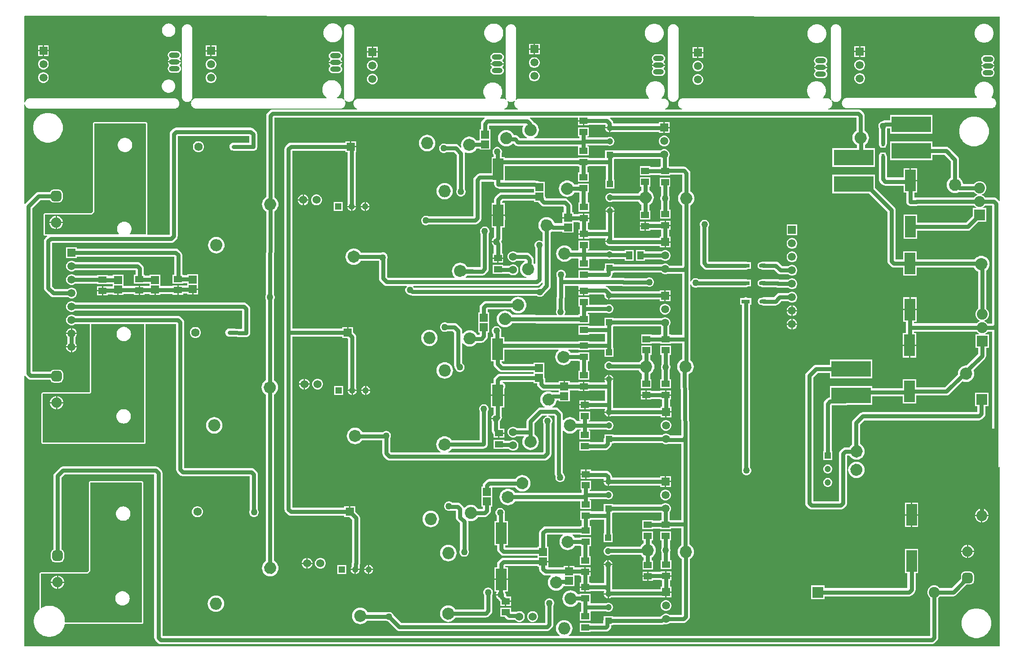
<source format=gbl>
G04*
G04 #@! TF.GenerationSoftware,Altium Limited,Altium Designer,21.6.4 (81)*
G04*
G04 Layer_Physical_Order=2*
G04 Layer_Color=16711680*
%FSLAX44Y44*%
%MOMM*%
G71*
G04*
G04 #@! TF.SameCoordinates,237C1AA0-54E4-4B3D-89E3-81C07F55AAFC*
G04*
G04*
G04 #@! TF.FilePolarity,Positive*
G04*
G01*
G75*
%ADD18C,0.7620*%
%ADD19R,1.5082X1.2065*%
%ADD21R,1.2065X1.5082*%
G04:AMPARAMS|DCode=25|XSize=1.6071mm|YSize=0.7621mm|CornerRadius=0.3811mm|HoleSize=0mm|Usage=FLASHONLY|Rotation=0.000|XOffset=0mm|YOffset=0mm|HoleType=Round|Shape=RoundedRectangle|*
%AMROUNDEDRECTD25*
21,1,1.6071,0.0000,0,0,0.0*
21,1,0.8450,0.7621,0,0,0.0*
1,1,0.7621,0.4225,0.0000*
1,1,0.7621,-0.4225,0.0000*
1,1,0.7621,-0.4225,0.0000*
1,1,0.7621,0.4225,0.0000*
%
%ADD25ROUNDEDRECTD25*%
%ADD26R,1.6071X0.7621*%
%ADD33R,1.5562X1.5046*%
%ADD51C,1.2000*%
%ADD54R,1.2000X1.2000*%
%ADD59R,2.0574X2.0574*%
%ADD60C,2.0574*%
%ADD61C,2.0500*%
%ADD62R,2.0500X2.0500*%
%ADD63R,2.0574X2.0574*%
%ADD64R,1.2000X1.2000*%
%ADD65R,1.5748X1.5748*%
%ADD66C,1.5748*%
%ADD71C,1.5240*%
%ADD72C,1.5000*%
%ADD73R,1.5000X1.5000*%
%ADD74C,1.9500*%
G04:AMPARAMS|DCode=75|XSize=1.95mm|YSize=1.95mm|CornerRadius=0.4875mm|HoleSize=0mm|Usage=FLASHONLY|Rotation=90.000|XOffset=0mm|YOffset=0mm|HoleType=Round|Shape=RoundedRectangle|*
%AMROUNDEDRECTD75*
21,1,1.9500,0.9750,0,0,90.0*
21,1,0.9750,1.9500,0,0,90.0*
1,1,0.9750,0.4875,0.4875*
1,1,0.9750,0.4875,-0.4875*
1,1,0.9750,-0.4875,-0.4875*
1,1,0.9750,-0.4875,0.4875*
%
%ADD75ROUNDEDRECTD75*%
%ADD76O,2.0000X1.0000*%
%ADD77O,2.0000X1.0000*%
%ADD78C,1.2700*%
%ADD79R,0.5000X1.0000*%
%ADD80R,2.0000X4.1000*%
%ADD81R,7.5000X3.0000*%
G36*
X2452370Y1775460D02*
Y1609852D01*
Y1428428D01*
X2451100Y1427997D01*
X2450947Y1428197D01*
X2446483Y1432661D01*
X2444891Y1433882D01*
X2443038Y1434650D01*
X2441048Y1434912D01*
X2424601D01*
X2424505Y1435079D01*
X2422123Y1437460D01*
X2419207Y1439144D01*
X2418660Y1439291D01*
Y1440561D01*
X2419207Y1440708D01*
X2422123Y1442392D01*
X2424505Y1444773D01*
X2426188Y1447689D01*
X2427060Y1450942D01*
Y1454310D01*
X2426188Y1457563D01*
X2424505Y1460479D01*
X2422123Y1462861D01*
X2419207Y1464544D01*
X2415954Y1465416D01*
X2412586D01*
X2409333Y1464544D01*
X2406417Y1462861D01*
X2404035Y1460479D01*
X2403939Y1460312D01*
X2383150D01*
X2383033Y1461501D01*
X2382149Y1464416D01*
X2380712Y1467104D01*
X2378779Y1469459D01*
X2378391Y1469778D01*
X2378318Y1469873D01*
X2377656Y1470381D01*
X2376424Y1471392D01*
X2375474Y1471900D01*
Y1506074D01*
X2375212Y1508064D01*
X2374444Y1509917D01*
X2373223Y1511509D01*
X2356675Y1528056D01*
X2355083Y1529278D01*
X2353230Y1530046D01*
X2351241Y1530308D01*
X2325532D01*
Y1540162D01*
X2245452D01*
Y1505082D01*
X2325532D01*
Y1514936D01*
X2348057D01*
X2360102Y1502891D01*
Y1471900D01*
X2359152Y1471392D01*
X2356797Y1469459D01*
X2354864Y1467104D01*
X2353427Y1464416D01*
X2352543Y1461501D01*
X2352364Y1459688D01*
X2352255Y1458579D01*
X2352244Y1458468D01*
X2352244D01*
X2352355Y1457339D01*
X2352543Y1455435D01*
X2353427Y1452520D01*
X2354864Y1449832D01*
X2356797Y1447477D01*
X2359152Y1445544D01*
X2361840Y1444107D01*
X2364756Y1443223D01*
X2367788Y1442924D01*
X2370820Y1443223D01*
X2373736Y1444107D01*
X2375373Y1444982D01*
X2375692Y1444940D01*
X2403939D01*
X2404035Y1444773D01*
X2406417Y1442392D01*
X2409333Y1440708D01*
X2409881Y1440561D01*
Y1439291D01*
X2409333Y1439144D01*
X2406417Y1437460D01*
X2404035Y1435079D01*
X2403939Y1434912D01*
X2295144D01*
X2293155Y1434650D01*
X2292416Y1434344D01*
X2291146Y1435007D01*
Y1443622D01*
X2296000D01*
Y1465392D01*
X2283460D01*
Y1466662D01*
X2282190D01*
Y1489702D01*
X2270920D01*
Y1472250D01*
X2239330D01*
Y1512000D01*
X2239068Y1513989D01*
X2238300Y1515843D01*
X2237079Y1517435D01*
X2236684Y1517737D01*
Y1519540D01*
X2232751D01*
X2231644Y1519686D01*
X2230537Y1519540D01*
X2226604D01*
Y1517737D01*
X2226209Y1517435D01*
X2224988Y1515843D01*
X2224220Y1513989D01*
X2223958Y1512000D01*
Y1469028D01*
X2224220Y1467039D01*
X2224988Y1465185D01*
X2226209Y1463593D01*
X2230673Y1459129D01*
X2232265Y1457908D01*
X2234118Y1457140D01*
X2236108Y1456878D01*
X2270920D01*
Y1443622D01*
X2275774D01*
Y1426464D01*
X2276036Y1424475D01*
X2276804Y1422621D01*
X2278025Y1421029D01*
X2279617Y1419808D01*
X2281471Y1419040D01*
X2283460Y1418778D01*
X2295144D01*
X2297133Y1419040D01*
X2298341Y1419540D01*
X2403939D01*
X2404035Y1419373D01*
X2406417Y1416991D01*
X2408245Y1415936D01*
X2407905Y1414666D01*
X2401480D01*
Y1399955D01*
X2388873Y1387348D01*
X2296000D01*
Y1402702D01*
X2270920D01*
Y1356622D01*
X2296000D01*
Y1371976D01*
X2392056D01*
X2394045Y1372238D01*
X2395899Y1373006D01*
X2397491Y1374227D01*
X2412349Y1389086D01*
X2427060D01*
Y1414666D01*
X2420635D01*
X2420295Y1415936D01*
X2422123Y1416991D01*
X2424505Y1419373D01*
X2424601Y1419540D01*
X2437826D01*
Y1196660D01*
X2429107D01*
X2429010Y1196827D01*
X2426629Y1199209D01*
X2423713Y1200892D01*
X2423165Y1201039D01*
Y1202309D01*
X2423713Y1202456D01*
X2426629Y1204139D01*
X2429010Y1206521D01*
X2430694Y1209437D01*
X2431566Y1212690D01*
Y1216058D01*
X2430694Y1219311D01*
X2429010Y1222227D01*
X2426629Y1224609D01*
X2426462Y1224705D01*
Y1296355D01*
X2428309Y1297871D01*
X2430242Y1300226D01*
X2431679Y1302914D01*
X2432563Y1305829D01*
X2432730Y1307525D01*
X2432761Y1307838D01*
X2432807Y1308028D01*
X2432808Y1308032D01*
X2432862Y1308862D01*
X2432763Y1310033D01*
X2432738Y1310119D01*
X2432563Y1311895D01*
X2431679Y1314810D01*
X2430242Y1317498D01*
X2428309Y1319853D01*
X2425954Y1321786D01*
X2423266Y1323223D01*
X2420350Y1324107D01*
X2417318Y1324406D01*
X2414285Y1324107D01*
X2411370Y1323223D01*
X2408682Y1321786D01*
X2406327Y1319853D01*
X2404711Y1317884D01*
X2295492D01*
Y1333238D01*
X2270412D01*
Y1317884D01*
X2255840D01*
Y1410901D01*
X2255840Y1410902D01*
X2255578Y1412891D01*
X2254810Y1414745D01*
X2253589Y1416336D01*
X2216566Y1453359D01*
Y1477570D01*
X2136486D01*
Y1442490D01*
X2205697D01*
X2240468Y1407718D01*
Y1314662D01*
X2240730Y1312672D01*
X2241498Y1310819D01*
X2242719Y1309227D01*
X2247183Y1304763D01*
X2248775Y1303542D01*
X2250629Y1302774D01*
X2252618Y1302512D01*
X2270412D01*
Y1287158D01*
X2295492D01*
Y1302512D01*
X2403172D01*
X2404394Y1300226D01*
X2406327Y1297871D01*
X2408682Y1295938D01*
X2411090Y1294651D01*
Y1224705D01*
X2410923Y1224609D01*
X2408541Y1222227D01*
X2406858Y1219311D01*
X2405986Y1216058D01*
Y1212690D01*
X2406858Y1209437D01*
X2408541Y1206521D01*
X2410923Y1204139D01*
X2413839Y1202456D01*
X2414386Y1202309D01*
Y1201039D01*
X2413839Y1200892D01*
X2410923Y1199209D01*
X2408849Y1197135D01*
X2290257D01*
Y1200158D01*
X2295492D01*
Y1221928D01*
X2282952D01*
X2270412D01*
Y1200158D01*
X2274885D01*
Y1189449D01*
Y1178740D01*
X2269650D01*
Y1156970D01*
X2282190D01*
X2294730D01*
Y1178740D01*
X2290257D01*
Y1181763D01*
X2408170D01*
X2408541Y1181121D01*
X2410923Y1178739D01*
X2412751Y1177684D01*
X2412411Y1176414D01*
X2405986D01*
Y1150834D01*
X2411090D01*
Y1139006D01*
X2389634Y1117550D01*
X2388616Y1117650D01*
X2385583Y1117351D01*
X2382668Y1116467D01*
X2379980Y1115030D01*
X2377625Y1113097D01*
X2375692Y1110742D01*
X2374255Y1108054D01*
X2373371Y1105138D01*
X2373072Y1102106D01*
X2373091Y1101916D01*
X2373085Y1101859D01*
X2373113Y1101688D01*
X2373172Y1101088D01*
X2348470Y1076386D01*
X2294730D01*
Y1091740D01*
X2269650D01*
Y1074979D01*
X2211994D01*
Y1078644D01*
X2131914D01*
Y1057559D01*
X2130233Y1057338D01*
X2128379Y1056570D01*
X2126787Y1055349D01*
X2122323Y1050885D01*
X2121102Y1049293D01*
X2120334Y1047439D01*
X2120072Y1045450D01*
Y956468D01*
X2119218D01*
Y939388D01*
X2136298D01*
Y956468D01*
X2135444D01*
Y1042228D01*
X2160764D01*
X2162753Y1042490D01*
X2163559Y1042824D01*
X2164606Y1043258D01*
X2165005Y1043564D01*
X2211994D01*
Y1059608D01*
X2269650D01*
Y1045660D01*
X2294730D01*
Y1061014D01*
X2351654D01*
X2353643Y1061276D01*
X2355497Y1062044D01*
X2357089Y1063265D01*
X2381951Y1088128D01*
X2382668Y1087745D01*
X2385583Y1086861D01*
X2388616Y1086562D01*
X2391649Y1086861D01*
X2394564Y1087745D01*
X2397252Y1089182D01*
X2399607Y1091115D01*
X2401540Y1093470D01*
X2402977Y1096158D01*
X2403861Y1099073D01*
X2404040Y1100886D01*
X2404149Y1101995D01*
X2404160Y1102106D01*
X2404160D01*
X2404049Y1103235D01*
X2403861Y1105138D01*
X2402977Y1108054D01*
X2402594Y1108771D01*
X2424211Y1130387D01*
X2424211Y1130387D01*
X2425432Y1131979D01*
X2426200Y1133833D01*
X2426462Y1135822D01*
Y1150834D01*
X2431566D01*
Y1176414D01*
X2425141D01*
X2424801Y1177684D01*
X2426629Y1178739D01*
X2429010Y1181121D01*
X2429107Y1181288D01*
X2437826D01*
Y998220D01*
X2449218D01*
Y925016D01*
X2450947Y926745D01*
X2450947Y926745D01*
X2451100Y926945D01*
X2452370Y926514D01*
Y588010D01*
X613410D01*
Y1098010D01*
X614680Y1098441D01*
X615341Y1097579D01*
X619805Y1093115D01*
X621397Y1091894D01*
X623251Y1091126D01*
X625240Y1090864D01*
X661993D01*
X662017Y1090685D01*
X662764Y1088881D01*
X663953Y1087333D01*
X665501Y1086144D01*
X667305Y1085397D01*
X669241Y1085142D01*
X678991D01*
X680927Y1085397D01*
X682730Y1086144D01*
X684279Y1087333D01*
X685468Y1088881D01*
X686215Y1090685D01*
X686470Y1092621D01*
Y1102371D01*
X686215Y1104307D01*
X685468Y1106110D01*
X684279Y1107659D01*
X682730Y1108848D01*
X680927Y1109595D01*
X678991Y1109850D01*
X669241D01*
X667305Y1109595D01*
X665501Y1108848D01*
X663953Y1107659D01*
X662860Y1106236D01*
X628462D01*
Y1414644D01*
X643374Y1429556D01*
X661538D01*
X661922Y1428628D01*
X663111Y1427079D01*
X664660Y1425890D01*
X666463Y1425143D01*
X668399Y1424888D01*
X678149D01*
X680085Y1425143D01*
X681889Y1425890D01*
X683438Y1427079D01*
X684626Y1428628D01*
X685373Y1430432D01*
X685628Y1432367D01*
Y1442117D01*
X685373Y1444053D01*
X684626Y1445857D01*
X683438Y1447406D01*
X681889Y1448594D01*
X680085Y1449341D01*
X678149Y1449596D01*
X668399D01*
X666463Y1449341D01*
X664660Y1448594D01*
X663111Y1447406D01*
X661922Y1445857D01*
X661538Y1444928D01*
X640190D01*
X638201Y1444666D01*
X636347Y1443898D01*
X634756Y1442677D01*
X615341Y1423263D01*
X614680Y1422401D01*
X613410Y1422832D01*
Y1609671D01*
X614680Y1609838D01*
X615087Y1608310D01*
X615237Y1608006D01*
X615345Y1607685D01*
X616297Y1606033D01*
X616520Y1605778D01*
X616708Y1605496D01*
X618055Y1604147D01*
X618337Y1603958D01*
X618592Y1603734D01*
X620242Y1602781D01*
X620563Y1602671D01*
X620867Y1602521D01*
X622708Y1602027D01*
X623046Y1602005D01*
X623379Y1601939D01*
X624332Y1601939D01*
X895659Y1601939D01*
X896612D01*
X896944Y1602005D01*
X897282Y1602027D01*
X899121Y1602520D01*
X899425Y1602670D01*
X899746Y1602779D01*
X901395Y1603731D01*
X901650Y1603954D01*
X901931Y1604143D01*
X903278Y1605489D01*
X903466Y1605771D01*
X903690Y1606026D01*
X904642Y1607675D01*
X904751Y1607996D01*
X904900Y1608299D01*
X905393Y1610139D01*
X905415Y1610477D01*
X905481Y1610809D01*
Y1610809D01*
Y1612713D01*
X905415Y1613046D01*
X905393Y1613384D01*
X904900Y1615223D01*
X904751Y1615527D01*
X904642Y1615847D01*
X903690Y1617497D01*
X903466Y1617751D01*
X903278Y1618033D01*
X901931Y1619380D01*
X901650Y1619568D01*
X901395Y1619791D01*
X899746Y1620743D01*
X899425Y1620852D01*
X899121Y1621002D01*
X897282Y1621495D01*
X896944Y1621517D01*
X896612Y1621583D01*
X895660D01*
X895659Y1621583D01*
X624355Y1621582D01*
X623410Y1621586D01*
X623077Y1621520D01*
X622739Y1621499D01*
X620896Y1621011D01*
X620592Y1620862D01*
X620270Y1620754D01*
X618617Y1619805D01*
X618361Y1619582D01*
X618079Y1619395D01*
X616728Y1618050D01*
X616539Y1617768D01*
X616315Y1617514D01*
X615358Y1615865D01*
X615249Y1615544D01*
X615098Y1615240D01*
X614680Y1613692D01*
Y1613692D01*
X613410Y1613860D01*
X613410Y1776860D01*
X614309Y1777757D01*
X2452370Y1775460D01*
D02*
G37*
%LPC*%
G36*
X886429Y1762650D02*
X884459D01*
X884209Y1762600D01*
X883954D01*
X882022Y1762216D01*
X881786Y1762118D01*
X881536Y1762068D01*
X879716Y1761315D01*
X879504Y1761173D01*
X879268Y1761075D01*
X877631Y1759981D01*
X877450Y1759800D01*
X877238Y1759659D01*
X875845Y1758266D01*
X875704Y1758054D01*
X875523Y1757873D01*
X874429Y1756236D01*
X874331Y1756000D01*
X874190Y1755788D01*
X873436Y1753968D01*
X873386Y1753718D01*
X873288Y1753482D01*
X872904Y1751550D01*
Y1751295D01*
X872854Y1751045D01*
Y1749075D01*
X872904Y1748825D01*
Y1748570D01*
X873288Y1746638D01*
X873386Y1746402D01*
X873436Y1746152D01*
X874190Y1744332D01*
X874331Y1744120D01*
X874429Y1743884D01*
X875523Y1742247D01*
X875704Y1742066D01*
X875845Y1741854D01*
X877238Y1740461D01*
X877450Y1740320D01*
X877631Y1740139D01*
X879268Y1739045D01*
X879504Y1738947D01*
X879716Y1738806D01*
X881536Y1738052D01*
X881786Y1738002D01*
X882022Y1737904D01*
X883954Y1737520D01*
X884209D01*
X884459Y1737470D01*
X886429D01*
X886679Y1737520D01*
X886934D01*
X888866Y1737904D01*
X889102Y1738002D01*
X889352Y1738052D01*
X891172Y1738806D01*
X891384Y1738947D01*
X891620Y1739045D01*
X893257Y1740139D01*
X893438Y1740320D01*
X893650Y1740461D01*
X895043Y1741854D01*
X895184Y1742066D01*
X895365Y1742247D01*
X896459Y1743884D01*
X896557Y1744120D01*
X896699Y1744332D01*
X897452Y1746152D01*
X897502Y1746402D01*
X897600Y1746638D01*
X897984Y1748570D01*
Y1748825D01*
X898034Y1749075D01*
Y1751045D01*
X897984Y1751295D01*
Y1751550D01*
X897600Y1753482D01*
X897502Y1753718D01*
X897452Y1753968D01*
X896699Y1755788D01*
X896557Y1756000D01*
X896459Y1756236D01*
X895365Y1757873D01*
X895184Y1758054D01*
X895043Y1758266D01*
X893650Y1759659D01*
X893438Y1759800D01*
X893257Y1759981D01*
X891620Y1761075D01*
X891384Y1761173D01*
X891172Y1761315D01*
X889352Y1762068D01*
X889102Y1762118D01*
X888866Y1762216D01*
X886934Y1762600D01*
X886679D01*
X886429Y1762650D01*
D02*
G37*
G36*
X1196467Y1762892D02*
X1193465D01*
X1193215Y1762842D01*
X1192960D01*
X1190016Y1762256D01*
X1189780Y1762159D01*
X1189530Y1762109D01*
X1186756Y1760960D01*
X1186544Y1760818D01*
X1186309Y1760721D01*
X1183812Y1759053D01*
X1183632Y1758873D01*
X1183420Y1758731D01*
X1181297Y1756608D01*
X1181155Y1756396D01*
X1180975Y1756216D01*
X1179307Y1753719D01*
X1179210Y1753484D01*
X1179068Y1753272D01*
X1177919Y1750498D01*
X1177869Y1750248D01*
X1177772Y1750013D01*
X1177186Y1747068D01*
Y1746813D01*
X1177136Y1746563D01*
Y1743561D01*
X1177186Y1743311D01*
Y1743056D01*
X1177772Y1740111D01*
X1177869Y1739876D01*
X1177919Y1739626D01*
X1179068Y1736852D01*
X1179210Y1736640D01*
X1179307Y1736404D01*
X1180975Y1733908D01*
X1181155Y1733728D01*
X1181297Y1733516D01*
X1183420Y1731393D01*
X1183632Y1731251D01*
X1183812Y1731071D01*
X1186309Y1729403D01*
X1186544Y1729305D01*
X1186756Y1729164D01*
X1189530Y1728015D01*
X1189780Y1727965D01*
X1190016Y1727867D01*
X1192960Y1727282D01*
X1193215D01*
X1193465Y1727232D01*
X1196467D01*
X1196717Y1727282D01*
X1196972D01*
X1199917Y1727867D01*
X1200152Y1727965D01*
X1200403Y1728015D01*
X1203176Y1729164D01*
X1203388Y1729305D01*
X1203624Y1729403D01*
X1206120Y1731071D01*
X1206300Y1731251D01*
X1206512Y1731393D01*
X1208635Y1733516D01*
X1208777Y1733728D01*
X1208957Y1733908D01*
X1210625Y1736404D01*
X1210723Y1736640D01*
X1210864Y1736852D01*
X1212013Y1739626D01*
X1212063Y1739876D01*
X1212160Y1740111D01*
X1212746Y1743056D01*
Y1743311D01*
X1212796Y1743561D01*
Y1746563D01*
X1212746Y1746813D01*
Y1747068D01*
X1212160Y1750013D01*
X1212063Y1750248D01*
X1212013Y1750498D01*
X1210864Y1753272D01*
X1210723Y1753484D01*
X1210625Y1753719D01*
X1208957Y1756216D01*
X1208777Y1756396D01*
X1208635Y1756608D01*
X1206512Y1758731D01*
X1206300Y1758873D01*
X1206120Y1759053D01*
X1203624Y1760721D01*
X1203388Y1760818D01*
X1203176Y1760960D01*
X1200403Y1762109D01*
X1200152Y1762159D01*
X1199917Y1762256D01*
X1196972Y1762842D01*
X1196717D01*
X1196467Y1762892D01*
D02*
G37*
G36*
X1499743Y1762638D02*
X1496741D01*
X1496491Y1762588D01*
X1496236D01*
X1493292Y1762002D01*
X1493056Y1761905D01*
X1492806Y1761855D01*
X1490032Y1760706D01*
X1489820Y1760564D01*
X1489585Y1760467D01*
X1487088Y1758799D01*
X1486908Y1758618D01*
X1486696Y1758477D01*
X1484573Y1756354D01*
X1484431Y1756142D01*
X1484251Y1755962D01*
X1482583Y1753466D01*
X1482486Y1753230D01*
X1482344Y1753018D01*
X1481195Y1750244D01*
X1481145Y1749994D01*
X1481048Y1749758D01*
X1480462Y1746814D01*
Y1746559D01*
X1480412Y1746309D01*
Y1743307D01*
X1480462Y1743057D01*
Y1742802D01*
X1481048Y1739857D01*
X1481145Y1739622D01*
X1481195Y1739371D01*
X1482344Y1736598D01*
X1482486Y1736386D01*
X1482583Y1736150D01*
X1484251Y1733654D01*
X1484431Y1733474D01*
X1484573Y1733262D01*
X1486696Y1731139D01*
X1486908Y1730997D01*
X1487088Y1730817D01*
X1489585Y1729149D01*
X1489820Y1729051D01*
X1490032Y1728910D01*
X1492806Y1727761D01*
X1493056Y1727711D01*
X1493292Y1727614D01*
X1496236Y1727028D01*
X1496491D01*
X1496741Y1726978D01*
X1499743D01*
X1499993Y1727028D01*
X1500248D01*
X1503193Y1727614D01*
X1503428Y1727711D01*
X1503678Y1727761D01*
X1506452Y1728910D01*
X1506664Y1729051D01*
X1506900Y1729149D01*
X1509396Y1730817D01*
X1509576Y1730997D01*
X1509788Y1731139D01*
X1511911Y1733262D01*
X1512053Y1733474D01*
X1512233Y1733654D01*
X1513901Y1736150D01*
X1513999Y1736386D01*
X1514140Y1736598D01*
X1515289Y1739371D01*
X1515339Y1739622D01*
X1515437Y1739857D01*
X1516022Y1742802D01*
Y1743057D01*
X1516072Y1743307D01*
Y1746309D01*
X1516022Y1746559D01*
Y1746814D01*
X1515437Y1749758D01*
X1515339Y1749994D01*
X1515289Y1750244D01*
X1514140Y1753018D01*
X1513999Y1753230D01*
X1513901Y1753466D01*
X1512233Y1755962D01*
X1512053Y1756142D01*
X1511911Y1756354D01*
X1509788Y1758477D01*
X1509576Y1758618D01*
X1509396Y1758799D01*
X1506900Y1760467D01*
X1506664Y1760564D01*
X1506452Y1760706D01*
X1503678Y1761855D01*
X1503428Y1761905D01*
X1503193Y1762002D01*
X1500248Y1762588D01*
X1499993D01*
X1499743Y1762638D01*
D02*
G37*
G36*
X1802257Y1762384D02*
X1799255D01*
X1799005Y1762334D01*
X1798750D01*
X1795806Y1761748D01*
X1795570Y1761651D01*
X1795320Y1761601D01*
X1792546Y1760452D01*
X1792334Y1760310D01*
X1792099Y1760213D01*
X1789602Y1758545D01*
X1789422Y1758365D01*
X1789210Y1758223D01*
X1787087Y1756100D01*
X1786945Y1755888D01*
X1786765Y1755708D01*
X1785097Y1753212D01*
X1785000Y1752976D01*
X1784858Y1752764D01*
X1783709Y1749990D01*
X1783659Y1749740D01*
X1783562Y1749505D01*
X1782976Y1746560D01*
Y1746305D01*
X1782926Y1746055D01*
Y1743053D01*
X1782976Y1742803D01*
Y1742548D01*
X1783562Y1739603D01*
X1783659Y1739368D01*
X1783709Y1739117D01*
X1784858Y1736344D01*
X1785000Y1736132D01*
X1785097Y1735896D01*
X1786765Y1733400D01*
X1786945Y1733220D01*
X1787087Y1733008D01*
X1789210Y1730885D01*
X1789422Y1730743D01*
X1789602Y1730563D01*
X1792099Y1728895D01*
X1792334Y1728797D01*
X1792546Y1728656D01*
X1795320Y1727507D01*
X1795570Y1727457D01*
X1795806Y1727359D01*
X1798750Y1726774D01*
X1799005D01*
X1799255Y1726724D01*
X1802257D01*
X1802507Y1726774D01*
X1802762D01*
X1805707Y1727359D01*
X1805942Y1727457D01*
X1806192Y1727507D01*
X1808966Y1728656D01*
X1809178Y1728797D01*
X1809414Y1728895D01*
X1811910Y1730563D01*
X1812090Y1730743D01*
X1812302Y1730885D01*
X1814425Y1733008D01*
X1814567Y1733220D01*
X1814747Y1733400D01*
X1816415Y1735896D01*
X1816513Y1736132D01*
X1816654Y1736344D01*
X1817803Y1739117D01*
X1817853Y1739368D01*
X1817950Y1739603D01*
X1818536Y1742548D01*
Y1742803D01*
X1818586Y1743053D01*
Y1746055D01*
X1818536Y1746305D01*
Y1746560D01*
X1817950Y1749505D01*
X1817853Y1749740D01*
X1817803Y1749990D01*
X1816654Y1752764D01*
X1816513Y1752976D01*
X1816415Y1753212D01*
X1814747Y1755708D01*
X1814567Y1755888D01*
X1814425Y1756100D01*
X1812302Y1758223D01*
X1812090Y1758365D01*
X1811910Y1758545D01*
X1809414Y1760213D01*
X1809178Y1760310D01*
X1808966Y1760452D01*
X1806192Y1761601D01*
X1805942Y1761651D01*
X1805707Y1761748D01*
X1802762Y1762334D01*
X1802507D01*
X1802257Y1762384D01*
D02*
G37*
G36*
X2424049Y1762130D02*
X2421047D01*
X2420797Y1762080D01*
X2420542D01*
X2417598Y1761494D01*
X2417362Y1761397D01*
X2417112Y1761347D01*
X2414338Y1760198D01*
X2414126Y1760056D01*
X2413891Y1759959D01*
X2411394Y1758291D01*
X2411214Y1758111D01*
X2411002Y1757969D01*
X2408879Y1755846D01*
X2408737Y1755634D01*
X2408557Y1755454D01*
X2406889Y1752957D01*
X2406792Y1752722D01*
X2406650Y1752510D01*
X2405501Y1749736D01*
X2405451Y1749486D01*
X2405354Y1749250D01*
X2404768Y1746306D01*
Y1746051D01*
X2404718Y1745801D01*
Y1742799D01*
X2404768Y1742549D01*
Y1742294D01*
X2405354Y1739349D01*
X2405451Y1739114D01*
X2405501Y1738864D01*
X2406650Y1736090D01*
X2406792Y1735878D01*
X2406889Y1735642D01*
X2408557Y1733146D01*
X2408737Y1732966D01*
X2408879Y1732754D01*
X2411002Y1730631D01*
X2411214Y1730489D01*
X2411394Y1730309D01*
X2413891Y1728641D01*
X2414126Y1728543D01*
X2414338Y1728402D01*
X2417112Y1727253D01*
X2417362Y1727203D01*
X2417598Y1727106D01*
X2420542Y1726520D01*
X2420797D01*
X2421047Y1726470D01*
X2424049D01*
X2424299Y1726520D01*
X2424554D01*
X2427499Y1727106D01*
X2427734Y1727203D01*
X2427984Y1727253D01*
X2430758Y1728402D01*
X2430970Y1728543D01*
X2431206Y1728641D01*
X2433702Y1730309D01*
X2433882Y1730489D01*
X2434094Y1730631D01*
X2436217Y1732754D01*
X2436359Y1732966D01*
X2436539Y1733146D01*
X2438207Y1735642D01*
X2438305Y1735878D01*
X2438446Y1736090D01*
X2439595Y1738864D01*
X2439645Y1739114D01*
X2439742Y1739349D01*
X2440328Y1742294D01*
Y1742549D01*
X2440378Y1742799D01*
Y1745801D01*
X2440328Y1746051D01*
Y1746306D01*
X2439742Y1749250D01*
X2439645Y1749486D01*
X2439595Y1749736D01*
X2438446Y1752510D01*
X2438305Y1752722D01*
X2438207Y1752957D01*
X2436539Y1755454D01*
X2436359Y1755634D01*
X2436217Y1755846D01*
X2434094Y1757969D01*
X2433882Y1758111D01*
X2433702Y1758291D01*
X2431206Y1759959D01*
X2430970Y1760056D01*
X2430758Y1760198D01*
X2427984Y1761347D01*
X2427734Y1761397D01*
X2427499Y1761494D01*
X2424554Y1762080D01*
X2424299D01*
X2424049Y1762130D01*
D02*
G37*
G36*
X2108835Y1761368D02*
X2105833D01*
X2105583Y1761318D01*
X2105328D01*
X2102384Y1760732D01*
X2102148Y1760635D01*
X2101898Y1760585D01*
X2099124Y1759436D01*
X2098912Y1759294D01*
X2098676Y1759197D01*
X2096180Y1757529D01*
X2096000Y1757348D01*
X2095788Y1757207D01*
X2093665Y1755084D01*
X2093524Y1754872D01*
X2093343Y1754692D01*
X2091675Y1752195D01*
X2091578Y1751960D01*
X2091436Y1751748D01*
X2090287Y1748974D01*
X2090237Y1748724D01*
X2090140Y1748488D01*
X2089554Y1745544D01*
Y1745289D01*
X2089504Y1745039D01*
Y1742037D01*
X2089554Y1741787D01*
Y1741532D01*
X2090140Y1738587D01*
X2090237Y1738352D01*
X2090287Y1738102D01*
X2091436Y1735328D01*
X2091578Y1735116D01*
X2091675Y1734880D01*
X2093343Y1732384D01*
X2093524Y1732204D01*
X2093665Y1731992D01*
X2095788Y1729869D01*
X2096000Y1729727D01*
X2096180Y1729547D01*
X2098676Y1727879D01*
X2098912Y1727781D01*
X2099124Y1727640D01*
X2101898Y1726491D01*
X2102148Y1726441D01*
X2102384Y1726344D01*
X2105328Y1725758D01*
X2105583D01*
X2105833Y1725708D01*
X2108835D01*
X2109085Y1725758D01*
X2109340D01*
X2112285Y1726344D01*
X2112520Y1726441D01*
X2112771Y1726491D01*
X2115544Y1727640D01*
X2115756Y1727781D01*
X2115992Y1727879D01*
X2118488Y1729547D01*
X2118668Y1729727D01*
X2118880Y1729869D01*
X2121003Y1731992D01*
X2121145Y1732204D01*
X2121325Y1732384D01*
X2122993Y1734880D01*
X2123091Y1735116D01*
X2123232Y1735328D01*
X2124381Y1738102D01*
X2124431Y1738352D01*
X2124529Y1738587D01*
X2125114Y1741532D01*
Y1741787D01*
X2125164Y1742037D01*
Y1745039D01*
X2125114Y1745289D01*
Y1745544D01*
X2124529Y1748488D01*
X2124431Y1748724D01*
X2124381Y1748974D01*
X2123232Y1751748D01*
X2123091Y1751960D01*
X2122993Y1752195D01*
X2121325Y1754692D01*
X2121145Y1754872D01*
X2121003Y1755084D01*
X2118880Y1757207D01*
X2118668Y1757348D01*
X2118488Y1757529D01*
X2115992Y1759197D01*
X2115756Y1759294D01*
X2115544Y1759436D01*
X2112771Y1760585D01*
X2112520Y1760635D01*
X2112285Y1760732D01*
X2109340Y1761318D01*
X2109085D01*
X2108835Y1761368D01*
D02*
G37*
G36*
X1584792Y1724540D02*
X1576022D01*
Y1715770D01*
X1584792D01*
Y1724540D01*
D02*
G37*
G36*
X1573482D02*
X1564712D01*
Y1715770D01*
X1573482D01*
Y1724540D01*
D02*
G37*
G36*
X659264Y1721746D02*
X650494D01*
Y1712976D01*
X659264D01*
Y1721746D01*
D02*
G37*
G36*
X647954D02*
X639184D01*
Y1712976D01*
X647954D01*
Y1721746D01*
D02*
G37*
G36*
X975192Y1721238D02*
X966422D01*
Y1712468D01*
X975192D01*
Y1721238D01*
D02*
G37*
G36*
X963882D02*
X955112D01*
Y1712468D01*
X963882D01*
Y1721238D01*
D02*
G37*
G36*
X2198250Y1719968D02*
X2189480D01*
Y1711198D01*
X2198250D01*
Y1719968D01*
D02*
G37*
G36*
X2186940D02*
X2178170D01*
Y1711198D01*
X2186940D01*
Y1719968D01*
D02*
G37*
G36*
X1279484Y1718952D02*
X1270714D01*
Y1710182D01*
X1279484D01*
Y1718952D01*
D02*
G37*
G36*
X1268174D02*
X1259404D01*
Y1710182D01*
X1268174D01*
Y1718952D01*
D02*
G37*
G36*
X1892894Y1717936D02*
X1884124D01*
Y1709166D01*
X1892894D01*
Y1717936D01*
D02*
G37*
G36*
X1881584D02*
X1872814D01*
Y1709166D01*
X1881584D01*
Y1717936D01*
D02*
G37*
G36*
X1584792Y1713230D02*
X1576022D01*
Y1704460D01*
X1584792D01*
Y1713230D01*
D02*
G37*
G36*
X1573482D02*
X1564712D01*
Y1704460D01*
X1573482D01*
Y1713230D01*
D02*
G37*
G36*
X659264Y1710436D02*
X650494D01*
Y1701666D01*
X659264D01*
Y1710436D01*
D02*
G37*
G36*
X647954D02*
X639184D01*
Y1701666D01*
X647954D01*
Y1710436D01*
D02*
G37*
G36*
X975192Y1709928D02*
X966422D01*
Y1701158D01*
X975192D01*
Y1709928D01*
D02*
G37*
G36*
X963882D02*
X955112D01*
Y1701158D01*
X963882D01*
Y1709928D01*
D02*
G37*
G36*
X2198250Y1708658D02*
X2189480D01*
Y1699888D01*
X2198250D01*
Y1708658D01*
D02*
G37*
G36*
X2186940D02*
X2178170D01*
Y1699888D01*
X2186940D01*
Y1708658D01*
D02*
G37*
G36*
X1279484Y1707642D02*
X1270714D01*
Y1698872D01*
X1279484D01*
Y1707642D01*
D02*
G37*
G36*
X1268174D02*
X1259404D01*
Y1698872D01*
X1268174D01*
Y1707642D01*
D02*
G37*
G36*
X1892894Y1706626D02*
X1884124D01*
Y1697856D01*
X1892894D01*
Y1706626D01*
D02*
G37*
G36*
X1881584D02*
X1872814D01*
Y1697856D01*
X1881584D01*
Y1706626D01*
D02*
G37*
G36*
X901112Y1710675D02*
X891112D01*
X889144Y1710416D01*
X887309Y1709656D01*
X885734Y1708448D01*
X884526Y1706873D01*
X883766Y1705038D01*
X883507Y1703070D01*
X883766Y1701102D01*
X884526Y1699267D01*
X885734Y1697692D01*
X886174Y1697355D01*
Y1696085D01*
X885734Y1695748D01*
X884526Y1694173D01*
X883766Y1692338D01*
X883674Y1691640D01*
X908550D01*
X908458Y1692338D01*
X907698Y1694173D01*
X906490Y1695748D01*
X906050Y1696085D01*
Y1697355D01*
X906490Y1697692D01*
X907698Y1699267D01*
X908458Y1701102D01*
X908717Y1703070D01*
X908458Y1705038D01*
X907698Y1706873D01*
X906490Y1708448D01*
X904914Y1709656D01*
X903080Y1710416D01*
X901112Y1710675D01*
D02*
G37*
G36*
X1204896Y1709659D02*
X1194896D01*
X1192928Y1709400D01*
X1191094Y1708640D01*
X1189518Y1707432D01*
X1188310Y1705856D01*
X1187550Y1704022D01*
X1187291Y1702054D01*
X1187550Y1700086D01*
X1188310Y1698251D01*
X1189518Y1696676D01*
X1189958Y1696339D01*
Y1695069D01*
X1189518Y1694732D01*
X1188310Y1693156D01*
X1187550Y1691322D01*
X1187458Y1690624D01*
X1212334D01*
X1212242Y1691322D01*
X1211482Y1693156D01*
X1210274Y1694732D01*
X1209834Y1695069D01*
Y1696339D01*
X1210274Y1696676D01*
X1211482Y1698251D01*
X1212242Y1700086D01*
X1212501Y1702054D01*
X1212242Y1704022D01*
X1211482Y1705856D01*
X1210274Y1707432D01*
X1208699Y1708640D01*
X1206864Y1709400D01*
X1204896Y1709659D01*
D02*
G37*
G36*
X1509696Y1707119D02*
X1499696D01*
X1497728Y1706860D01*
X1495894Y1706100D01*
X1494318Y1704892D01*
X1493110Y1703316D01*
X1492350Y1701482D01*
X1492091Y1699514D01*
X1492350Y1697546D01*
X1493110Y1695712D01*
X1494318Y1694136D01*
X1494758Y1693799D01*
Y1692529D01*
X1494318Y1692192D01*
X1493110Y1690616D01*
X1492350Y1688782D01*
X1492258Y1688084D01*
X1517134D01*
X1517042Y1688782D01*
X1516282Y1690616D01*
X1515074Y1692192D01*
X1514634Y1692529D01*
Y1693799D01*
X1515074Y1694136D01*
X1516282Y1695712D01*
X1517042Y1697546D01*
X1517301Y1699514D01*
X1517042Y1701482D01*
X1516282Y1703316D01*
X1515074Y1704892D01*
X1513499Y1706100D01*
X1511664Y1706860D01*
X1509696Y1707119D01*
D02*
G37*
G36*
X1813734Y1704579D02*
X1803734D01*
X1801766Y1704320D01*
X1799931Y1703560D01*
X1798356Y1702352D01*
X1797148Y1700777D01*
X1796388Y1698942D01*
X1796129Y1696974D01*
X1796388Y1695006D01*
X1797148Y1693172D01*
X1798356Y1691596D01*
X1798796Y1691259D01*
Y1689989D01*
X1798356Y1689652D01*
X1797148Y1688076D01*
X1796388Y1686242D01*
X1796296Y1685544D01*
X1821172D01*
X1821080Y1686242D01*
X1820320Y1688076D01*
X1819112Y1689652D01*
X1818672Y1689989D01*
Y1691259D01*
X1819112Y1691596D01*
X1820320Y1693172D01*
X1821080Y1695006D01*
X1821339Y1696974D01*
X1821080Y1698942D01*
X1820320Y1700777D01*
X1819112Y1702352D01*
X1817536Y1703560D01*
X1815702Y1704320D01*
X1813734Y1704579D01*
D02*
G37*
G36*
X2434764Y1703055D02*
X2424764D01*
X2422796Y1702796D01*
X2420961Y1702036D01*
X2419386Y1700828D01*
X2418178Y1699252D01*
X2417418Y1697418D01*
X2417159Y1695450D01*
X2417418Y1693482D01*
X2418178Y1691647D01*
X2419386Y1690072D01*
X2419826Y1689735D01*
Y1688465D01*
X2419386Y1688128D01*
X2418178Y1686552D01*
X2417418Y1684718D01*
X2417326Y1684020D01*
X2442202D01*
X2442110Y1684718D01*
X2441350Y1686552D01*
X2440142Y1688128D01*
X2439702Y1688465D01*
Y1689735D01*
X2440142Y1690072D01*
X2441350Y1691647D01*
X2442110Y1693482D01*
X2442369Y1695450D01*
X2442110Y1697418D01*
X2441350Y1699252D01*
X2440142Y1700828D01*
X2438566Y1702036D01*
X2436732Y1702796D01*
X2434764Y1703055D01*
D02*
G37*
G36*
X2119550Y1700007D02*
X2109550D01*
X2107582Y1699748D01*
X2105748Y1698988D01*
X2104172Y1697780D01*
X2102964Y1696205D01*
X2102204Y1694370D01*
X2101945Y1692402D01*
X2102204Y1690434D01*
X2102964Y1688600D01*
X2104172Y1687024D01*
X2104612Y1686687D01*
Y1685417D01*
X2104172Y1685080D01*
X2102964Y1683504D01*
X2102204Y1681670D01*
X2102112Y1680972D01*
X2126988D01*
X2126896Y1681670D01*
X2126136Y1683504D01*
X2124928Y1685080D01*
X2124488Y1685417D01*
Y1686687D01*
X2124928Y1687024D01*
X2126136Y1688600D01*
X2126896Y1690434D01*
X2127155Y1692402D01*
X2126896Y1694370D01*
X2126136Y1696205D01*
X2124928Y1697780D01*
X2123353Y1698988D01*
X2121518Y1699748D01*
X2119550Y1700007D01*
D02*
G37*
G36*
X1576074Y1699140D02*
X1573430D01*
X1570877Y1698456D01*
X1568587Y1697134D01*
X1566718Y1695265D01*
X1565397Y1692975D01*
X1564712Y1690422D01*
Y1687778D01*
X1565397Y1685225D01*
X1566718Y1682935D01*
X1568587Y1681066D01*
X1570877Y1679744D01*
X1573430Y1679060D01*
X1576074D01*
X1578628Y1679744D01*
X1580917Y1681066D01*
X1582786Y1682935D01*
X1584108Y1685225D01*
X1584792Y1687778D01*
Y1690422D01*
X1584108Y1692975D01*
X1582786Y1695265D01*
X1580917Y1697134D01*
X1578628Y1698456D01*
X1576074Y1699140D01*
D02*
G37*
G36*
X650546Y1696346D02*
X647902D01*
X645349Y1695662D01*
X643059Y1694340D01*
X641190Y1692471D01*
X639868Y1690181D01*
X639184Y1687628D01*
Y1684984D01*
X639868Y1682431D01*
X641190Y1680141D01*
X643059Y1678272D01*
X645349Y1676950D01*
X647902Y1676266D01*
X650546D01*
X653099Y1676950D01*
X655389Y1678272D01*
X657258Y1680141D01*
X658580Y1682431D01*
X659264Y1684984D01*
Y1687628D01*
X658580Y1690181D01*
X657258Y1692471D01*
X655389Y1694340D01*
X653099Y1695662D01*
X650546Y1696346D01*
D02*
G37*
G36*
X966474Y1695838D02*
X963830D01*
X961277Y1695154D01*
X958988Y1693832D01*
X957118Y1691963D01*
X955797Y1689673D01*
X955112Y1687120D01*
Y1684476D01*
X955797Y1681923D01*
X957118Y1679633D01*
X958988Y1677764D01*
X961277Y1676442D01*
X963830Y1675758D01*
X966474D01*
X969028Y1676442D01*
X971317Y1677764D01*
X973186Y1679633D01*
X974508Y1681923D01*
X975192Y1684476D01*
Y1687120D01*
X974508Y1689673D01*
X973186Y1691963D01*
X971317Y1693832D01*
X969028Y1695154D01*
X966474Y1695838D01*
D02*
G37*
G36*
X2189532Y1694568D02*
X2186888D01*
X2184335Y1693884D01*
X2182045Y1692562D01*
X2180176Y1690693D01*
X2178854Y1688403D01*
X2178170Y1685850D01*
Y1683206D01*
X2178854Y1680653D01*
X2180176Y1678363D01*
X2182045Y1676494D01*
X2184335Y1675172D01*
X2186888Y1674488D01*
X2189532D01*
X2192085Y1675172D01*
X2194375Y1676494D01*
X2196244Y1678363D01*
X2197566Y1680653D01*
X2198250Y1683206D01*
Y1685850D01*
X2197566Y1688403D01*
X2196244Y1690693D01*
X2194375Y1692562D01*
X2192085Y1693884D01*
X2189532Y1694568D01*
D02*
G37*
G36*
X1270766Y1693552D02*
X1268122D01*
X1265569Y1692868D01*
X1263279Y1691546D01*
X1261410Y1689677D01*
X1260089Y1687387D01*
X1259404Y1684834D01*
Y1682190D01*
X1260089Y1679637D01*
X1261410Y1677347D01*
X1263279Y1675478D01*
X1265569Y1674156D01*
X1268122Y1673472D01*
X1270766D01*
X1273320Y1674156D01*
X1275609Y1675478D01*
X1277478Y1677347D01*
X1278800Y1679637D01*
X1279484Y1682190D01*
Y1684834D01*
X1278800Y1687387D01*
X1277478Y1689677D01*
X1275609Y1691546D01*
X1273320Y1692868D01*
X1270766Y1693552D01*
D02*
G37*
G36*
X1884176Y1692536D02*
X1881532D01*
X1878979Y1691852D01*
X1876689Y1690530D01*
X1874820Y1688661D01*
X1873499Y1686371D01*
X1872814Y1683818D01*
Y1681174D01*
X1873499Y1678621D01*
X1874820Y1676331D01*
X1876689Y1674462D01*
X1878979Y1673140D01*
X1881532Y1672456D01*
X1884176D01*
X1886730Y1673140D01*
X1889019Y1674462D01*
X1890888Y1676331D01*
X1892210Y1678621D01*
X1892894Y1681174D01*
Y1683818D01*
X1892210Y1686371D01*
X1890888Y1688661D01*
X1889019Y1690530D01*
X1886730Y1691852D01*
X1884176Y1692536D01*
D02*
G37*
G36*
X908550Y1689100D02*
X883674D01*
X883766Y1688402D01*
X884526Y1686568D01*
X885734Y1684992D01*
X886174Y1684655D01*
Y1683385D01*
X885734Y1683048D01*
X884526Y1681472D01*
X883766Y1679638D01*
X883507Y1677670D01*
X883766Y1675702D01*
X884526Y1673867D01*
X885734Y1672292D01*
X887309Y1671084D01*
X889144Y1670324D01*
X891112Y1670065D01*
X901112D01*
X903080Y1670324D01*
X904914Y1671084D01*
X906490Y1672292D01*
X907698Y1673867D01*
X908458Y1675702D01*
X908717Y1677670D01*
X908458Y1679638D01*
X907698Y1681472D01*
X906490Y1683048D01*
X906050Y1683385D01*
Y1684655D01*
X906490Y1684992D01*
X907698Y1686568D01*
X908458Y1688402D01*
X908550Y1689100D01*
D02*
G37*
G36*
X1212334Y1688084D02*
X1187458D01*
X1187550Y1687386D01*
X1188310Y1685551D01*
X1189518Y1683976D01*
X1189958Y1683639D01*
Y1682369D01*
X1189518Y1682032D01*
X1188310Y1680457D01*
X1187550Y1678622D01*
X1187291Y1676654D01*
X1187550Y1674686D01*
X1188310Y1672852D01*
X1189518Y1671276D01*
X1191094Y1670068D01*
X1192928Y1669308D01*
X1194896Y1669049D01*
X1204896D01*
X1206864Y1669308D01*
X1208699Y1670068D01*
X1210274Y1671276D01*
X1211482Y1672852D01*
X1212242Y1674686D01*
X1212501Y1676654D01*
X1212242Y1678622D01*
X1211482Y1680457D01*
X1210274Y1682032D01*
X1209834Y1682369D01*
Y1683639D01*
X1210274Y1683976D01*
X1211482Y1685551D01*
X1212242Y1687386D01*
X1212334Y1688084D01*
D02*
G37*
G36*
X1517134Y1685544D02*
X1492258D01*
X1492350Y1684846D01*
X1493110Y1683011D01*
X1494318Y1681436D01*
X1494758Y1681099D01*
Y1679829D01*
X1494318Y1679492D01*
X1493110Y1677917D01*
X1492350Y1676082D01*
X1492091Y1674114D01*
X1492350Y1672146D01*
X1493110Y1670311D01*
X1494318Y1668736D01*
X1495894Y1667528D01*
X1497728Y1666768D01*
X1499696Y1666509D01*
X1509696D01*
X1511664Y1666768D01*
X1513499Y1667528D01*
X1515074Y1668736D01*
X1516282Y1670311D01*
X1517042Y1672146D01*
X1517301Y1674114D01*
X1517042Y1676082D01*
X1516282Y1677917D01*
X1515074Y1679492D01*
X1514634Y1679829D01*
Y1681099D01*
X1515074Y1681436D01*
X1516282Y1683011D01*
X1517042Y1684846D01*
X1517134Y1685544D01*
D02*
G37*
G36*
X1821172Y1683004D02*
X1796296D01*
X1796388Y1682306D01*
X1797148Y1680471D01*
X1798356Y1678896D01*
X1798796Y1678559D01*
Y1677289D01*
X1798356Y1676952D01*
X1797148Y1675376D01*
X1796388Y1673542D01*
X1796129Y1671574D01*
X1796388Y1669606D01*
X1797148Y1667771D01*
X1798356Y1666196D01*
X1799931Y1664988D01*
X1801766Y1664228D01*
X1803734Y1663969D01*
X1813734D01*
X1815702Y1664228D01*
X1817536Y1664988D01*
X1819112Y1666196D01*
X1820320Y1667771D01*
X1821080Y1669606D01*
X1821339Y1671574D01*
X1821080Y1673542D01*
X1820320Y1675376D01*
X1819112Y1676952D01*
X1818672Y1677289D01*
Y1678559D01*
X1819112Y1678896D01*
X1820320Y1680471D01*
X1821080Y1682306D01*
X1821172Y1683004D01*
D02*
G37*
G36*
X2442202Y1681480D02*
X2417326D01*
X2417418Y1680782D01*
X2418178Y1678947D01*
X2419386Y1677372D01*
X2419826Y1677035D01*
Y1675765D01*
X2419386Y1675428D01*
X2418178Y1673853D01*
X2417418Y1672018D01*
X2417159Y1670050D01*
X2417418Y1668082D01*
X2418178Y1666248D01*
X2419386Y1664672D01*
X2420961Y1663464D01*
X2422796Y1662704D01*
X2424764Y1662445D01*
X2434764D01*
X2436732Y1662704D01*
X2438566Y1663464D01*
X2440142Y1664672D01*
X2441350Y1666248D01*
X2442110Y1668082D01*
X2442369Y1670050D01*
X2442110Y1672018D01*
X2441350Y1673853D01*
X2440142Y1675428D01*
X2439702Y1675765D01*
Y1677035D01*
X2440142Y1677372D01*
X2441350Y1678947D01*
X2442110Y1680782D01*
X2442202Y1681480D01*
D02*
G37*
G36*
X2126988Y1678432D02*
X2102112D01*
X2102204Y1677734D01*
X2102964Y1675900D01*
X2104172Y1674324D01*
X2104612Y1673987D01*
Y1672717D01*
X2104172Y1672380D01*
X2102964Y1670804D01*
X2102204Y1668970D01*
X2101945Y1667002D01*
X2102204Y1665034D01*
X2102964Y1663199D01*
X2104172Y1661624D01*
X2105748Y1660416D01*
X2107582Y1659656D01*
X2109550Y1659397D01*
X2119550D01*
X2121518Y1659656D01*
X2123353Y1660416D01*
X2124928Y1661624D01*
X2126136Y1663199D01*
X2126896Y1665034D01*
X2127155Y1667002D01*
X2126896Y1668970D01*
X2126136Y1670804D01*
X2124928Y1672380D01*
X2124488Y1672717D01*
Y1673987D01*
X2124928Y1674324D01*
X2126136Y1675900D01*
X2126896Y1677734D01*
X2126988Y1678432D01*
D02*
G37*
G36*
X1576074Y1673740D02*
X1573430D01*
X1570877Y1673056D01*
X1568587Y1671734D01*
X1566718Y1669865D01*
X1565397Y1667575D01*
X1564712Y1665022D01*
Y1662378D01*
X1565397Y1659825D01*
X1566718Y1657535D01*
X1568587Y1655666D01*
X1570877Y1654344D01*
X1573430Y1653660D01*
X1576074D01*
X1578628Y1654344D01*
X1580917Y1655666D01*
X1582786Y1657535D01*
X1584108Y1659825D01*
X1584792Y1662378D01*
Y1665022D01*
X1584108Y1667575D01*
X1582786Y1669865D01*
X1580917Y1671734D01*
X1578628Y1673056D01*
X1576074Y1673740D01*
D02*
G37*
G36*
X650546Y1670946D02*
X647902D01*
X645349Y1670262D01*
X643059Y1668940D01*
X641190Y1667071D01*
X639868Y1664781D01*
X639184Y1662228D01*
Y1659584D01*
X639868Y1657031D01*
X641190Y1654741D01*
X643059Y1652872D01*
X645349Y1651550D01*
X647902Y1650866D01*
X650546D01*
X653099Y1651550D01*
X655389Y1652872D01*
X657258Y1654741D01*
X658580Y1657031D01*
X659264Y1659584D01*
Y1662228D01*
X658580Y1664781D01*
X657258Y1667071D01*
X655389Y1668940D01*
X653099Y1670262D01*
X650546Y1670946D01*
D02*
G37*
G36*
X966474Y1670438D02*
X963830D01*
X961277Y1669754D01*
X958988Y1668432D01*
X957118Y1666563D01*
X955797Y1664273D01*
X955112Y1661720D01*
Y1659076D01*
X955797Y1656523D01*
X957118Y1654233D01*
X958988Y1652364D01*
X961277Y1651042D01*
X963830Y1650358D01*
X966474D01*
X969028Y1651042D01*
X971317Y1652364D01*
X973186Y1654233D01*
X974508Y1656523D01*
X975192Y1659076D01*
Y1661720D01*
X974508Y1664273D01*
X973186Y1666563D01*
X971317Y1668432D01*
X969028Y1669754D01*
X966474Y1670438D01*
D02*
G37*
G36*
X2189532Y1669168D02*
X2186888D01*
X2184335Y1668484D01*
X2182045Y1667162D01*
X2180176Y1665293D01*
X2178854Y1663003D01*
X2178170Y1660450D01*
Y1657806D01*
X2178854Y1655253D01*
X2180176Y1652963D01*
X2182045Y1651094D01*
X2184335Y1649772D01*
X2186888Y1649088D01*
X2189532D01*
X2192085Y1649772D01*
X2194375Y1651094D01*
X2196244Y1652963D01*
X2197566Y1655253D01*
X2198250Y1657806D01*
Y1660450D01*
X2197566Y1663003D01*
X2196244Y1665293D01*
X2194375Y1667162D01*
X2192085Y1668484D01*
X2189532Y1669168D01*
D02*
G37*
G36*
X1270766Y1668152D02*
X1268122D01*
X1265569Y1667468D01*
X1263279Y1666146D01*
X1261410Y1664277D01*
X1260089Y1661987D01*
X1259404Y1659434D01*
Y1656790D01*
X1260089Y1654237D01*
X1261410Y1651947D01*
X1263279Y1650078D01*
X1265569Y1648756D01*
X1268122Y1648072D01*
X1270766D01*
X1273320Y1648756D01*
X1275609Y1650078D01*
X1277478Y1651947D01*
X1278800Y1654237D01*
X1279484Y1656790D01*
Y1659434D01*
X1278800Y1661987D01*
X1277478Y1664277D01*
X1275609Y1666146D01*
X1273320Y1667468D01*
X1270766Y1668152D01*
D02*
G37*
G36*
X1884176Y1667136D02*
X1881532D01*
X1878979Y1666452D01*
X1876689Y1665130D01*
X1874820Y1663261D01*
X1873499Y1660971D01*
X1872814Y1658418D01*
Y1655774D01*
X1873499Y1653221D01*
X1874820Y1650931D01*
X1876689Y1649062D01*
X1878979Y1647740D01*
X1881532Y1647056D01*
X1884176D01*
X1886730Y1647740D01*
X1889019Y1649062D01*
X1890888Y1650931D01*
X1892210Y1653221D01*
X1892894Y1655774D01*
Y1658418D01*
X1892210Y1660971D01*
X1890888Y1663261D01*
X1889019Y1665130D01*
X1886730Y1666452D01*
X1884176Y1667136D01*
D02*
G37*
G36*
X886175Y1657240D02*
X884205D01*
X883955Y1657190D01*
X883700D01*
X881768Y1656806D01*
X881532Y1656708D01*
X881282Y1656658D01*
X879462Y1655905D01*
X879250Y1655763D01*
X879014Y1655665D01*
X877377Y1654571D01*
X877196Y1654390D01*
X876984Y1654249D01*
X875591Y1652856D01*
X875450Y1652644D01*
X875269Y1652463D01*
X874175Y1650826D01*
X874077Y1650590D01*
X873935Y1650378D01*
X873182Y1648558D01*
X873132Y1648308D01*
X873034Y1648072D01*
X872650Y1646140D01*
Y1645885D01*
X872600Y1645635D01*
Y1643665D01*
X872650Y1643415D01*
Y1643160D01*
X873034Y1641228D01*
X873132Y1640992D01*
X873182Y1640742D01*
X873935Y1638922D01*
X874077Y1638710D01*
X874175Y1638474D01*
X875269Y1636837D01*
X875450Y1636656D01*
X875591Y1636444D01*
X876984Y1635051D01*
X877196Y1634910D01*
X877377Y1634729D01*
X879014Y1633635D01*
X879250Y1633537D01*
X879462Y1633396D01*
X881282Y1632642D01*
X881532Y1632592D01*
X881768Y1632494D01*
X883700Y1632110D01*
X883955D01*
X884205Y1632060D01*
X886175D01*
X886425Y1632110D01*
X886680D01*
X888612Y1632494D01*
X888848Y1632592D01*
X889098Y1632642D01*
X890918Y1633396D01*
X891130Y1633537D01*
X891366Y1633635D01*
X893003Y1634729D01*
X893184Y1634910D01*
X893396Y1635051D01*
X894789Y1636444D01*
X894930Y1636656D01*
X895111Y1636837D01*
X896205Y1638474D01*
X896303Y1638710D01*
X896444Y1638922D01*
X897198Y1640742D01*
X897248Y1640992D01*
X897346Y1641228D01*
X897730Y1643160D01*
Y1643415D01*
X897780Y1643665D01*
Y1645635D01*
X897730Y1645885D01*
Y1646140D01*
X897346Y1648072D01*
X897248Y1648308D01*
X897198Y1648558D01*
X896444Y1650378D01*
X896303Y1650590D01*
X896205Y1650826D01*
X895111Y1652463D01*
X894930Y1652644D01*
X894789Y1652856D01*
X893396Y1654249D01*
X893184Y1654390D01*
X893003Y1654571D01*
X891366Y1655665D01*
X891130Y1655763D01*
X890918Y1655905D01*
X889098Y1656658D01*
X888848Y1656708D01*
X888612Y1656806D01*
X886680Y1657190D01*
X886425D01*
X886175Y1657240D01*
D02*
G37*
G36*
X2424049Y1652910D02*
X2421047D01*
X2420797Y1652860D01*
X2420542D01*
X2417598Y1652274D01*
X2417362Y1652177D01*
X2417112Y1652127D01*
X2414338Y1650978D01*
X2414126Y1650836D01*
X2413891Y1650739D01*
X2411394Y1649071D01*
X2411214Y1648891D01*
X2411002Y1648749D01*
X2408879Y1646626D01*
X2408737Y1646414D01*
X2408557Y1646234D01*
X2406889Y1643737D01*
X2406792Y1643502D01*
X2406650Y1643290D01*
X2405501Y1640516D01*
X2405451Y1640266D01*
X2405354Y1640031D01*
X2404768Y1637086D01*
Y1636831D01*
X2404718Y1636581D01*
Y1633579D01*
X2404768Y1633329D01*
Y1633074D01*
X2405354Y1630129D01*
X2405451Y1629894D01*
X2405501Y1629644D01*
X2406650Y1626870D01*
X2406792Y1626658D01*
X2406889Y1626422D01*
X2408557Y1623926D01*
X2408737Y1623746D01*
X2408743Y1623738D01*
X2408363Y1622468D01*
X2164301Y1622467D01*
X2163356Y1622470D01*
X2163024Y1622405D01*
X2162685Y1622384D01*
X2160843Y1621896D01*
X2160538Y1621747D01*
X2160217Y1621638D01*
X2158563Y1620690D01*
X2158308Y1620467D01*
X2158026Y1620279D01*
X2156674Y1618934D01*
X2156485Y1618653D01*
X2156261Y1618398D01*
X2155305Y1616750D01*
X2155195Y1616429D01*
X2155045Y1616125D01*
X2154548Y1614285D01*
X2154525Y1613946D01*
X2154458Y1613614D01*
X2154455Y1611708D01*
X2154521Y1611375D01*
X2154543Y1611037D01*
X2155034Y1609195D01*
X2155183Y1608891D01*
X2155292Y1608569D01*
X2156243Y1606918D01*
X2156467Y1606662D01*
X2156655Y1606380D01*
X2158002Y1605031D01*
X2158283Y1604843D01*
X2158538Y1604619D01*
X2160188Y1603665D01*
X2160509Y1603556D01*
X2160813Y1603406D01*
X2162655Y1602912D01*
X2162993Y1602890D01*
X2163326Y1602824D01*
X2164279Y1602824D01*
X2435606Y1602824D01*
X2436558D01*
X2436890Y1602890D01*
X2437228Y1602912D01*
X2439068Y1603405D01*
X2439372Y1603555D01*
X2439692Y1603663D01*
X2441342Y1604615D01*
X2441596Y1604839D01*
X2441878Y1605027D01*
X2443224Y1606374D01*
X2443413Y1606655D01*
X2443636Y1606910D01*
X2444588Y1608559D01*
X2444697Y1608880D01*
X2444847Y1609184D01*
X2445340Y1611023D01*
X2445362Y1611361D01*
X2445428Y1611693D01*
Y1613598D01*
X2445362Y1613930D01*
X2445340Y1614268D01*
X2444847Y1616107D01*
X2444697Y1616411D01*
X2444588Y1616732D01*
X2443636Y1618381D01*
X2443413Y1618636D01*
X2443224Y1618918D01*
X2441878Y1620264D01*
X2441596Y1620452D01*
X2441342Y1620676D01*
X2439692Y1621628D01*
X2439371Y1621737D01*
X2439068Y1621886D01*
X2437229Y1622379D01*
X2436890Y1622402D01*
X2436883Y1622403D01*
X2436450Y1623138D01*
X2436353Y1623738D01*
X2436359Y1623746D01*
X2436539Y1623926D01*
X2438207Y1626422D01*
X2438305Y1626658D01*
X2438446Y1626870D01*
X2439595Y1629644D01*
X2439645Y1629894D01*
X2439742Y1630129D01*
X2440328Y1633074D01*
Y1633329D01*
X2440378Y1633579D01*
Y1636581D01*
X2440328Y1636831D01*
Y1637086D01*
X2439742Y1640031D01*
X2439645Y1640266D01*
X2439595Y1640516D01*
X2438446Y1643290D01*
X2438305Y1643502D01*
X2438207Y1643737D01*
X2436539Y1646234D01*
X2436359Y1646414D01*
X2436217Y1646626D01*
X2434094Y1648749D01*
X2433882Y1648891D01*
X2433702Y1649071D01*
X2431206Y1650739D01*
X2430970Y1650836D01*
X2430758Y1650978D01*
X2427984Y1652127D01*
X2427734Y1652177D01*
X2427499Y1652274D01*
X2424554Y1652860D01*
X2424299D01*
X2424049Y1652910D01*
D02*
G37*
G36*
X1529831Y1761413D02*
X1529499Y1761347D01*
X1529160Y1761325D01*
X1527318Y1760835D01*
X1527014Y1760685D01*
X1526693Y1760576D01*
X1525041Y1759625D01*
X1524786Y1759402D01*
X1524504Y1759213D01*
X1523155Y1757867D01*
X1522966Y1757585D01*
X1522742Y1757330D01*
X1521789Y1755680D01*
X1521679Y1755359D01*
X1521529Y1755055D01*
X1521036Y1753214D01*
X1521013Y1752875D01*
X1520947Y1752543D01*
Y1751590D01*
X1520947Y1751589D01*
X1520947Y1751589D01*
X1520959Y1624531D01*
Y1623579D01*
X1521025Y1623247D01*
X1521047Y1622909D01*
X1521540Y1621070D01*
X1521689Y1620766D01*
X1521798Y1620445D01*
X1521988Y1620116D01*
X1521100Y1619182D01*
X1520846Y1619406D01*
X1519196Y1620358D01*
X1518875Y1620467D01*
X1518572Y1620616D01*
X1516732Y1621109D01*
X1516394Y1621132D01*
X1516062Y1621198D01*
X1515110D01*
X1515110Y1621198D01*
X1510650D01*
X1510269Y1622468D01*
X1510275Y1622476D01*
X1510455Y1622656D01*
X1512123Y1625152D01*
X1512221Y1625388D01*
X1512362Y1625600D01*
X1513511Y1628374D01*
X1513561Y1628624D01*
X1513658Y1628859D01*
X1514244Y1631804D01*
Y1632059D01*
X1514294Y1632309D01*
Y1635311D01*
X1514244Y1635561D01*
Y1635816D01*
X1513658Y1638761D01*
X1513561Y1638996D01*
X1513511Y1639246D01*
X1512362Y1642020D01*
X1512221Y1642232D01*
X1512123Y1642467D01*
X1510455Y1644964D01*
X1510275Y1645144D01*
X1510133Y1645356D01*
X1508010Y1647479D01*
X1507798Y1647621D01*
X1507618Y1647801D01*
X1505122Y1649469D01*
X1504886Y1649566D01*
X1504674Y1649708D01*
X1501900Y1650857D01*
X1501650Y1650907D01*
X1501415Y1651004D01*
X1498470Y1651590D01*
X1498215D01*
X1497965Y1651640D01*
X1494963D01*
X1494713Y1651590D01*
X1494458D01*
X1491514Y1651004D01*
X1491278Y1650907D01*
X1491028Y1650857D01*
X1488254Y1649708D01*
X1488042Y1649566D01*
X1487807Y1649469D01*
X1485310Y1647801D01*
X1485130Y1647621D01*
X1484918Y1647479D01*
X1482795Y1645356D01*
X1482654Y1645144D01*
X1482473Y1644964D01*
X1480805Y1642467D01*
X1480708Y1642232D01*
X1480566Y1642020D01*
X1479417Y1639246D01*
X1479367Y1638996D01*
X1479270Y1638761D01*
X1478684Y1635816D01*
Y1635561D01*
X1478634Y1635311D01*
Y1632309D01*
X1478684Y1632059D01*
Y1631804D01*
X1479270Y1628859D01*
X1479367Y1628624D01*
X1479417Y1628374D01*
X1480566Y1625600D01*
X1480708Y1625388D01*
X1480805Y1625152D01*
X1482473Y1622656D01*
X1482654Y1622476D01*
X1482659Y1622468D01*
X1482279Y1621198D01*
X1243805Y1621197D01*
X1242860Y1621200D01*
X1242528Y1621135D01*
X1242189Y1621114D01*
X1240347Y1620626D01*
X1240042Y1620477D01*
X1239721Y1620368D01*
X1238067Y1619420D01*
X1237812Y1619197D01*
X1237530Y1619009D01*
X1236179Y1617664D01*
X1235989Y1617383D01*
X1235765Y1617128D01*
X1234809Y1615480D01*
X1234699Y1615159D01*
X1234549Y1614855D01*
X1234052Y1613015D01*
X1234029Y1612676D01*
X1233962Y1612344D01*
X1233959Y1610438D01*
X1234025Y1610105D01*
X1234047Y1609767D01*
X1234538Y1607925D01*
X1234687Y1607621D01*
X1234796Y1607299D01*
X1235747Y1605647D01*
X1235971Y1605392D01*
X1236159Y1605110D01*
X1237505Y1603761D01*
X1237787Y1603573D01*
X1238042Y1603349D01*
X1239692Y1602395D01*
X1240013Y1602286D01*
X1240318Y1602136D01*
X1240661Y1602044D01*
X1240493Y1600774D01*
X1081551D01*
X1079561Y1600512D01*
X1077708Y1599744D01*
X1076116Y1598523D01*
X1071652Y1594059D01*
X1070431Y1592467D01*
X1069663Y1590614D01*
X1069401Y1588624D01*
Y1435274D01*
X1068070Y1434562D01*
X1065715Y1432629D01*
X1063782Y1430274D01*
X1062345Y1427586D01*
X1061461Y1424671D01*
X1061162Y1421638D01*
X1061461Y1418605D01*
X1062345Y1415690D01*
X1063782Y1413002D01*
X1065715Y1410647D01*
X1068070Y1408714D01*
X1069312Y1408050D01*
X1068658Y1250878D01*
X1068041Y1249809D01*
X1067435Y1247548D01*
Y1245208D01*
X1068041Y1242947D01*
X1068639Y1241910D01*
Y1089834D01*
X1067308Y1089122D01*
X1064953Y1087189D01*
X1063020Y1084834D01*
X1061583Y1082146D01*
X1060699Y1079230D01*
X1060400Y1076198D01*
X1060699Y1073166D01*
X1061583Y1070250D01*
X1063020Y1067562D01*
X1064953Y1065207D01*
X1067308Y1063274D01*
X1068258Y1062766D01*
Y748609D01*
X1068070Y748508D01*
X1065715Y746575D01*
X1063782Y744220D01*
X1062345Y741532D01*
X1061461Y738616D01*
X1061162Y735584D01*
X1061461Y732551D01*
X1062345Y729636D01*
X1063782Y726948D01*
X1065715Y724593D01*
X1068070Y722660D01*
X1070758Y721223D01*
X1073673Y720339D01*
X1076706Y720040D01*
X1079738Y720339D01*
X1082654Y721223D01*
X1085342Y722660D01*
X1087697Y724593D01*
X1089630Y726948D01*
X1091067Y729636D01*
X1091951Y732551D01*
X1092250Y735584D01*
X1091951Y738616D01*
X1091067Y741532D01*
X1089630Y744220D01*
X1087697Y746575D01*
X1085342Y748508D01*
X1083630Y749423D01*
Y1062766D01*
X1084580Y1063274D01*
X1086935Y1065207D01*
X1088868Y1067562D01*
X1090305Y1070250D01*
X1091189Y1073166D01*
X1091488Y1076198D01*
X1091189Y1079230D01*
X1090305Y1082146D01*
X1088868Y1084834D01*
X1086935Y1087189D01*
X1084580Y1089122D01*
X1084011Y1089426D01*
Y1241910D01*
X1084609Y1242947D01*
X1085215Y1245208D01*
Y1247548D01*
X1084609Y1249809D01*
X1084029Y1250814D01*
X1084685Y1408363D01*
X1085342Y1408714D01*
X1087697Y1410647D01*
X1089630Y1413002D01*
X1091067Y1415690D01*
X1091951Y1418605D01*
X1092239Y1421527D01*
X1092239D01*
X1092250Y1421638D01*
X1092212Y1422312D01*
X1092212Y1422313D01*
X1092125Y1422969D01*
X1092125D01*
X1092099Y1423166D01*
X1091951Y1424671D01*
X1091067Y1427586D01*
X1089630Y1430274D01*
X1087697Y1432629D01*
X1085342Y1434562D01*
X1084773Y1434866D01*
Y1585402D01*
X1480956D01*
X1481387Y1584132D01*
X1480611Y1583537D01*
X1476147Y1579073D01*
X1474926Y1577481D01*
X1474158Y1575627D01*
X1473896Y1573638D01*
Y1562883D01*
X1471261D01*
Y1543310D01*
X1470288Y1542040D01*
X1465215D01*
X1464947Y1542540D01*
X1463795Y1543944D01*
X1463026Y1544881D01*
X1463026Y1544881D01*
X1463014Y1544895D01*
X1460659Y1546828D01*
X1457971Y1548264D01*
X1455056Y1549149D01*
X1453243Y1549328D01*
X1452134Y1549437D01*
X1452023Y1549448D01*
Y1549448D01*
X1450894Y1549337D01*
X1448991Y1549149D01*
X1446075Y1548264D01*
X1443387Y1546828D01*
X1441032Y1544895D01*
X1439099Y1542540D01*
X1438731Y1541852D01*
X1438505Y1541557D01*
X1438455Y1541437D01*
X1438268Y1540985D01*
X1437662Y1539852D01*
X1437519Y1539379D01*
X1437351Y1538922D01*
X1437256Y1538665D01*
X1437220Y1538395D01*
X1437155Y1538181D01*
X1436778Y1536936D01*
X1436479Y1533904D01*
X1436506Y1533631D01*
X1436496Y1533555D01*
X1436565Y1533029D01*
X1436568Y1532996D01*
X1436554Y1532888D01*
X1436653Y1532136D01*
X1436778Y1530871D01*
X1437197Y1529488D01*
X1436074Y1528815D01*
X1431899Y1532991D01*
X1430307Y1534212D01*
X1428453Y1534980D01*
X1426464Y1535242D01*
X1408580D01*
X1407543Y1535840D01*
X1405282Y1536446D01*
X1402942D01*
X1400681Y1535840D01*
X1398653Y1534670D01*
X1396998Y1533015D01*
X1395828Y1530987D01*
X1395222Y1528726D01*
Y1526386D01*
X1395828Y1524125D01*
X1396998Y1522097D01*
X1398653Y1520442D01*
X1400681Y1519272D01*
X1402942Y1518666D01*
X1405282D01*
X1407543Y1519272D01*
X1408580Y1519870D01*
X1423280D01*
X1428684Y1514466D01*
Y1449982D01*
X1428086Y1448945D01*
X1427480Y1446684D01*
Y1444344D01*
X1428086Y1442083D01*
X1429256Y1440055D01*
X1430911Y1438400D01*
X1432939Y1437230D01*
X1435200Y1436624D01*
X1437540D01*
X1439801Y1437230D01*
X1441829Y1438400D01*
X1443484Y1440055D01*
X1444654Y1442083D01*
X1445260Y1444344D01*
Y1446684D01*
X1444654Y1448945D01*
X1444056Y1449982D01*
Y1517650D01*
X1443839Y1519298D01*
X1444542Y1519958D01*
X1444962Y1520138D01*
X1446075Y1519543D01*
X1448991Y1518658D01*
X1452023Y1518360D01*
X1455056Y1518658D01*
X1457971Y1519543D01*
X1460659Y1520979D01*
X1461981Y1522065D01*
X1462817Y1522750D01*
X1462916Y1522829D01*
X1463014Y1522912D01*
X1463795Y1523864D01*
X1464947Y1525268D01*
X1465696Y1526668D01*
X1471261D01*
Y1524741D01*
X1491903D01*
Y1542757D01*
Y1562883D01*
X1489268D01*
Y1570416D01*
X1553493D01*
X1554146Y1569327D01*
X1553327Y1567794D01*
X1552443Y1564879D01*
X1552289Y1563317D01*
X1552179Y1562481D01*
X1552195Y1562361D01*
X1552144Y1561846D01*
X1552443Y1558813D01*
X1553327Y1555898D01*
X1554764Y1553210D01*
X1556697Y1550855D01*
X1559052Y1548922D01*
X1560885Y1547942D01*
X1560567Y1546672D01*
X1547225D01*
X1543568Y1550329D01*
X1541976Y1551550D01*
X1540122Y1552318D01*
X1538133Y1552580D01*
X1536180D01*
X1534892Y1554988D01*
X1532959Y1557343D01*
X1530604Y1559276D01*
X1527916Y1560713D01*
X1525000Y1561597D01*
X1524796Y1561617D01*
X1523532Y1561745D01*
X1522762Y1561847D01*
X1522640Y1561831D01*
X1522271Y1561866D01*
X1521968Y1561896D01*
X1518936Y1561597D01*
X1516020Y1560713D01*
X1513332Y1559276D01*
X1510977Y1557343D01*
X1509044Y1554988D01*
X1507607Y1552300D01*
X1506723Y1549384D01*
X1506424Y1546352D01*
X1506723Y1543320D01*
X1507607Y1540404D01*
X1509044Y1537716D01*
X1510977Y1535361D01*
X1513332Y1533428D01*
X1516020Y1531991D01*
X1518936Y1531107D01*
X1521968Y1530808D01*
X1525000Y1531107D01*
X1527916Y1531991D01*
X1530604Y1533428D01*
X1532959Y1535361D01*
X1533947Y1536564D01*
X1535526Y1536631D01*
X1538606Y1533551D01*
X1540198Y1532330D01*
X1542052Y1531562D01*
X1544041Y1531300D01*
X1656075D01*
X1657175Y1530889D01*
Y1513744D01*
X1677337D01*
Y1530889D01*
X1675069D01*
Y1532824D01*
X1713018D01*
X1713490Y1532552D01*
X1715662Y1531970D01*
X1717910D01*
X1720082Y1532552D01*
X1722030Y1533676D01*
X1723620Y1535266D01*
X1724744Y1537214D01*
X1725326Y1539386D01*
Y1541634D01*
X1724744Y1543806D01*
X1723620Y1545754D01*
X1722030Y1547344D01*
X1720082Y1548468D01*
X1717910Y1549050D01*
X1715662D01*
X1713490Y1548468D01*
X1713018Y1548196D01*
X1675196D01*
Y1549529D01*
X1677591D01*
Y1566673D01*
X1657429D01*
Y1549529D01*
X1659824D01*
Y1546672D01*
X1574809D01*
X1574491Y1547942D01*
X1576324Y1548922D01*
X1578679Y1550855D01*
X1580612Y1553210D01*
X1582049Y1555898D01*
X1582933Y1558813D01*
X1583112Y1560626D01*
X1583221Y1561735D01*
X1583232Y1561846D01*
X1583232D01*
X1583121Y1562975D01*
X1582933Y1564879D01*
X1582049Y1567794D01*
X1580612Y1570482D01*
X1578679Y1572837D01*
X1576324Y1574770D01*
X1573636Y1576207D01*
X1573382Y1576284D01*
X1572886Y1577481D01*
X1571665Y1579073D01*
X1567201Y1583537D01*
X1566425Y1584132D01*
X1566856Y1585402D01*
X1657429D01*
Y1580388D01*
X1667510D01*
Y1579118D01*
X1668780D01*
Y1570546D01*
X1677591D01*
Y1571432D01*
X1708435D01*
Y1567739D01*
X1708285Y1567180D01*
X1716786D01*
Y1565910D01*
X1718056D01*
Y1557409D01*
X1720082Y1557952D01*
X1720994Y1558478D01*
X1809568D01*
Y1556378D01*
X1818338D01*
Y1566418D01*
Y1576458D01*
X1809568D01*
Y1573850D01*
X1723806D01*
Y1574654D01*
X1723544Y1576644D01*
X1722777Y1578497D01*
X1721555Y1580089D01*
X1717512Y1584132D01*
X1718038Y1585402D01*
X2182302D01*
Y1560546D01*
X2181352Y1560038D01*
X2178997Y1558105D01*
X2177064Y1555750D01*
X2175627Y1553062D01*
X2174743Y1550146D01*
X2174444Y1547114D01*
X2174743Y1544082D01*
X2175627Y1541166D01*
X2177064Y1538478D01*
X2178997Y1536123D01*
X2181352Y1534190D01*
X2182594Y1533526D01*
Y1527570D01*
X2136486D01*
Y1492490D01*
X2216566D01*
Y1527570D01*
X2197966D01*
Y1533838D01*
X2198624Y1534190D01*
X2200979Y1536123D01*
X2202912Y1538478D01*
X2204349Y1541166D01*
X2205233Y1544082D01*
X2205532Y1547114D01*
X2205233Y1550146D01*
X2204349Y1553062D01*
X2202912Y1555750D01*
X2200979Y1558105D01*
X2198624Y1560038D01*
X2197674Y1560546D01*
Y1588624D01*
X2197412Y1590614D01*
X2196644Y1592467D01*
X2195423Y1594059D01*
X2190959Y1598523D01*
X2189367Y1599744D01*
X2187513Y1600512D01*
X2185524Y1600774D01*
X2129084D01*
X2128917Y1602044D01*
X2130204Y1602389D01*
X2130508Y1602538D01*
X2130828Y1602647D01*
X2132478Y1603600D01*
X2132732Y1603823D01*
X2133014Y1604011D01*
X2134361Y1605358D01*
X2134549Y1605639D01*
X2134772Y1605894D01*
X2135724Y1607543D01*
X2135833Y1607864D01*
X2135983Y1608168D01*
X2136476Y1610007D01*
X2136498Y1610345D01*
X2136564Y1610677D01*
Y1610677D01*
Y1612582D01*
X2136498Y1612914D01*
X2136476Y1613252D01*
X2135983Y1615092D01*
X2135833Y1615395D01*
X2135724Y1615716D01*
X2134933Y1617087D01*
X2135949Y1617867D01*
X2136902Y1616913D01*
X2137184Y1616725D01*
X2137439Y1616502D01*
X2139088Y1615550D01*
X2139409Y1615441D01*
X2139713Y1615291D01*
X2141552Y1614798D01*
X2141890Y1614776D01*
X2142222Y1614710D01*
X2144126D01*
X2144459Y1614776D01*
X2144797Y1614798D01*
X2146636Y1615291D01*
X2146940Y1615441D01*
X2147261Y1615550D01*
X2148910Y1616502D01*
X2149164Y1616725D01*
X2149446Y1616913D01*
X2150793Y1618260D01*
X2150981Y1618542D01*
X2151204Y1618796D01*
X2152156Y1620445D01*
X2152265Y1620766D01*
X2152415Y1621070D01*
X2152908Y1622909D01*
X2152930Y1623247D01*
X2152996Y1623579D01*
Y1624532D01*
X2152996Y1624532D01*
X2152996Y1624532D01*
X2152984Y1751567D01*
X2152984Y1751567D01*
X2152987Y1752511D01*
X2152922Y1752844D01*
X2152901Y1753183D01*
X2152413Y1755025D01*
X2152264Y1755330D01*
X2152156Y1755651D01*
X2151207Y1757305D01*
X2150984Y1757560D01*
X2150797Y1757843D01*
X2149452Y1759194D01*
X2149170Y1759383D01*
X2148916Y1759607D01*
X2147267Y1760563D01*
X2146946Y1760673D01*
X2146642Y1760824D01*
X2144802Y1761320D01*
X2144464Y1761343D01*
X2144131Y1761410D01*
X2142225Y1761413D01*
X2141893Y1761347D01*
X2141554Y1761325D01*
X2139712Y1760834D01*
X2139408Y1760685D01*
X2139087Y1760576D01*
X2137435Y1759625D01*
X2137180Y1759402D01*
X2136898Y1759213D01*
X2135549Y1757867D01*
X2135360Y1757585D01*
X2135137Y1757330D01*
X2134183Y1755680D01*
X2134073Y1755359D01*
X2133923Y1755055D01*
X2133430Y1753214D01*
X2133407Y1752875D01*
X2133341Y1752543D01*
Y1751590D01*
X2133341Y1751589D01*
X2133341Y1751589D01*
X2133353Y1624531D01*
Y1623579D01*
X2133419Y1623247D01*
X2133441Y1622909D01*
X2133934Y1621070D01*
X2134084Y1620766D01*
X2134192Y1620445D01*
X2134984Y1619074D01*
X2133968Y1618295D01*
X2133014Y1619248D01*
X2132732Y1619436D01*
X2132478Y1619660D01*
X2130828Y1620612D01*
X2130508Y1620721D01*
X2130204Y1620871D01*
X2128365Y1621363D01*
X2128026Y1621386D01*
X2127694Y1621452D01*
X2126742D01*
X2126742Y1621452D01*
X2118878Y1621452D01*
X2118795Y1621558D01*
X2118413Y1622722D01*
X2120241Y1624550D01*
X2120383Y1624762D01*
X2120563Y1624942D01*
X2122231Y1627438D01*
X2122329Y1627674D01*
X2122470Y1627886D01*
X2123619Y1630659D01*
X2123669Y1630910D01*
X2123766Y1631145D01*
X2124352Y1634090D01*
Y1634345D01*
X2124402Y1634595D01*
Y1637597D01*
X2124352Y1637847D01*
Y1638102D01*
X2123766Y1641046D01*
X2123669Y1641282D01*
X2123619Y1641532D01*
X2122470Y1644306D01*
X2122329Y1644518D01*
X2122231Y1644754D01*
X2120563Y1647250D01*
X2120383Y1647430D01*
X2120241Y1647642D01*
X2118118Y1649765D01*
X2117906Y1649906D01*
X2117726Y1650087D01*
X2115230Y1651755D01*
X2114994Y1651852D01*
X2114782Y1651994D01*
X2112009Y1653143D01*
X2111758Y1653193D01*
X2111523Y1653290D01*
X2108578Y1653876D01*
X2108323D01*
X2108073Y1653926D01*
X2105071D01*
X2104821Y1653876D01*
X2104566D01*
X2101622Y1653290D01*
X2101386Y1653193D01*
X2101136Y1653143D01*
X2098362Y1651994D01*
X2098150Y1651852D01*
X2097914Y1651755D01*
X2095418Y1650087D01*
X2095238Y1649906D01*
X2095026Y1649765D01*
X2092903Y1647642D01*
X2092762Y1647430D01*
X2092581Y1647250D01*
X2090913Y1644754D01*
X2090816Y1644518D01*
X2090674Y1644306D01*
X2089525Y1641532D01*
X2089475Y1641282D01*
X2089378Y1641046D01*
X2088792Y1638102D01*
Y1637847D01*
X2088742Y1637597D01*
Y1634595D01*
X2088792Y1634345D01*
Y1634090D01*
X2089378Y1631145D01*
X2089475Y1630910D01*
X2089525Y1630659D01*
X2090674Y1627886D01*
X2090816Y1627674D01*
X2090913Y1627438D01*
X2092581Y1624942D01*
X2092762Y1624762D01*
X2092903Y1624550D01*
X2094731Y1622722D01*
X2094350Y1621558D01*
X2094267Y1621452D01*
X1855437Y1621451D01*
X1854492Y1621454D01*
X1854160Y1621389D01*
X1853821Y1621368D01*
X1851979Y1620880D01*
X1851674Y1620730D01*
X1851353Y1620622D01*
X1849699Y1619674D01*
X1849444Y1619451D01*
X1849162Y1619263D01*
X1847811Y1617918D01*
X1847621Y1617637D01*
X1847397Y1617382D01*
X1846441Y1615734D01*
X1846331Y1615413D01*
X1846181Y1615109D01*
X1845684Y1613269D01*
X1845661Y1612930D01*
X1845594Y1612598D01*
X1845591Y1610727D01*
X1845591Y1610692D01*
X1845657Y1610359D01*
X1845679Y1610021D01*
X1846170Y1608179D01*
X1846319Y1607874D01*
X1846428Y1607553D01*
X1847379Y1605901D01*
X1847603Y1605646D01*
X1847791Y1605364D01*
X1849138Y1604015D01*
X1849419Y1603827D01*
X1849674Y1603603D01*
X1851324Y1602649D01*
X1851645Y1602540D01*
X1851949Y1602390D01*
X1853240Y1602044D01*
X1853072Y1600774D01*
X1821422D01*
X1821254Y1602044D01*
X1821594Y1602135D01*
X1821898Y1602285D01*
X1822218Y1602393D01*
X1823868Y1603345D01*
X1824122Y1603569D01*
X1824404Y1603757D01*
X1825750Y1605104D01*
X1825939Y1605385D01*
X1826162Y1605640D01*
X1827114Y1607289D01*
X1827223Y1607610D01*
X1827373Y1607914D01*
X1827866Y1609753D01*
X1827888Y1610091D01*
X1827954Y1610423D01*
Y1610423D01*
Y1612328D01*
X1827888Y1612660D01*
X1827866Y1612998D01*
X1827373Y1614837D01*
X1827223Y1615141D01*
X1827114Y1615462D01*
X1826162Y1617111D01*
X1825939Y1617366D01*
X1825750Y1617648D01*
X1824404Y1618994D01*
X1824122Y1619182D01*
X1823868Y1619406D01*
X1822218Y1620358D01*
X1821897Y1620467D01*
X1821594Y1620616D01*
X1819754Y1621109D01*
X1819416Y1621132D01*
X1819084Y1621198D01*
X1818132D01*
X1818132Y1621198D01*
X1814818D01*
X1814559Y1621603D01*
X1814549Y1621638D01*
X1814385Y1622239D01*
D01*
X1814375Y1622468D01*
X1816457Y1624550D01*
X1816599Y1624762D01*
X1816779Y1624942D01*
X1818447Y1627438D01*
X1818545Y1627674D01*
X1818686Y1627886D01*
X1819835Y1630659D01*
X1819885Y1630910D01*
X1819982Y1631145D01*
X1820568Y1634090D01*
Y1634345D01*
X1820618Y1634595D01*
Y1637597D01*
X1820568Y1637847D01*
Y1638102D01*
X1819982Y1641046D01*
X1819885Y1641282D01*
X1819835Y1641532D01*
X1818686Y1644306D01*
X1818545Y1644518D01*
X1818447Y1644754D01*
X1816779Y1647250D01*
X1816599Y1647430D01*
X1816457Y1647642D01*
X1814334Y1649765D01*
X1814122Y1649906D01*
X1813942Y1650087D01*
X1811446Y1651755D01*
X1811210Y1651852D01*
X1810998Y1651994D01*
X1808224Y1653143D01*
X1807974Y1653193D01*
X1807739Y1653290D01*
X1804794Y1653876D01*
X1804539D01*
X1804289Y1653926D01*
X1801287D01*
X1801037Y1653876D01*
X1800782D01*
X1797838Y1653290D01*
X1797602Y1653193D01*
X1797352Y1653143D01*
X1794578Y1651994D01*
X1794366Y1651852D01*
X1794131Y1651755D01*
X1791634Y1650087D01*
X1791454Y1649906D01*
X1791242Y1649765D01*
X1789119Y1647642D01*
X1788978Y1647430D01*
X1788797Y1647250D01*
X1787129Y1644754D01*
X1787032Y1644518D01*
X1786890Y1644306D01*
X1785741Y1641532D01*
X1785691Y1641282D01*
X1785594Y1641046D01*
X1785008Y1638102D01*
Y1637847D01*
X1784958Y1637597D01*
Y1634595D01*
X1785008Y1634345D01*
Y1634090D01*
X1785594Y1631145D01*
X1785691Y1630910D01*
X1785741Y1630659D01*
X1786890Y1627886D01*
X1787032Y1627674D01*
X1787129Y1627438D01*
X1788797Y1624942D01*
X1788978Y1624762D01*
X1789119Y1624550D01*
X1791201Y1622468D01*
X1791191Y1622239D01*
X1791018Y1621603D01*
X1790759Y1621198D01*
X1546827Y1621197D01*
X1545882Y1621200D01*
X1545550Y1621135D01*
X1545211Y1621114D01*
X1543369Y1620626D01*
X1543064Y1620477D01*
X1542743Y1620368D01*
X1541089Y1619420D01*
X1540834Y1619197D01*
X1540551Y1619009D01*
X1540194Y1618653D01*
X1539178Y1619434D01*
X1539762Y1620445D01*
X1539871Y1620766D01*
X1540021Y1621070D01*
X1540514Y1622909D01*
X1540536Y1623247D01*
X1540602Y1623579D01*
Y1624532D01*
X1540602Y1624532D01*
X1540602Y1624532D01*
X1540591Y1751567D01*
X1540591Y1751567D01*
X1540594Y1752511D01*
X1540528Y1752844D01*
X1540507Y1753183D01*
X1540019Y1755025D01*
X1539870Y1755330D01*
X1539762Y1755651D01*
X1538813Y1757305D01*
X1538590Y1757560D01*
X1538403Y1757843D01*
X1537058Y1759194D01*
X1536776Y1759383D01*
X1536522Y1759607D01*
X1534873Y1760563D01*
X1534552Y1760673D01*
X1534249Y1760824D01*
X1532408Y1761320D01*
X1532070Y1761343D01*
X1531737Y1761410D01*
X1529831Y1761413D01*
D02*
G37*
G36*
X1224574Y1761667D02*
X1224241Y1761601D01*
X1223903Y1761579D01*
X1222061Y1761088D01*
X1221757Y1760939D01*
X1221436Y1760830D01*
X1219784Y1759879D01*
X1219529Y1759655D01*
X1219247Y1759467D01*
X1217898Y1758121D01*
X1217709Y1757839D01*
X1217485Y1757584D01*
X1216531Y1755934D01*
X1216422Y1755612D01*
X1216272Y1755309D01*
X1215778Y1753467D01*
X1215756Y1753129D01*
X1215690Y1752796D01*
Y1751843D01*
X1215690Y1751843D01*
X1215690Y1751843D01*
X1215701Y1624785D01*
Y1623833D01*
X1215767Y1623501D01*
X1215790Y1623163D01*
X1216282Y1621324D01*
X1216432Y1621020D01*
X1216541Y1620699D01*
X1217196Y1619565D01*
X1217452Y1619120D01*
X1216924Y1618762D01*
X1216404Y1618410D01*
X1216079Y1618735D01*
X1216071Y1618743D01*
D01*
D01*
X1215058Y1619756D01*
X1214776Y1619944D01*
X1214522Y1620168D01*
X1212872Y1621120D01*
X1212551Y1621229D01*
X1212248Y1621378D01*
X1210408Y1621871D01*
X1210070Y1621894D01*
X1209738Y1621960D01*
X1208786D01*
X1208786Y1621960D01*
X1203115Y1621960D01*
X1202730Y1623230D01*
X1204088Y1624137D01*
X1204268Y1624317D01*
X1204480Y1624459D01*
X1206603Y1626582D01*
X1206745Y1626794D01*
X1206925Y1626974D01*
X1208593Y1629470D01*
X1208691Y1629706D01*
X1208832Y1629918D01*
X1209981Y1632691D01*
X1210031Y1632942D01*
X1210128Y1633177D01*
X1210714Y1636122D01*
Y1636377D01*
X1210764Y1636627D01*
Y1639629D01*
X1210714Y1639879D01*
Y1640134D01*
X1210128Y1643078D01*
X1210031Y1643314D01*
X1209981Y1643564D01*
X1208832Y1646338D01*
X1208691Y1646550D01*
X1208593Y1646785D01*
X1206925Y1649282D01*
X1206745Y1649462D01*
X1206603Y1649674D01*
X1204480Y1651797D01*
X1204268Y1651938D01*
X1204088Y1652119D01*
X1201592Y1653787D01*
X1201356Y1653884D01*
X1201144Y1654026D01*
X1198371Y1655175D01*
X1198120Y1655225D01*
X1197885Y1655322D01*
X1194940Y1655908D01*
X1194685D01*
X1194435Y1655958D01*
X1191433D01*
X1191183Y1655908D01*
X1190928D01*
X1187984Y1655322D01*
X1187748Y1655225D01*
X1187498Y1655175D01*
X1184724Y1654026D01*
X1184512Y1653884D01*
X1184277Y1653787D01*
X1181780Y1652119D01*
X1181600Y1651938D01*
X1181388Y1651797D01*
X1179265Y1649674D01*
X1179124Y1649462D01*
X1178943Y1649282D01*
X1177275Y1646785D01*
X1177178Y1646550D01*
X1177036Y1646338D01*
X1175887Y1643564D01*
X1175837Y1643314D01*
X1175740Y1643078D01*
X1175154Y1640134D01*
Y1639879D01*
X1175104Y1639629D01*
Y1636627D01*
X1175154Y1636377D01*
Y1636122D01*
X1175740Y1633177D01*
X1175837Y1632942D01*
X1175887Y1632691D01*
X1177036Y1629918D01*
X1177178Y1629706D01*
X1177275Y1629470D01*
X1178943Y1626974D01*
X1179124Y1626794D01*
X1179265Y1626582D01*
X1181388Y1624459D01*
X1181600Y1624317D01*
X1181780Y1624137D01*
X1183138Y1623230D01*
X1182753Y1621960D01*
X937481Y1621959D01*
X936536Y1621962D01*
X936204Y1621897D01*
X935865Y1621876D01*
X934023Y1621388D01*
X933718Y1621239D01*
X933397Y1621130D01*
X931743Y1620182D01*
X931488Y1619959D01*
X931206Y1619771D01*
X929855Y1618426D01*
X929665Y1618145D01*
X929441Y1617890D01*
X928485Y1616242D01*
X928375Y1615921D01*
X928225Y1615617D01*
X927728Y1613777D01*
X927705Y1613438D01*
X927638Y1613106D01*
X927635Y1611200D01*
X927701Y1610867D01*
X927723Y1610529D01*
X928214Y1608687D01*
X928363Y1608383D01*
X928472Y1608061D01*
X929423Y1606409D01*
X929647Y1606154D01*
X929835Y1605872D01*
X931181Y1604523D01*
X931463Y1604335D01*
X931718Y1604111D01*
X933368Y1603157D01*
X933689Y1603048D01*
X933994Y1602898D01*
X935835Y1602404D01*
X936173Y1602382D01*
X936506Y1602316D01*
X937459Y1602316D01*
X1208786Y1602316D01*
X1209738D01*
X1210070Y1602382D01*
X1210408Y1602404D01*
X1212248Y1602897D01*
X1212552Y1603047D01*
X1212872Y1603155D01*
X1214522Y1604108D01*
X1214776Y1604331D01*
X1215058Y1604519D01*
X1216404Y1605866D01*
X1216593Y1606147D01*
X1216816Y1606402D01*
X1217768Y1608051D01*
X1217877Y1608372D01*
X1218027Y1608676D01*
X1218520Y1610515D01*
X1218542Y1610853D01*
X1218608Y1611185D01*
Y1613090D01*
X1218542Y1613422D01*
X1218520Y1613760D01*
X1218027Y1615600D01*
X1217877Y1615903D01*
X1217768Y1616224D01*
X1217114Y1617358D01*
X1216857Y1617803D01*
X1217385Y1618161D01*
X1217905Y1618514D01*
X1218228Y1618190D01*
X1218238Y1618180D01*
X1219251Y1617167D01*
X1219533Y1616979D01*
X1219788Y1616756D01*
X1221437Y1615804D01*
X1221758Y1615695D01*
X1222061Y1615545D01*
X1223901Y1615052D01*
X1224239Y1615030D01*
X1224571Y1614964D01*
X1226475D01*
X1226807Y1615030D01*
X1227145Y1615052D01*
X1228985Y1615545D01*
X1229288Y1615695D01*
X1229609Y1615804D01*
X1231258Y1616756D01*
X1231513Y1616979D01*
X1231795Y1617167D01*
X1233141Y1618514D01*
X1233329Y1618795D01*
X1233553Y1619050D01*
X1234505Y1620699D01*
X1234614Y1621020D01*
X1234764Y1621324D01*
X1235256Y1623163D01*
X1235279Y1623501D01*
X1235345Y1623833D01*
Y1624785D01*
X1235345Y1624785D01*
X1235345Y1624786D01*
X1235333Y1751821D01*
X1235333Y1751821D01*
X1235336Y1752765D01*
X1235271Y1753098D01*
X1235250Y1753437D01*
X1234762Y1755279D01*
X1234613Y1755584D01*
X1234505Y1755905D01*
X1233556Y1757558D01*
X1233333Y1757814D01*
X1233145Y1758096D01*
X1231801Y1759447D01*
X1231519Y1759637D01*
X1231265Y1759861D01*
X1229616Y1760817D01*
X1229295Y1760927D01*
X1228991Y1761077D01*
X1227151Y1761574D01*
X1226813Y1761597D01*
X1226480Y1761664D01*
X1224574Y1761667D01*
D02*
G37*
G36*
X1835647Y1761667D02*
X1835315Y1761601D01*
X1834976Y1761579D01*
X1833134Y1761088D01*
X1832830Y1760939D01*
X1832509Y1760830D01*
X1830857Y1759879D01*
X1830602Y1759655D01*
X1830320Y1759467D01*
X1828971Y1758121D01*
X1828782Y1757839D01*
X1828559Y1757584D01*
X1827605Y1755934D01*
X1827495Y1755613D01*
X1827345Y1755309D01*
X1826852Y1753468D01*
X1826829Y1753129D01*
X1826763Y1752797D01*
Y1751844D01*
X1826763Y1751843D01*
X1826763Y1751843D01*
X1826775Y1624785D01*
Y1623833D01*
X1826841Y1623501D01*
X1826863Y1623163D01*
X1827356Y1621324D01*
X1827505Y1621020D01*
X1827614Y1620699D01*
X1828566Y1619050D01*
X1828790Y1618795D01*
X1828978Y1618514D01*
X1830325Y1617167D01*
X1830606Y1616979D01*
X1830861Y1616756D01*
X1832510Y1615804D01*
X1832831Y1615695D01*
X1833135Y1615545D01*
X1834974Y1615052D01*
X1835312Y1615030D01*
X1835644Y1614964D01*
X1837548D01*
X1837881Y1615030D01*
X1838219Y1615052D01*
X1840058Y1615545D01*
X1840362Y1615695D01*
X1840683Y1615804D01*
X1842332Y1616756D01*
X1842586Y1616979D01*
X1842868Y1617167D01*
X1844214Y1618514D01*
X1844403Y1618795D01*
X1844626Y1619050D01*
X1845578Y1620699D01*
X1845687Y1621020D01*
X1845837Y1621324D01*
X1846330Y1623163D01*
X1846352Y1623501D01*
X1846418Y1623833D01*
Y1624785D01*
X1846418Y1624786D01*
X1846418Y1624786D01*
X1846407Y1751821D01*
X1846406Y1751821D01*
X1846409Y1752766D01*
X1846344Y1753098D01*
X1846323Y1753437D01*
X1845835Y1755279D01*
X1845686Y1755584D01*
X1845578Y1755905D01*
X1844629Y1757559D01*
X1844406Y1757814D01*
X1844218Y1758096D01*
X1842874Y1759447D01*
X1842592Y1759637D01*
X1842338Y1759861D01*
X1840689Y1760817D01*
X1840368Y1760927D01*
X1840065Y1761078D01*
X1838224Y1761574D01*
X1837886Y1761597D01*
X1837553Y1761664D01*
X1835647Y1761667D01*
D02*
G37*
G36*
X919342Y1761413D02*
X919010Y1761347D01*
X918671Y1761325D01*
X916829Y1760835D01*
X916525Y1760685D01*
X916204Y1760576D01*
X914552Y1759625D01*
X914297Y1759402D01*
X914015Y1759213D01*
X912666Y1757867D01*
X912477Y1757585D01*
X912253Y1757330D01*
X911300Y1755680D01*
X911190Y1755359D01*
X911040Y1755055D01*
X910547Y1753214D01*
X910524Y1752875D01*
X910458Y1752543D01*
Y1751590D01*
X910458Y1751589D01*
X910458Y1751589D01*
X910470Y1624531D01*
Y1623579D01*
X910536Y1623247D01*
X910558Y1622909D01*
X911051Y1621070D01*
X911200Y1620766D01*
X911309Y1620445D01*
X912262Y1618796D01*
X912485Y1618542D01*
X912673Y1618260D01*
X914019Y1616913D01*
X914301Y1616725D01*
X914556Y1616502D01*
X916205Y1615550D01*
X916526Y1615441D01*
X916830Y1615291D01*
X918669Y1614798D01*
X919007Y1614776D01*
X919339Y1614710D01*
X921243D01*
X921576Y1614776D01*
X921914Y1614798D01*
X923753Y1615291D01*
X924057Y1615441D01*
X924378Y1615550D01*
X926027Y1616502D01*
X926281Y1616725D01*
X926563Y1616913D01*
X927909Y1618260D01*
X928098Y1618542D01*
X928321Y1618796D01*
X929273Y1620445D01*
X929382Y1620766D01*
X929532Y1621070D01*
X930025Y1622909D01*
X930047Y1623247D01*
X930113Y1623579D01*
Y1624532D01*
X930113Y1624532D01*
X930113Y1624532D01*
X930101Y1751567D01*
X930101Y1751567D01*
X930105Y1752511D01*
X930039Y1752844D01*
X930018Y1753183D01*
X929530Y1755025D01*
X929381Y1755330D01*
X929273Y1755651D01*
X928324Y1757305D01*
X928101Y1757560D01*
X927914Y1757843D01*
X926569Y1759194D01*
X926287Y1759383D01*
X926033Y1759607D01*
X924384Y1760563D01*
X924063Y1760673D01*
X923760Y1760824D01*
X921919Y1761320D01*
X921581Y1761343D01*
X921248Y1761410D01*
X919342Y1761413D01*
D02*
G37*
G36*
X1666240Y1577848D02*
X1657429D01*
Y1570546D01*
X1666240D01*
Y1577848D01*
D02*
G37*
G36*
X1829648Y1576458D02*
X1820878D01*
Y1567688D01*
X1829648D01*
Y1576458D01*
D02*
G37*
G36*
X1715516Y1564640D02*
X1708285D01*
X1708828Y1562614D01*
X1709952Y1560666D01*
X1711542Y1559076D01*
X1713490Y1557952D01*
X1715516Y1557409D01*
Y1564640D01*
D02*
G37*
G36*
X1829648Y1565148D02*
X1820878D01*
Y1556378D01*
X1829648D01*
Y1565148D01*
D02*
G37*
G36*
X2325532Y1590162D02*
X2245452D01*
Y1580308D01*
X2236108D01*
X2234118Y1580046D01*
X2232265Y1579278D01*
X2231063Y1578356D01*
X2230982D01*
X2228721Y1577750D01*
X2226693Y1576580D01*
X2225038Y1574925D01*
X2223868Y1572897D01*
X2223262Y1570636D01*
Y1568296D01*
X2223868Y1566035D01*
X2223958Y1565878D01*
Y1536000D01*
X2224220Y1534011D01*
X2224988Y1532157D01*
X2226209Y1530565D01*
X2226604Y1530262D01*
Y1528460D01*
X2230537D01*
X2231644Y1528314D01*
X2232751Y1528460D01*
X2236684D01*
Y1530262D01*
X2237079Y1530565D01*
X2238300Y1532157D01*
X2239068Y1534011D01*
X2239330Y1536000D01*
Y1564118D01*
X2239802Y1564936D01*
X2245452D01*
Y1555082D01*
X2325532D01*
Y1590162D01*
D02*
G37*
G36*
X660362Y1594154D02*
X655358D01*
X655108Y1594104D01*
X654853D01*
X649946Y1593128D01*
X649710Y1593030D01*
X649460Y1592980D01*
X644837Y1591066D01*
X644625Y1590924D01*
X644390Y1590827D01*
X640230Y1588047D01*
X640049Y1587866D01*
X639837Y1587725D01*
X636299Y1584187D01*
X636158Y1583975D01*
X635977Y1583794D01*
X633198Y1579634D01*
X633100Y1579398D01*
X632958Y1579187D01*
X631044Y1574564D01*
X630994Y1574314D01*
X630896Y1574078D01*
X629920Y1569171D01*
Y1568916D01*
X629870Y1568666D01*
Y1563662D01*
X629920Y1563412D01*
Y1563157D01*
X630896Y1558250D01*
X630994Y1558014D01*
X631044Y1557764D01*
X632958Y1553141D01*
X633100Y1552929D01*
X633198Y1552694D01*
X635977Y1548534D01*
X636158Y1548353D01*
X636299Y1548141D01*
X639837Y1544603D01*
X640049Y1544462D01*
X640230Y1544281D01*
X644390Y1541501D01*
X644625Y1541404D01*
X644837Y1541262D01*
X649460Y1539348D01*
X649710Y1539298D01*
X649946Y1539200D01*
X654853Y1538224D01*
X655108D01*
X655358Y1538174D01*
X660362D01*
X660612Y1538224D01*
X660867D01*
X665774Y1539200D01*
X666010Y1539298D01*
X666260Y1539348D01*
X670882Y1541262D01*
X671095Y1541404D01*
X671330Y1541501D01*
X675490Y1544281D01*
X675671Y1544462D01*
X675883Y1544603D01*
X679421Y1548141D01*
X679562Y1548353D01*
X679743Y1548534D01*
X682523Y1552694D01*
X682620Y1552930D01*
X682762Y1553141D01*
X684677Y1557764D01*
X684726Y1558014D01*
X684824Y1558250D01*
X685800Y1563157D01*
Y1563412D01*
X685850Y1563662D01*
Y1568666D01*
X685800Y1568916D01*
Y1569171D01*
X684824Y1574078D01*
X684726Y1574314D01*
X684677Y1574564D01*
X682762Y1579187D01*
X682620Y1579398D01*
X682523Y1579634D01*
X679743Y1583794D01*
X679562Y1583975D01*
X679421Y1584187D01*
X675883Y1587725D01*
X675671Y1587866D01*
X675490Y1588047D01*
X671330Y1590827D01*
X671095Y1590924D01*
X670882Y1591066D01*
X666260Y1592980D01*
X666010Y1593030D01*
X665774Y1593128D01*
X660867Y1594104D01*
X660612D01*
X660362Y1594154D01*
D02*
G37*
G36*
X841825Y1577174D02*
X745098Y1576674D01*
X744609Y1576574D01*
X744121Y1576477D01*
X744115Y1576473D01*
X744108Y1576472D01*
X743696Y1576193D01*
X743280Y1575916D01*
X743277Y1575910D01*
X743271Y1575906D01*
X742996Y1575490D01*
X742719Y1575075D01*
X742718Y1575069D01*
X742714Y1575063D01*
X742619Y1574573D01*
X742522Y1574084D01*
Y1407771D01*
X739467Y1404716D01*
X651894D01*
X650903Y1404519D01*
X650062Y1403958D01*
X649501Y1403117D01*
X649304Y1402126D01*
Y1365250D01*
X649501Y1364259D01*
X650062Y1363419D01*
X650903Y1362857D01*
X651894Y1362660D01*
X656067D01*
X656593Y1361390D01*
X652679Y1357477D01*
X651458Y1355885D01*
X650690Y1354031D01*
X650428Y1352042D01*
Y1263904D01*
X650690Y1261915D01*
X651458Y1260061D01*
X652679Y1258469D01*
X662331Y1248817D01*
X663923Y1247596D01*
X665777Y1246828D01*
X667766Y1246566D01*
X695749D01*
X696097Y1246218D01*
X698387Y1244896D01*
X700940Y1244212D01*
X703584D01*
X706138Y1244896D01*
X708427Y1246218D01*
X710296Y1248087D01*
X711618Y1250377D01*
X712302Y1252930D01*
Y1255574D01*
X711618Y1258127D01*
X710296Y1260417D01*
X708427Y1262286D01*
X706138Y1263608D01*
X703584Y1264292D01*
X700940D01*
X698387Y1263608D01*
X696097Y1262286D01*
X695749Y1261938D01*
X670950D01*
X665800Y1267088D01*
Y1348858D01*
X666121Y1349179D01*
X890378D01*
X892367Y1349441D01*
X894221Y1350209D01*
X895813Y1351430D01*
X900277Y1355894D01*
X901498Y1357486D01*
X902266Y1359339D01*
X902528Y1361329D01*
Y1550858D01*
X1037016D01*
Y1538764D01*
X1036114Y1537871D01*
X1007759Y1538162D01*
X1005767Y1537921D01*
X1003906Y1537172D01*
X1002301Y1535967D01*
X1001064Y1534388D01*
X1000277Y1532543D01*
X999995Y1530556D01*
X1000236Y1528564D01*
X1000985Y1526703D01*
X1002190Y1525099D01*
X1003769Y1523861D01*
X1005614Y1523074D01*
X1007601Y1522792D01*
X1044623Y1522411D01*
X1044662Y1522415D01*
X1044702Y1522410D01*
X1045658Y1522536D01*
X1046615Y1522652D01*
X1046652Y1522667D01*
X1046691Y1522672D01*
X1047582Y1523041D01*
X1048476Y1523401D01*
X1048508Y1523425D01*
X1048545Y1523440D01*
X1049310Y1524027D01*
X1050080Y1524606D01*
X1050105Y1524637D01*
X1050137Y1524661D01*
X1050724Y1525426D01*
X1051318Y1526185D01*
X1051334Y1526221D01*
X1051358Y1526253D01*
X1051727Y1527144D01*
X1052105Y1528031D01*
X1052111Y1528070D01*
X1052126Y1528107D01*
X1052252Y1529063D01*
X1052387Y1530017D01*
X1052383Y1530056D01*
X1052388Y1530096D01*
Y1554080D01*
X1052126Y1556069D01*
X1051358Y1557923D01*
X1050137Y1559515D01*
X1045673Y1563979D01*
X1044081Y1565200D01*
X1042227Y1565968D01*
X1040238Y1566230D01*
X899306D01*
X897317Y1565968D01*
X895463Y1565200D01*
X893871Y1563979D01*
X889407Y1559515D01*
X888186Y1557923D01*
X887418Y1556069D01*
X887156Y1554080D01*
Y1364551D01*
X846065D01*
X845491Y1365250D01*
Y1573320D01*
X845414Y1573707D01*
X845371Y1574101D01*
X845316Y1574200D01*
X845294Y1574311D01*
X845075Y1574639D01*
X844884Y1574986D01*
X843821Y1576251D01*
X843728Y1576326D01*
X843661Y1576425D01*
X843336Y1576639D01*
X843033Y1576882D01*
X842917Y1576916D01*
X842818Y1576982D01*
X842436Y1577056D01*
X842062Y1577164D01*
X841943Y1577151D01*
X841825Y1577174D01*
D02*
G37*
G36*
X1239012Y1540764D02*
X1229868D01*
Y1531620D01*
X1239012D01*
Y1540764D01*
D02*
G37*
G36*
X2406104Y1587296D02*
X2401100D01*
X2400850Y1587246D01*
X2400595D01*
X2395688Y1586270D01*
X2395452Y1586172D01*
X2395202Y1586122D01*
X2390580Y1584208D01*
X2390367Y1584066D01*
X2390132Y1583969D01*
X2385972Y1581189D01*
X2385791Y1581008D01*
X2385579Y1580867D01*
X2382041Y1577329D01*
X2381900Y1577117D01*
X2381719Y1576936D01*
X2378940Y1572776D01*
X2378842Y1572540D01*
X2378700Y1572328D01*
X2376785Y1567706D01*
X2376736Y1567456D01*
X2376638Y1567220D01*
X2375662Y1562313D01*
Y1562058D01*
X2375612Y1561808D01*
Y1556804D01*
X2375662Y1556554D01*
Y1556299D01*
X2376638Y1551392D01*
X2376736Y1551156D01*
X2376785Y1550906D01*
X2378700Y1546284D01*
X2378842Y1546071D01*
X2378940Y1545836D01*
X2381719Y1541676D01*
X2381900Y1541495D01*
X2382041Y1541283D01*
X2385579Y1537745D01*
X2385791Y1537604D01*
X2385972Y1537423D01*
X2390132Y1534644D01*
X2390367Y1534546D01*
X2390580Y1534404D01*
X2395202Y1532489D01*
X2395452Y1532440D01*
X2395688Y1532342D01*
X2400595Y1531366D01*
X2400850D01*
X2401100Y1531316D01*
X2406104D01*
X2406354Y1531366D01*
X2406609D01*
X2411516Y1532342D01*
X2411752Y1532440D01*
X2412002Y1532489D01*
X2416624Y1534404D01*
X2416837Y1534546D01*
X2417072Y1534644D01*
X2421232Y1537423D01*
X2421413Y1537604D01*
X2421625Y1537745D01*
X2425163Y1541283D01*
X2425304Y1541495D01*
X2425485Y1541676D01*
X2428264Y1545836D01*
X2428362Y1546071D01*
X2428504Y1546284D01*
X2430419Y1550906D01*
X2430468Y1551156D01*
X2430566Y1551392D01*
X2431542Y1556299D01*
Y1556554D01*
X2431592Y1556804D01*
Y1561808D01*
X2431542Y1562058D01*
Y1562313D01*
X2430566Y1567220D01*
X2430468Y1567456D01*
X2430419Y1567706D01*
X2428504Y1572328D01*
X2428362Y1572540D01*
X2428264Y1572776D01*
X2425485Y1576936D01*
X2425304Y1577117D01*
X2425163Y1577329D01*
X2421625Y1580867D01*
X2421413Y1581008D01*
X2421232Y1581189D01*
X2417072Y1583969D01*
X2416837Y1584066D01*
X2416624Y1584208D01*
X2412002Y1586122D01*
X2411752Y1586172D01*
X2411516Y1586270D01*
X2406609Y1587246D01*
X2406354D01*
X2406104Y1587296D01*
D02*
G37*
G36*
X1820930Y1551058D02*
X1818286D01*
X1815733Y1550374D01*
X1813443Y1549052D01*
X1811574Y1547183D01*
X1810253Y1544893D01*
X1809568Y1542340D01*
Y1539696D01*
X1810253Y1537143D01*
X1811574Y1534853D01*
X1813443Y1532984D01*
X1815733Y1531662D01*
X1818286Y1530978D01*
X1820930D01*
X1823484Y1531662D01*
X1825773Y1532984D01*
X1827642Y1534853D01*
X1828964Y1537143D01*
X1829648Y1539696D01*
Y1542340D01*
X1828964Y1544893D01*
X1827642Y1547183D01*
X1825773Y1549052D01*
X1823484Y1550374D01*
X1820930Y1551058D01*
D02*
G37*
G36*
X1372616Y1552752D02*
X1369583Y1552453D01*
X1366668Y1551569D01*
X1363980Y1550132D01*
X1361625Y1548199D01*
X1359692Y1545844D01*
X1358255Y1543156D01*
X1357371Y1540240D01*
X1357072Y1537208D01*
X1357371Y1534176D01*
X1358255Y1531260D01*
X1359692Y1528572D01*
X1361625Y1526217D01*
X1363980Y1524284D01*
X1366668Y1522847D01*
X1369583Y1521963D01*
X1372616Y1521664D01*
X1375648Y1521963D01*
X1378564Y1522847D01*
X1381252Y1524284D01*
X1383607Y1526217D01*
X1385540Y1528572D01*
X1386977Y1531260D01*
X1387861Y1534176D01*
X1388160Y1537208D01*
X1387861Y1540240D01*
X1386977Y1543156D01*
X1385540Y1545844D01*
X1383607Y1548199D01*
X1381252Y1550132D01*
X1378564Y1551569D01*
X1375648Y1552453D01*
X1372616Y1552752D01*
D02*
G37*
G36*
X942949Y1540764D02*
X940207D01*
X937558Y1540054D01*
X935184Y1538683D01*
X933245Y1536744D01*
X931874Y1534370D01*
X931164Y1531721D01*
Y1528979D01*
X931874Y1526330D01*
X933245Y1523956D01*
X935184Y1522017D01*
X937558Y1520646D01*
X940207Y1519936D01*
X942949D01*
X945598Y1520646D01*
X947972Y1522017D01*
X949911Y1523956D01*
X951282Y1526330D01*
X951992Y1528979D01*
Y1531721D01*
X951282Y1534370D01*
X949911Y1536744D01*
X947972Y1538683D01*
X945598Y1540054D01*
X942949Y1540764D01*
D02*
G37*
G36*
X1505866Y1529842D02*
X1503526D01*
X1501265Y1529236D01*
X1499237Y1528066D01*
X1497582Y1526411D01*
X1496412Y1524383D01*
X1495806Y1522122D01*
Y1519782D01*
X1496412Y1517521D01*
X1497582Y1515493D01*
X1497982Y1515093D01*
Y1511038D01*
X1494188D01*
Y1479971D01*
X1472076D01*
X1470087Y1479709D01*
X1468233Y1478942D01*
X1466641Y1477720D01*
X1462177Y1473257D01*
X1460956Y1471665D01*
X1460188Y1469811D01*
X1459926Y1467822D01*
Y1398844D01*
X1374798D01*
X1373761Y1399442D01*
X1371500Y1400048D01*
X1369160D01*
X1366899Y1399442D01*
X1364871Y1398272D01*
X1363216Y1396617D01*
X1362046Y1394589D01*
X1361440Y1392328D01*
Y1389988D01*
X1362046Y1387727D01*
X1363216Y1385699D01*
X1364871Y1384044D01*
X1366899Y1382874D01*
X1369160Y1382268D01*
X1371500D01*
X1373761Y1382874D01*
X1374798Y1383472D01*
X1463148D01*
X1465137Y1383734D01*
X1466991Y1384502D01*
X1468583Y1385723D01*
X1473047Y1390187D01*
X1474268Y1391779D01*
X1475036Y1393633D01*
X1475298Y1395622D01*
Y1464600D01*
X1499042D01*
Y1459484D01*
X1499304Y1457495D01*
X1500072Y1455641D01*
X1501293Y1454049D01*
X1502885Y1452828D01*
X1504739Y1452060D01*
X1505814Y1451919D01*
X1507288Y1451308D01*
X1509278Y1451046D01*
X1573598D01*
X1574131Y1450825D01*
Y1443938D01*
X1512452D01*
X1510463Y1443676D01*
X1508609Y1442908D01*
X1507018Y1441687D01*
X1501293Y1435963D01*
X1500072Y1434371D01*
X1499304Y1432517D01*
X1499042Y1430528D01*
Y1424038D01*
X1494188D01*
Y1402268D01*
X1506728D01*
X1519268D01*
Y1424038D01*
X1514414D01*
Y1427344D01*
X1515636Y1428566D01*
X1574131D01*
Y1426189D01*
X1581612D01*
X1581767Y1425815D01*
X1582988Y1424223D01*
X1587452Y1419759D01*
X1589044Y1418538D01*
X1590898Y1417770D01*
X1592887Y1417508D01*
X1629020D01*
X1630360Y1416168D01*
Y1406301D01*
X1627725D01*
Y1397508D01*
X1638046D01*
Y1394968D01*
X1627725D01*
Y1385908D01*
X1612898D01*
X1612275Y1387962D01*
X1610838Y1390650D01*
X1608905Y1393005D01*
X1606550Y1394938D01*
X1603862Y1396375D01*
X1600947Y1397259D01*
X1599134Y1397438D01*
X1598025Y1397547D01*
X1597914Y1397558D01*
Y1397558D01*
X1596785Y1397447D01*
X1594881Y1397259D01*
X1591966Y1396375D01*
X1589278Y1394938D01*
X1586923Y1393005D01*
X1584990Y1390650D01*
X1583553Y1387962D01*
X1582669Y1385047D01*
X1582370Y1382014D01*
X1582669Y1378981D01*
X1583553Y1376066D01*
X1584990Y1373378D01*
X1586923Y1371023D01*
X1589278Y1369090D01*
X1590228Y1368582D01*
Y1352536D01*
X1588958Y1351942D01*
X1587375Y1352856D01*
X1585114Y1353461D01*
X1582774D01*
X1580513Y1352856D01*
X1578485Y1351685D01*
X1576830Y1350030D01*
X1575660Y1348003D01*
X1575054Y1345742D01*
Y1343401D01*
X1575660Y1341140D01*
X1576258Y1340103D01*
Y1309836D01*
X1574988Y1309382D01*
X1574107Y1310455D01*
X1573233Y1311172D01*
Y1317098D01*
X1572972Y1319088D01*
X1572204Y1320941D01*
X1572024Y1321176D01*
X1571550Y1322319D01*
X1570329Y1323911D01*
X1565865Y1328375D01*
X1564273Y1329596D01*
X1562419Y1330364D01*
X1560430Y1330626D01*
X1541351D01*
X1540906Y1331070D01*
X1538590Y1332408D01*
X1536006Y1333100D01*
X1533330D01*
X1530746Y1332408D01*
X1528430Y1331070D01*
X1526538Y1329179D01*
X1525200Y1326862D01*
X1524508Y1324278D01*
Y1321603D01*
X1525200Y1319019D01*
X1526538Y1316702D01*
X1528430Y1314810D01*
X1530746Y1313473D01*
X1533330Y1312780D01*
X1536006D01*
X1538590Y1313473D01*
X1540906Y1314810D01*
X1541351Y1315254D01*
X1556037D01*
X1556553Y1314866D01*
X1556664Y1313555D01*
X1554480Y1312388D01*
X1552125Y1310455D01*
X1550192Y1308100D01*
X1548755Y1305412D01*
X1547871Y1302496D01*
X1547572Y1299464D01*
X1547871Y1296431D01*
X1548755Y1293516D01*
X1550192Y1290828D01*
X1552125Y1288473D01*
X1554480Y1286540D01*
X1557168Y1285103D01*
X1559767Y1284315D01*
X1559579Y1283045D01*
X1445441D01*
X1445013Y1284240D01*
X1445837Y1284917D01*
X1447770Y1287272D01*
X1447871Y1287460D01*
X1476610D01*
X1477520Y1287580D01*
X1478432Y1287679D01*
X1478513Y1287711D01*
X1478599Y1287722D01*
X1479447Y1288073D01*
X1480303Y1288405D01*
X1480373Y1288457D01*
X1480453Y1288490D01*
X1481181Y1289049D01*
X1481921Y1289591D01*
X1481976Y1289658D01*
X1482045Y1289711D01*
X1486509Y1294175D01*
X1487730Y1295767D01*
X1488498Y1297621D01*
X1488760Y1299610D01*
Y1366370D01*
X1489358Y1367407D01*
X1489964Y1369668D01*
Y1372008D01*
X1489358Y1374269D01*
X1488188Y1376297D01*
X1486533Y1377952D01*
X1484505Y1379122D01*
X1482244Y1379728D01*
X1479904D01*
X1477643Y1379122D01*
X1475615Y1377952D01*
X1473960Y1376297D01*
X1472790Y1374269D01*
X1472184Y1372008D01*
Y1369668D01*
X1472790Y1367407D01*
X1473388Y1366370D01*
Y1303814D01*
X1472480Y1302926D01*
X1448345Y1303469D01*
X1447770Y1304544D01*
X1445837Y1306899D01*
X1443482Y1308832D01*
X1440794Y1310269D01*
X1437879Y1311153D01*
X1434846Y1311452D01*
X1431814Y1311153D01*
X1428898Y1310269D01*
X1426210Y1308832D01*
X1423855Y1306899D01*
X1421922Y1304544D01*
X1420485Y1301856D01*
X1419601Y1298940D01*
X1419302Y1295908D01*
X1419601Y1292876D01*
X1420485Y1289960D01*
X1421922Y1287272D01*
X1423855Y1284917D01*
X1424679Y1284240D01*
X1424251Y1283045D01*
X1299321D01*
X1297244Y1285122D01*
Y1318487D01*
X1297686Y1320138D01*
Y1322478D01*
X1297171Y1324400D01*
X1296982Y1325837D01*
X1296214Y1327691D01*
X1294993Y1329283D01*
X1293401Y1330504D01*
X1291547Y1331272D01*
X1289558Y1331534D01*
X1287569Y1331272D01*
X1286055Y1330645D01*
X1247753D01*
X1247551Y1330907D01*
X1247184Y1331595D01*
X1245251Y1333950D01*
X1242895Y1335883D01*
X1240208Y1337320D01*
X1237292Y1338204D01*
X1235480Y1338383D01*
X1234371Y1338492D01*
X1234259Y1338503D01*
Y1338503D01*
X1233130Y1338392D01*
X1231227Y1338204D01*
X1228311Y1337320D01*
X1225624Y1335883D01*
X1223268Y1333950D01*
X1221335Y1331595D01*
X1220967Y1330907D01*
X1220741Y1330612D01*
X1220691Y1330492D01*
X1220504Y1330040D01*
X1219899Y1328907D01*
X1219014Y1325992D01*
X1218715Y1322959D01*
X1218830Y1321791D01*
X1218822Y1321726D01*
X1218881Y1321277D01*
X1219014Y1319926D01*
X1219899Y1317011D01*
X1221335Y1314323D01*
X1223268Y1311968D01*
X1225624Y1310035D01*
X1228311Y1308598D01*
X1231227Y1307714D01*
X1234259Y1307415D01*
X1234462Y1307435D01*
X1234513Y1307428D01*
X1234870Y1307475D01*
X1237292Y1307714D01*
X1240208Y1308598D01*
X1242895Y1310035D01*
X1245251Y1311968D01*
X1247184Y1314323D01*
X1247691Y1315273D01*
X1281872D01*
Y1281938D01*
X1282134Y1279949D01*
X1282902Y1278095D01*
X1284123Y1276503D01*
X1290702Y1269924D01*
X1290702Y1269924D01*
X1292294Y1268703D01*
X1294148Y1267935D01*
X1296137Y1267673D01*
X1296137Y1267673D01*
X1333569D01*
X1334095Y1266403D01*
X1333244Y1265553D01*
X1332074Y1263525D01*
X1331468Y1261264D01*
Y1258924D01*
X1332074Y1256663D01*
X1333244Y1254635D01*
X1334899Y1252980D01*
X1336927Y1251810D01*
X1339188Y1251204D01*
X1339877D01*
X1340938Y1250390D01*
X1342791Y1249622D01*
X1344781Y1249360D01*
X1344781Y1249360D01*
X1579311D01*
X1579755Y1248916D01*
X1581783Y1247746D01*
X1584044Y1247140D01*
X1586384D01*
X1588645Y1247746D01*
X1590673Y1248916D01*
X1592328Y1250571D01*
X1592837Y1251453D01*
X1593043Y1251611D01*
X1603349Y1261917D01*
X1603349Y1261917D01*
X1604570Y1263509D01*
X1605338Y1265362D01*
X1605600Y1267352D01*
Y1368582D01*
X1606550Y1369090D01*
X1608484Y1370677D01*
X1609555Y1370536D01*
X1609555Y1370536D01*
X1627725D01*
Y1368159D01*
X1648367D01*
Y1387696D01*
X1657683D01*
Y1386809D01*
X1660205D01*
Y1374171D01*
X1657937D01*
Y1366868D01*
X1668018D01*
Y1365598D01*
X1669288D01*
Y1357026D01*
X1678099D01*
Y1357913D01*
X1708940D01*
X1709277Y1356643D01*
X1708524Y1355338D01*
X1707981Y1353312D01*
X1716482D01*
Y1350772D01*
X1707981D01*
X1708524Y1348746D01*
X1709648Y1346798D01*
X1711239Y1345208D01*
X1713186Y1344084D01*
X1715358Y1343502D01*
X1716217D01*
X1717202Y1343094D01*
X1719191Y1342832D01*
X1719192Y1342832D01*
X1811394D01*
Y1340478D01*
X1820164D01*
Y1350518D01*
X1821434D01*
Y1351788D01*
X1831474D01*
Y1360558D01*
X1829247D01*
Y1373347D01*
X1831769D01*
Y1380650D01*
X1821688D01*
Y1381920D01*
X1820418D01*
Y1390492D01*
X1811607D01*
Y1388843D01*
X1793669D01*
Y1388968D01*
X1784858D01*
Y1380396D01*
Y1371823D01*
X1793669D01*
Y1373472D01*
X1811607D01*
Y1373347D01*
X1813875D01*
Y1360558D01*
X1811394D01*
Y1358204D01*
X1724701D01*
Y1365758D01*
Y1404247D01*
X1725506Y1405642D01*
X1726049Y1407668D01*
X1709047D01*
X1709329Y1406615D01*
Y1373284D01*
X1678099D01*
Y1374171D01*
X1675577D01*
Y1386809D01*
X1677845D01*
Y1394111D01*
X1667764D01*
Y1395381D01*
X1666494D01*
Y1403954D01*
X1657683D01*
Y1403067D01*
X1648367D01*
Y1406301D01*
X1645732D01*
Y1419352D01*
X1645470Y1421341D01*
X1644702Y1423195D01*
X1643481Y1424787D01*
X1637639Y1430629D01*
X1636047Y1431850D01*
X1634193Y1432618D01*
X1632204Y1432880D01*
X1596070D01*
X1596063Y1432887D01*
X1595847Y1434528D01*
X1595079Y1436382D01*
X1594773Y1436781D01*
Y1444205D01*
Y1464331D01*
X1584980D01*
X1584582Y1464637D01*
X1582728Y1465405D01*
X1580739Y1465667D01*
X1579187D01*
X1578006Y1466156D01*
X1576017Y1466417D01*
X1519268D01*
Y1493614D01*
X1657175D01*
Y1492727D01*
X1659697D01*
Y1481613D01*
X1657429D01*
Y1464468D01*
X1677591D01*
Y1481613D01*
X1675069D01*
Y1492727D01*
X1677337D01*
Y1493614D01*
X1709481D01*
Y1468278D01*
X1709008D01*
Y1451198D01*
X1726088D01*
Y1468278D01*
X1724853D01*
Y1506570D01*
X1725326D01*
Y1507678D01*
X1812581D01*
Y1493043D01*
X1810845D01*
Y1492363D01*
X1793669D01*
Y1493457D01*
X1773507D01*
Y1476311D01*
X1793669D01*
Y1476991D01*
X1810845D01*
Y1475898D01*
X1831007D01*
Y1477444D01*
X1853372D01*
Y1446246D01*
X1852422Y1445738D01*
X1850067Y1443805D01*
X1848134Y1441450D01*
X1846697Y1438762D01*
X1845813Y1435847D01*
X1845514Y1432814D01*
X1845813Y1429781D01*
X1846697Y1426866D01*
X1848134Y1424178D01*
X1850067Y1421823D01*
X1852422Y1419890D01*
X1853372Y1419382D01*
Y1306134D01*
X1829217D01*
X1827599Y1307752D01*
X1825309Y1309074D01*
X1822756Y1309758D01*
X1820112D01*
X1817559Y1309074D01*
X1815986Y1308166D01*
X1725022D01*
Y1309782D01*
X1707942D01*
Y1303294D01*
X1707636Y1302895D01*
X1706868Y1301041D01*
X1706606Y1299052D01*
Y1296801D01*
X1678099D01*
Y1297688D01*
X1657937D01*
Y1283274D01*
X1632778D01*
Y1284836D01*
X1633376Y1285873D01*
X1633982Y1288134D01*
Y1290474D01*
X1633376Y1292735D01*
X1632206Y1294763D01*
X1630551Y1296418D01*
X1628523Y1297588D01*
X1626262Y1298194D01*
X1623922D01*
X1621661Y1297588D01*
X1619633Y1296418D01*
X1617978Y1294763D01*
X1616808Y1292735D01*
X1616202Y1290474D01*
Y1288134D01*
X1616808Y1285873D01*
X1617406Y1284836D01*
Y1275588D01*
Y1269334D01*
X1616712Y1223278D01*
X1616046Y1222123D01*
X1615440Y1219862D01*
Y1217522D01*
X1616046Y1215261D01*
X1616951Y1213693D01*
X1616338Y1212429D01*
X1536913Y1213169D01*
X1536877Y1213165D01*
X1536841Y1213170D01*
X1532921D01*
X1532720Y1213432D01*
X1532352Y1214120D01*
X1530419Y1216475D01*
X1528064Y1218408D01*
X1525376Y1219845D01*
X1522460Y1220729D01*
X1520648Y1220908D01*
X1519539Y1221017D01*
X1519428Y1221028D01*
Y1221028D01*
X1518299Y1220917D01*
X1516396Y1220729D01*
X1513480Y1219845D01*
X1510792Y1218408D01*
X1508437Y1216475D01*
X1506504Y1214120D01*
X1506136Y1213432D01*
X1505909Y1213137D01*
X1505860Y1213017D01*
X1505673Y1212566D01*
X1505067Y1211432D01*
X1504183Y1208516D01*
X1503884Y1205484D01*
X1504183Y1202451D01*
X1505067Y1199536D01*
X1506504Y1196848D01*
X1508437Y1194493D01*
X1510792Y1192560D01*
X1513480Y1191123D01*
X1516396Y1190239D01*
X1519428Y1189940D01*
X1522460Y1190239D01*
X1525376Y1191123D01*
X1528064Y1192560D01*
X1530419Y1194493D01*
X1532352Y1196848D01*
X1532860Y1197798D01*
X1536805D01*
X1618472Y1197037D01*
X1618508Y1197041D01*
X1618543Y1197036D01*
X1657937D01*
Y1196911D01*
X1678099D01*
Y1214056D01*
X1675704D01*
Y1217102D01*
X1711494D01*
X1711966Y1216830D01*
X1714138Y1216248D01*
X1716386D01*
X1718558Y1216830D01*
X1720506Y1217954D01*
X1722096Y1219544D01*
X1723220Y1221492D01*
X1723802Y1223664D01*
Y1225912D01*
X1723220Y1228084D01*
X1722096Y1230032D01*
X1720506Y1231622D01*
X1718558Y1232746D01*
X1716386Y1233328D01*
X1714138D01*
X1711966Y1232746D01*
X1711494Y1232474D01*
X1678099D01*
Y1246220D01*
X1657937D01*
Y1229075D01*
X1660332D01*
Y1221566D01*
Y1214056D01*
X1657937D01*
Y1212408D01*
X1632295D01*
X1631700Y1213678D01*
X1632614Y1215261D01*
X1633220Y1217522D01*
Y1219862D01*
X1632614Y1222123D01*
X1632082Y1223045D01*
X1632758Y1267902D01*
X1656942D01*
X1657937Y1267237D01*
X1657937Y1266632D01*
Y1259934D01*
X1668018D01*
Y1258664D01*
X1669288D01*
Y1250092D01*
X1678099D01*
Y1251329D01*
X1705425D01*
X1706722Y1250032D01*
Y1249064D01*
X1707304Y1246892D01*
X1708428Y1244944D01*
X1710018Y1243354D01*
X1711966Y1242230D01*
X1713992Y1241687D01*
Y1250188D01*
X1716532D01*
Y1241687D01*
X1718152Y1242121D01*
X1811140D01*
Y1239386D01*
X1819910D01*
Y1249426D01*
Y1259466D01*
X1811140D01*
Y1257493D01*
X1720735D01*
X1719859Y1258634D01*
X1714043Y1264450D01*
X1712451Y1265671D01*
X1710598Y1266439D01*
X1709131Y1266632D01*
X1709214Y1267902D01*
X1739243D01*
X1740451Y1267402D01*
X1742440Y1267140D01*
X1786994D01*
X1788031Y1266542D01*
X1790292Y1265936D01*
X1792632D01*
X1794893Y1266542D01*
X1796921Y1267712D01*
X1798576Y1269367D01*
X1799746Y1271395D01*
X1800352Y1273656D01*
Y1275996D01*
X1799746Y1278257D01*
X1798576Y1280285D01*
X1796921Y1281940D01*
X1794893Y1283110D01*
X1792632Y1283716D01*
X1790292D01*
X1788031Y1283110D01*
X1786994Y1282512D01*
X1744875D01*
X1743667Y1283012D01*
X1741678Y1283274D01*
X1720163D01*
X1719637Y1284544D01*
X1719725Y1284632D01*
X1719726Y1284633D01*
X1719727Y1284634D01*
X1720326Y1285415D01*
X1720947Y1286224D01*
X1720948Y1286225D01*
X1720948Y1286226D01*
X1721326Y1287138D01*
X1721716Y1288077D01*
X1721716Y1288078D01*
X1721716Y1288079D01*
X1721842Y1289036D01*
X1721978Y1290067D01*
X1721978Y1290068D01*
X1721978Y1290069D01*
Y1292702D01*
X1725022D01*
Y1292794D01*
X1814159D01*
X1815269Y1291684D01*
X1817559Y1290362D01*
X1820112Y1289678D01*
X1822756D01*
X1825309Y1290362D01*
X1826002Y1290762D01*
X1853372D01*
Y1175070D01*
X1832023D01*
Y1175956D01*
X1829247D01*
Y1192518D01*
X1830536Y1194751D01*
X1831220Y1197304D01*
Y1199948D01*
X1830536Y1202501D01*
X1829214Y1204791D01*
X1827345Y1206660D01*
X1825055Y1207982D01*
X1822502Y1208666D01*
X1819858D01*
X1817305Y1207982D01*
X1815072Y1206693D01*
X1723802D01*
Y1207928D01*
X1706722D01*
Y1192153D01*
X1678099D01*
Y1193039D01*
X1657937D01*
Y1175894D01*
X1678099D01*
Y1176781D01*
X1707576D01*
Y1162878D01*
X1678353D01*
Y1163764D01*
X1658191D01*
Y1162878D01*
X1518252D01*
Y1171252D01*
X1512338D01*
Y1180841D01*
X1512570Y1181708D01*
Y1184048D01*
X1511964Y1186309D01*
X1510794Y1188337D01*
X1509139Y1189992D01*
X1507111Y1191162D01*
X1504850Y1191768D01*
X1502510D01*
X1500249Y1191162D01*
X1498221Y1189992D01*
X1496566Y1188337D01*
X1495396Y1186309D01*
X1494790Y1184048D01*
Y1181708D01*
X1495396Y1179447D01*
X1496566Y1177419D01*
X1496966Y1177019D01*
Y1171252D01*
X1493172D01*
Y1125172D01*
X1498026D01*
Y1120140D01*
X1498288Y1118151D01*
X1499056Y1116297D01*
X1500277Y1114705D01*
X1507916Y1107067D01*
X1509507Y1105846D01*
X1511361Y1105078D01*
X1513350Y1104816D01*
X1573369D01*
Y1102172D01*
X1510176D01*
X1508187Y1101910D01*
X1506333Y1101142D01*
X1504741Y1099921D01*
X1500277Y1095457D01*
X1499056Y1093865D01*
X1498288Y1092011D01*
X1498026Y1090022D01*
Y1084252D01*
X1493172D01*
Y1062482D01*
X1505712D01*
X1518252D01*
Y1073541D01*
X1518951Y1074452D01*
X1519719Y1076306D01*
X1519980Y1078295D01*
X1519718Y1080285D01*
X1518951Y1082138D01*
X1518252Y1083048D01*
Y1084252D01*
X1517049D01*
X1516137Y1084951D01*
X1514739Y1085530D01*
X1514992Y1086800D01*
X1573369D01*
Y1084423D01*
X1579975D01*
Y1082304D01*
X1580237Y1080314D01*
X1581005Y1078461D01*
X1582226Y1076869D01*
X1586690Y1072405D01*
X1588282Y1071184D01*
X1590135Y1070416D01*
X1592125Y1070154D01*
X1620867D01*
Y1067510D01*
X1610018D01*
X1608216Y1067273D01*
X1607418Y1067699D01*
X1607409Y1067702D01*
X1606288Y1068061D01*
X1605900Y1068222D01*
X1605579Y1068264D01*
X1605152Y1068386D01*
X1604503Y1068583D01*
X1601470Y1068882D01*
X1598438Y1068583D01*
X1595522Y1067699D01*
X1592834Y1066262D01*
X1590479Y1064329D01*
X1588546Y1061974D01*
X1587109Y1059286D01*
X1586225Y1056370D01*
X1585926Y1053338D01*
X1586225Y1050305D01*
X1587109Y1047390D01*
X1588546Y1044702D01*
X1590479Y1042347D01*
X1592834Y1040414D01*
X1594192Y1039688D01*
X1593874Y1038418D01*
X1586376D01*
X1584386Y1038156D01*
X1582533Y1037388D01*
X1580941Y1036167D01*
X1562253Y1017479D01*
X1561032Y1015887D01*
X1560264Y1014034D01*
X1560002Y1012044D01*
Y999664D01*
X1541351D01*
X1540906Y1000108D01*
X1538590Y1001446D01*
X1536006Y1002138D01*
X1533330D01*
X1530746Y1001446D01*
X1528430Y1000108D01*
X1526538Y998217D01*
X1525200Y995900D01*
X1524508Y993316D01*
Y990641D01*
X1525200Y988057D01*
X1526538Y985740D01*
X1528430Y983848D01*
X1530746Y982511D01*
X1533330Y981818D01*
X1536006D01*
X1538590Y982511D01*
X1540906Y983848D01*
X1541351Y984292D01*
X1554773D01*
X1555316Y983144D01*
X1554764Y982472D01*
X1553327Y979784D01*
X1552443Y976869D01*
X1552289Y975307D01*
X1552179Y974471D01*
X1552195Y974351D01*
X1552144Y973836D01*
X1552443Y970804D01*
X1553327Y967888D01*
X1554764Y965200D01*
X1556697Y962845D01*
X1559052Y960912D01*
X1561740Y959475D01*
X1564655Y958591D01*
X1567688Y958292D01*
X1570721Y958591D01*
X1573636Y959475D01*
X1576324Y960912D01*
X1578679Y962845D01*
X1580612Y965200D01*
X1582049Y967888D01*
X1582531Y969477D01*
X1582731Y969959D01*
X1582750Y970105D01*
X1582933Y970804D01*
X1582980Y971279D01*
X1583232Y973836D01*
X1582933Y976869D01*
X1582049Y979784D01*
X1580612Y982472D01*
X1579795Y983468D01*
X1579290Y984125D01*
X1579196Y984198D01*
X1578679Y984827D01*
X1576324Y986760D01*
X1575374Y987268D01*
Y993394D01*
Y1008861D01*
X1589559Y1023046D01*
X1598109D01*
X1598276Y1021776D01*
X1596261Y1021236D01*
X1594233Y1020066D01*
X1592578Y1018411D01*
X1591408Y1016383D01*
X1590802Y1014122D01*
Y1011782D01*
X1591408Y1009521D01*
X1592006Y1008484D01*
Y955067D01*
X1590546Y953607D01*
X1413024D01*
X1412706Y954877D01*
X1414018Y955578D01*
X1416373Y957511D01*
X1418306Y959866D01*
X1418814Y960816D01*
X1478534D01*
X1480523Y961078D01*
X1482377Y961846D01*
X1483969Y963067D01*
X1484985Y964083D01*
X1484985Y964083D01*
X1486206Y965675D01*
X1486974Y967529D01*
X1487236Y969518D01*
X1487236Y969518D01*
Y1031090D01*
X1487834Y1032127D01*
X1488440Y1034388D01*
Y1036728D01*
X1487834Y1038989D01*
X1486664Y1041017D01*
X1485009Y1042672D01*
X1482981Y1043842D01*
X1480720Y1044448D01*
X1478380D01*
X1476119Y1043842D01*
X1474091Y1042672D01*
X1472436Y1041017D01*
X1471266Y1038989D01*
X1470660Y1036728D01*
Y1034388D01*
X1471266Y1032127D01*
X1471864Y1031090D01*
Y976188D01*
X1418814D01*
X1418306Y977138D01*
X1416373Y979493D01*
X1414018Y981426D01*
X1413400Y981786D01*
X1413281Y981878D01*
X1412947Y982016D01*
X1412298Y982346D01*
X1411330Y982863D01*
X1408414Y983747D01*
X1406602Y983926D01*
X1405493Y984035D01*
X1405382Y984046D01*
Y984046D01*
X1404253Y983935D01*
X1402350Y983747D01*
X1399434Y982863D01*
X1396746Y981426D01*
X1394391Y979493D01*
X1392458Y977138D01*
X1391021Y974450D01*
X1390137Y971535D01*
X1389838Y968502D01*
X1390137Y965470D01*
X1391021Y962554D01*
X1392458Y959866D01*
X1394391Y957511D01*
X1396746Y955578D01*
X1398058Y954877D01*
X1397740Y953607D01*
X1305054D01*
X1303594Y955067D01*
Y981585D01*
X1303811Y981962D01*
X1304417Y984223D01*
Y986563D01*
X1303811Y988824D01*
X1302641Y990852D01*
X1300986Y992507D01*
X1298958Y993677D01*
X1296697Y994283D01*
X1294357D01*
X1292096Y993677D01*
X1290068Y992507D01*
X1289497Y991936D01*
X1250430D01*
X1249650Y993394D01*
X1247717Y995749D01*
X1245362Y997682D01*
X1242674Y999119D01*
X1239759Y1000003D01*
X1237946Y1000182D01*
X1236837Y1000291D01*
X1236726Y1000302D01*
Y1000302D01*
X1235597Y1000191D01*
X1233693Y1000003D01*
X1230778Y999119D01*
X1228090Y997682D01*
X1226750Y996582D01*
X1226697Y996554D01*
X1226567Y996433D01*
X1225735Y995749D01*
X1225390Y995329D01*
X1225233Y995182D01*
X1225120Y995000D01*
X1223802Y993394D01*
X1222365Y990706D01*
X1221481Y987791D01*
X1221182Y984758D01*
X1221222Y984356D01*
X1221208Y984250D01*
X1221305Y983511D01*
X1221481Y981725D01*
X1222365Y978810D01*
X1223802Y976122D01*
X1225735Y973767D01*
X1228090Y971834D01*
X1230778Y970397D01*
X1233693Y969513D01*
X1236726Y969214D01*
X1239759Y969513D01*
X1242674Y970397D01*
X1245362Y971834D01*
X1247717Y973767D01*
X1249650Y976122D01*
X1249887Y976564D01*
X1288222D01*
Y951884D01*
X1288484Y949894D01*
X1289252Y948041D01*
X1290473Y946449D01*
X1296436Y940486D01*
X1298028Y939265D01*
X1299882Y938497D01*
X1301871Y938235D01*
X1593729D01*
X1595718Y938497D01*
X1597572Y939265D01*
X1599164Y940486D01*
X1605127Y946449D01*
X1606348Y948041D01*
X1607116Y949894D01*
X1607378Y951884D01*
Y1008484D01*
X1607976Y1009521D01*
X1608582Y1011782D01*
Y1014122D01*
X1607976Y1016383D01*
X1606806Y1018411D01*
X1605151Y1020066D01*
X1603123Y1021236D01*
X1601108Y1021776D01*
X1601275Y1023046D01*
X1611882D01*
X1613342Y1021586D01*
Y912404D01*
X1613604Y910415D01*
X1614372Y908561D01*
X1614582Y908287D01*
X1614424Y907696D01*
Y905356D01*
X1615030Y903095D01*
X1616200Y901067D01*
X1617855Y899412D01*
X1619883Y898242D01*
X1622144Y897636D01*
X1624484D01*
X1626745Y898242D01*
X1628773Y899412D01*
X1630428Y901067D01*
X1631598Y903095D01*
X1632204Y905356D01*
Y907696D01*
X1631598Y909957D01*
X1630428Y911985D01*
X1629832Y912581D01*
X1629766Y913079D01*
X1628998Y914933D01*
X1628714Y915303D01*
Y994452D01*
X1629984Y994906D01*
X1630865Y993833D01*
X1633220Y991900D01*
X1635908Y990463D01*
X1638824Y989579D01*
X1641856Y989280D01*
X1644888Y989579D01*
X1647804Y990463D01*
X1650492Y991900D01*
X1652847Y993833D01*
X1654780Y996188D01*
X1655288Y997138D01*
X1661983D01*
Y995203D01*
X1659461D01*
Y978058D01*
X1679623D01*
Y995203D01*
X1677355D01*
Y996630D01*
X1711494D01*
X1711966Y996358D01*
X1714138Y995776D01*
X1716386D01*
X1718558Y996358D01*
X1720506Y997482D01*
X1722096Y999072D01*
X1723220Y1001020D01*
X1723802Y1003192D01*
Y1005440D01*
X1723220Y1007612D01*
X1722096Y1009560D01*
X1720506Y1011150D01*
X1718558Y1012274D01*
X1716386Y1012856D01*
X1714138D01*
X1711966Y1012274D01*
X1711494Y1012002D01*
X1677355D01*
Y1013937D01*
X1679877D01*
Y1031082D01*
X1659715D01*
Y1013937D01*
X1661983D01*
Y1012510D01*
X1655288D01*
X1654780Y1013460D01*
X1652847Y1015815D01*
X1650492Y1017748D01*
X1650056Y1017981D01*
X1649834Y1018151D01*
X1649405Y1018329D01*
X1647804Y1019185D01*
X1644888Y1020069D01*
X1641856Y1020368D01*
X1638824Y1020069D01*
X1635908Y1019185D01*
X1633220Y1017748D01*
X1630865Y1015815D01*
X1629984Y1014742D01*
X1628714Y1015196D01*
Y1024769D01*
X1628452Y1026758D01*
X1627684Y1028612D01*
X1626463Y1030204D01*
X1620500Y1036167D01*
X1618908Y1037388D01*
X1617054Y1038156D01*
X1615065Y1038418D01*
X1609066D01*
X1608748Y1039688D01*
X1610106Y1040414D01*
X1612461Y1042347D01*
X1614394Y1044702D01*
X1615831Y1047390D01*
X1616715Y1050305D01*
X1616896Y1052138D01*
X1620867D01*
Y1049761D01*
X1641509D01*
Y1067777D01*
Y1070609D01*
X1657937D01*
Y1069723D01*
X1666748D01*
Y1078295D01*
Y1086868D01*
X1657937D01*
Y1085981D01*
X1641509D01*
Y1087903D01*
X1632458D01*
Y1077840D01*
X1629918D01*
Y1087903D01*
X1620867D01*
Y1085526D01*
X1595347D01*
Y1090773D01*
X1595085Y1092762D01*
X1594317Y1094616D01*
X1594011Y1095015D01*
Y1102439D01*
Y1122565D01*
X1573369D01*
Y1120188D01*
X1516534D01*
X1513398Y1123324D01*
Y1125172D01*
X1518252D01*
Y1147506D01*
X1620220D01*
X1620675Y1146236D01*
X1618673Y1144593D01*
X1616740Y1142238D01*
X1615303Y1139550D01*
X1614419Y1136635D01*
X1614240Y1134822D01*
X1614131Y1133713D01*
X1614120Y1133602D01*
X1614120D01*
X1614231Y1132473D01*
X1614419Y1130570D01*
X1615303Y1127654D01*
X1616740Y1124966D01*
X1618673Y1122611D01*
X1621028Y1120678D01*
X1623716Y1119241D01*
X1626631Y1118357D01*
X1629664Y1118058D01*
X1632697Y1118357D01*
X1635612Y1119241D01*
X1638300Y1120678D01*
X1640655Y1122611D01*
X1642588Y1124966D01*
X1643249Y1126203D01*
X1658191D01*
Y1125602D01*
X1660459D01*
Y1107885D01*
X1657937D01*
Y1090740D01*
X1678099D01*
Y1107885D01*
X1675831D01*
Y1125602D01*
X1678353D01*
Y1142747D01*
X1658191D01*
Y1141574D01*
X1642943D01*
X1642588Y1142238D01*
X1640655Y1144593D01*
X1638653Y1146236D01*
X1639108Y1147506D01*
X1658191D01*
Y1146619D01*
X1678353D01*
Y1147506D01*
X1706722D01*
Y1133952D01*
X1723802D01*
Y1151032D01*
X1722948D01*
Y1155954D01*
Y1182370D01*
Y1190848D01*
X1723802D01*
Y1191321D01*
X1813875D01*
Y1175956D01*
X1811861D01*
Y1175070D01*
X1796209D01*
Y1175956D01*
X1776047D01*
Y1158811D01*
X1796209D01*
Y1159698D01*
X1811861D01*
Y1158811D01*
X1832023D01*
Y1159698D01*
X1853372D01*
Y1129501D01*
X1851010Y1128238D01*
X1848655Y1126305D01*
X1846722Y1123950D01*
X1845285Y1121262D01*
X1844401Y1118346D01*
X1844102Y1115314D01*
X1844401Y1112281D01*
X1845285Y1109366D01*
X1846722Y1106678D01*
X1848655Y1104323D01*
X1850356Y1102926D01*
X1851904Y986348D01*
X1851013Y985443D01*
X1830883D01*
X1829123Y987204D01*
X1826833Y988526D01*
X1824280Y989210D01*
X1821636D01*
X1819083Y988526D01*
X1816793Y987204D01*
X1816318Y986729D01*
X1723802D01*
Y987456D01*
X1706722D01*
Y980968D01*
X1706416Y980569D01*
X1705648Y978715D01*
X1705386Y976726D01*
Y973299D01*
X1679623D01*
Y974186D01*
X1659461D01*
Y957041D01*
X1679623D01*
Y957928D01*
X1708608D01*
X1710597Y958190D01*
X1712451Y958957D01*
X1714043Y960179D01*
X1718507Y964643D01*
X1719728Y966234D01*
X1720496Y968088D01*
X1720758Y970077D01*
Y970376D01*
X1723802D01*
Y971357D01*
X1816572D01*
X1816793Y971136D01*
X1819083Y969814D01*
X1821636Y969130D01*
X1824280D01*
X1826833Y969814D01*
X1827280Y970072D01*
X1851960D01*
Y825820D01*
X1832531D01*
Y826039D01*
X1829882D01*
Y841593D01*
X1829976Y841687D01*
X1831298Y843977D01*
X1831982Y846530D01*
Y849174D01*
X1831298Y851727D01*
X1829976Y854017D01*
X1828107Y855886D01*
X1825817Y857208D01*
X1823264Y857892D01*
X1820620D01*
X1818067Y857208D01*
X1815777Y855886D01*
X1815429Y855538D01*
X1722786D01*
Y856392D01*
X1705706D01*
Y842330D01*
X1681401D01*
Y843216D01*
X1661239D01*
Y826071D01*
X1663634D01*
Y814863D01*
X1661239D01*
Y813976D01*
X1595774D01*
X1593784Y813714D01*
X1591931Y812947D01*
X1590339Y811725D01*
X1585875Y807262D01*
X1584654Y805670D01*
X1583886Y803816D01*
X1583624Y801827D01*
Y775991D01*
X1580989D01*
Y774258D01*
X1519748D01*
Y778208D01*
X1524602D01*
Y824288D01*
X1518986D01*
Y837157D01*
X1519428Y838808D01*
Y841148D01*
X1518822Y843409D01*
X1517652Y845437D01*
X1515997Y847092D01*
X1513969Y848262D01*
X1511708Y848868D01*
X1509368D01*
X1507107Y848262D01*
X1505079Y847092D01*
X1503424Y845437D01*
X1502254Y843409D01*
X1501648Y841148D01*
Y838808D01*
X1502254Y836547D01*
X1503424Y834519D01*
X1503614Y834329D01*
Y824288D01*
X1499522D01*
Y778208D01*
X1504376D01*
Y771036D01*
X1504638Y769046D01*
X1505406Y767193D01*
X1506627Y765601D01*
X1511091Y761137D01*
X1512683Y759916D01*
X1514536Y759148D01*
X1516526Y758886D01*
X1580989D01*
Y754954D01*
X1516526D01*
X1514536Y754692D01*
X1512683Y753924D01*
X1511091Y752703D01*
X1506627Y748239D01*
X1505406Y746647D01*
X1504638Y744793D01*
X1504376Y742804D01*
Y737288D01*
X1499522D01*
Y715518D01*
X1512062D01*
X1524602D01*
Y737288D01*
X1519748D01*
Y739582D01*
X1580989D01*
Y737849D01*
X1583624D01*
Y733455D01*
X1583886Y731466D01*
X1584654Y729613D01*
X1585875Y728021D01*
X1590339Y723557D01*
X1591931Y722336D01*
X1593784Y721568D01*
X1595774Y721306D01*
X1605398D01*
X1605825Y720110D01*
X1604957Y719397D01*
X1603024Y717042D01*
X1601587Y714354D01*
X1600703Y711439D01*
X1600404Y708406D01*
X1600703Y705374D01*
X1601587Y702458D01*
X1603024Y699770D01*
X1604957Y697415D01*
X1607312Y695482D01*
X1610000Y694045D01*
X1612915Y693161D01*
X1615948Y692862D01*
X1618981Y693161D01*
X1621896Y694045D01*
X1624584Y695482D01*
X1626939Y697415D01*
X1628872Y699770D01*
X1629102Y700200D01*
X1629757Y701273D01*
Y701273D01*
X1629757Y701273D01*
X1650399D01*
Y721306D01*
X1660223D01*
Y720059D01*
X1662618D01*
Y707929D01*
X1660223D01*
Y700626D01*
X1670304D01*
Y699356D01*
X1671574D01*
Y690784D01*
X1680385D01*
Y691671D01*
X1706331D01*
Y690187D01*
X1706288Y690112D01*
X1705745Y688086D01*
X1714246D01*
Y686816D01*
X1715516D01*
Y678315D01*
X1717542Y678858D01*
X1719465Y679968D01*
X1820494D01*
X1821327Y680078D01*
X1821688D01*
Y690118D01*
X1822958D01*
Y691388D01*
X1832998D01*
Y700158D01*
X1830517D01*
Y712185D01*
X1832785D01*
Y719488D01*
X1822704D01*
Y720758D01*
X1821434D01*
Y729330D01*
X1812623D01*
Y728189D01*
X1798749D01*
Y728822D01*
X1789938D01*
Y720250D01*
Y711677D01*
X1798749D01*
Y712818D01*
X1812623D01*
Y712185D01*
X1815145D01*
Y700158D01*
X1812918D01*
Y695340D01*
X1721703D01*
Y738817D01*
X1721746Y738892D01*
X1722289Y740918D01*
X1705287D01*
X1705830Y738892D01*
X1706331Y738024D01*
Y707042D01*
X1680385D01*
Y707929D01*
X1677990D01*
Y720059D01*
X1680385D01*
Y727362D01*
X1670304D01*
Y728632D01*
X1669034D01*
Y737204D01*
X1660223D01*
Y736677D01*
X1650399D01*
Y739415D01*
X1641348D01*
Y729352D01*
X1638808D01*
Y739415D01*
X1629757D01*
Y736677D01*
X1601869D01*
X1601631Y737849D01*
X1601631D01*
Y746642D01*
X1591310D01*
Y749182D01*
X1601631D01*
Y755865D01*
Y775991D01*
X1598996D01*
Y798605D01*
X1627900D01*
X1628354Y797335D01*
X1626547Y795851D01*
X1624614Y793496D01*
X1623177Y790808D01*
X1622293Y787893D01*
X1621994Y784860D01*
X1622293Y781827D01*
X1623177Y778912D01*
X1624614Y776224D01*
X1626547Y773869D01*
X1628902Y771936D01*
X1631590Y770499D01*
X1634505Y769615D01*
X1637538Y769316D01*
X1640571Y769615D01*
X1643486Y770499D01*
X1646174Y771936D01*
X1648529Y773869D01*
X1650462Y776224D01*
X1651081Y777381D01*
X1661239D01*
Y776701D01*
X1663126D01*
Y758221D01*
X1660223D01*
Y741076D01*
X1680385D01*
Y758221D01*
X1678498D01*
Y776701D01*
X1681401D01*
Y793846D01*
X1661239D01*
Y792753D01*
X1650860D01*
X1650462Y793496D01*
X1648529Y795851D01*
X1646722Y797335D01*
X1647176Y798605D01*
X1661239D01*
Y797718D01*
X1681401D01*
Y814863D01*
X1679006D01*
Y826071D01*
X1681401D01*
Y826958D01*
X1706331D01*
Y801528D01*
X1705248D01*
Y784448D01*
X1722328D01*
Y801528D01*
X1721703D01*
Y839312D01*
X1722786D01*
Y840166D01*
X1814510D01*
Y826039D01*
X1812369D01*
Y825025D01*
X1798241D01*
Y825785D01*
X1778079D01*
Y808640D01*
X1798241D01*
Y809654D01*
X1812369D01*
Y808894D01*
X1832531D01*
Y810448D01*
X1851960D01*
Y779063D01*
X1851716Y778932D01*
X1849361Y776999D01*
X1847428Y774644D01*
X1845991Y771956D01*
X1845107Y769041D01*
X1844808Y766008D01*
X1845107Y762976D01*
X1845991Y760060D01*
X1847428Y757372D01*
X1849361Y755017D01*
X1851716Y753084D01*
X1852666Y752576D01*
Y647004D01*
X1829471D01*
X1829123Y647352D01*
X1826833Y648674D01*
X1824280Y649358D01*
X1821636D01*
X1819083Y648674D01*
X1816793Y647352D01*
X1814924Y645483D01*
X1814846Y645348D01*
X1814705Y645330D01*
X1812851Y644562D01*
X1811730Y643702D01*
X1722786D01*
Y644556D01*
X1705706D01*
Y638068D01*
X1705400Y637669D01*
X1704632Y635815D01*
X1704370Y633826D01*
Y631161D01*
X1680385D01*
Y632048D01*
X1660223D01*
Y614903D01*
X1680385D01*
Y615790D01*
X1709782D01*
X1711772Y616052D01*
X1713625Y616819D01*
X1715217Y618041D01*
X1717491Y620314D01*
X1718712Y621906D01*
X1719480Y623760D01*
X1719742Y625749D01*
Y627476D01*
X1722786D01*
Y628330D01*
X1814804D01*
X1816794Y628592D01*
X1818647Y629360D01*
X1819342Y629893D01*
X1821636Y629278D01*
X1824280D01*
X1826833Y629962D01*
X1829123Y631284D01*
X1829471Y631632D01*
X1855888D01*
X1857877Y631894D01*
X1859731Y632662D01*
X1861323Y633883D01*
X1865786Y638347D01*
X1867008Y639939D01*
X1867776Y641793D01*
X1868038Y643782D01*
Y752576D01*
X1868988Y753084D01*
X1871343Y755017D01*
X1873276Y757372D01*
X1874713Y760060D01*
X1875597Y762976D01*
X1875896Y766008D01*
X1875597Y769041D01*
X1874713Y771956D01*
X1873276Y774644D01*
X1871343Y776999D01*
X1868988Y778932D01*
X1867332Y779818D01*
Y818134D01*
Y982222D01*
X1867332Y982222D01*
X1867332Y982222D01*
X1867325Y982273D01*
X1867331Y982324D01*
X1865754Y1101039D01*
X1868282Y1102390D01*
X1870637Y1104323D01*
X1872570Y1106678D01*
X1874007Y1109366D01*
X1874891Y1112281D01*
X1875190Y1115314D01*
X1874891Y1118346D01*
X1874007Y1121262D01*
X1872570Y1123950D01*
X1870637Y1126305D01*
X1868744Y1127859D01*
Y1167384D01*
Y1271025D01*
X1870014Y1271192D01*
X1870300Y1270125D01*
X1871470Y1268097D01*
X1873125Y1266442D01*
X1875153Y1265272D01*
X1877414Y1264666D01*
X1879754D01*
X1882015Y1265272D01*
X1882173Y1265363D01*
X1972576D01*
X1972581Y1265362D01*
X1974570Y1265624D01*
X1976424Y1266392D01*
X1976822Y1266697D01*
X1983157D01*
Y1279399D01*
X1976822D01*
X1976423Y1279705D01*
X1974570Y1280473D01*
X1972581Y1280734D01*
X1883931D01*
X1882015Y1281840D01*
X1879754Y1282446D01*
X1877414D01*
X1875153Y1281840D01*
X1873125Y1280670D01*
X1871470Y1279015D01*
X1870300Y1276987D01*
X1870014Y1275920D01*
X1868744Y1276087D01*
Y1302912D01*
Y1419382D01*
X1869694Y1419890D01*
X1872049Y1421823D01*
X1873982Y1424178D01*
X1875419Y1426866D01*
X1876303Y1429781D01*
X1876482Y1431594D01*
X1876591Y1432703D01*
X1876602Y1432814D01*
X1876602D01*
X1876491Y1433943D01*
X1876303Y1435847D01*
X1875950Y1437011D01*
X1875905Y1437354D01*
X1875685Y1437886D01*
X1875419Y1438762D01*
X1873982Y1441450D01*
X1872049Y1443805D01*
X1869694Y1445738D01*
X1868744Y1446246D01*
Y1480666D01*
X1868482Y1482655D01*
X1867714Y1484509D01*
X1866493Y1486100D01*
X1862029Y1490564D01*
X1860437Y1491785D01*
X1858584Y1492553D01*
X1856594Y1492815D01*
X1831007D01*
Y1493043D01*
X1827953D01*
Y1509991D01*
X1828964Y1511743D01*
X1829648Y1514296D01*
Y1516940D01*
X1828964Y1519493D01*
X1827642Y1521783D01*
X1825773Y1523652D01*
X1823484Y1524974D01*
X1820930Y1525658D01*
X1818286D01*
X1815733Y1524974D01*
X1813443Y1523652D01*
X1812841Y1523050D01*
X1725326D01*
Y1523650D01*
X1708246D01*
Y1508985D01*
X1677337D01*
Y1509872D01*
X1657175D01*
Y1508985D01*
X1519268D01*
Y1511038D01*
X1513354D01*
Y1518915D01*
X1513586Y1519782D01*
Y1522122D01*
X1512980Y1524383D01*
X1511810Y1526411D01*
X1510155Y1528066D01*
X1508127Y1529236D01*
X1505866Y1529842D01*
D02*
G37*
G36*
X2296000Y1489702D02*
X2284730D01*
Y1467932D01*
X2296000D01*
Y1489702D01*
D02*
G37*
G36*
X1793669Y1472440D02*
X1773507D01*
Y1455294D01*
X1776283D01*
Y1447567D01*
X1775714Y1447262D01*
X1773359Y1445329D01*
X1771426Y1442974D01*
X1770979Y1442139D01*
X1721302Y1442032D01*
X1720844Y1442296D01*
X1718672Y1442878D01*
X1716424D01*
X1714252Y1442296D01*
X1712304Y1441172D01*
X1710714Y1439582D01*
X1709590Y1437634D01*
X1709008Y1435462D01*
Y1433214D01*
X1709590Y1431042D01*
X1710714Y1429094D01*
X1712304Y1427504D01*
X1714252Y1426380D01*
X1716424Y1425798D01*
X1718672D01*
X1720844Y1426380D01*
X1721316Y1426652D01*
X1770918D01*
X1771426Y1425702D01*
X1773359Y1423347D01*
X1775714Y1421414D01*
X1776283Y1421109D01*
Y1409985D01*
X1773507D01*
Y1392840D01*
X1793669D01*
Y1409985D01*
X1791655D01*
Y1420702D01*
X1792986Y1421414D01*
X1795341Y1423347D01*
X1797274Y1425702D01*
X1798711Y1428390D01*
X1799595Y1431306D01*
X1799883Y1434227D01*
X1799883D01*
X1799894Y1434338D01*
X1799884Y1434441D01*
Y1434441D01*
X1799883Y1434448D01*
Y1434448D01*
X1799783Y1435469D01*
X1799595Y1437370D01*
X1798711Y1440286D01*
X1797883Y1441836D01*
X1797696Y1442286D01*
X1797664Y1442327D01*
X1797644Y1442375D01*
X1797490Y1442570D01*
X1797274Y1442974D01*
X1795341Y1445329D01*
X1792986Y1447262D01*
X1791655Y1447974D01*
Y1455294D01*
X1793669D01*
Y1472440D01*
D02*
G37*
G36*
X1140528Y1440180D02*
X1140460D01*
Y1431290D01*
X1149350D01*
Y1431358D01*
X1148658Y1433942D01*
X1147320Y1436258D01*
X1145428Y1438150D01*
X1143112Y1439488D01*
X1140528Y1440180D01*
D02*
G37*
G36*
X1137920D02*
X1137852D01*
X1135268Y1439488D01*
X1132952Y1438150D01*
X1131060Y1436258D01*
X1129722Y1433942D01*
X1129030Y1431358D01*
Y1431290D01*
X1137920D01*
Y1440180D01*
D02*
G37*
G36*
X1405636Y1462074D02*
X1402603Y1461775D01*
X1399688Y1460891D01*
X1397000Y1459454D01*
X1394645Y1457521D01*
X1392712Y1455166D01*
X1391275Y1452478D01*
X1390391Y1449563D01*
X1390092Y1446530D01*
X1390391Y1443497D01*
X1391275Y1440582D01*
X1392712Y1437894D01*
X1394645Y1435539D01*
X1397000Y1433606D01*
X1399688Y1432169D01*
X1402603Y1431285D01*
X1405636Y1430986D01*
X1408669Y1431285D01*
X1411584Y1432169D01*
X1414272Y1433606D01*
X1416627Y1435539D01*
X1418560Y1437894D01*
X1419997Y1440582D01*
X1420881Y1443497D01*
X1421180Y1446530D01*
X1420881Y1449563D01*
X1419997Y1452478D01*
X1418560Y1455166D01*
X1416627Y1457521D01*
X1414272Y1459454D01*
X1411584Y1460891D01*
X1408669Y1461775D01*
X1405636Y1462074D01*
D02*
G37*
G36*
X1165528Y1440180D02*
X1162853D01*
X1160269Y1439488D01*
X1157952Y1438150D01*
X1156060Y1436258D01*
X1154723Y1433942D01*
X1154030Y1431358D01*
Y1428682D01*
X1154723Y1426098D01*
X1156060Y1423782D01*
X1157952Y1421890D01*
X1160269Y1420552D01*
X1162853Y1419860D01*
X1165528D01*
X1168112Y1420552D01*
X1170429Y1421890D01*
X1172320Y1423782D01*
X1173658Y1426098D01*
X1174350Y1428682D01*
Y1431358D01*
X1173658Y1433942D01*
X1172320Y1436258D01*
X1170429Y1438150D01*
X1168112Y1439488D01*
X1165528Y1440180D01*
D02*
G37*
G36*
X1149350Y1428750D02*
X1140460D01*
Y1419860D01*
X1140528D01*
X1143112Y1420552D01*
X1145428Y1421890D01*
X1147320Y1423782D01*
X1148658Y1426098D01*
X1149350Y1428682D01*
Y1428750D01*
D02*
G37*
G36*
X1137920D02*
X1129030D01*
Y1428682D01*
X1129722Y1426098D01*
X1131060Y1423782D01*
X1132952Y1421890D01*
X1135268Y1420552D01*
X1137852Y1419860D01*
X1137920D01*
Y1428750D01*
D02*
G37*
G36*
X1257046Y1426075D02*
Y1418844D01*
X1264277D01*
X1263734Y1420870D01*
X1262610Y1422818D01*
X1261020Y1424408D01*
X1259072Y1425532D01*
X1257046Y1426075D01*
D02*
G37*
G36*
X1254506D02*
X1252480Y1425532D01*
X1250532Y1424408D01*
X1248942Y1422818D01*
X1247818Y1420870D01*
X1247275Y1418844D01*
X1254506D01*
Y1426075D01*
D02*
G37*
G36*
X1227328Y1540764D02*
X1218184D01*
Y1538036D01*
X1115714D01*
X1113725Y1537774D01*
X1111871Y1537006D01*
X1110279Y1535785D01*
X1105815Y1531321D01*
X1104594Y1529729D01*
X1103826Y1527875D01*
X1103564Y1525886D01*
Y1180846D01*
Y846220D01*
X1103826Y844231D01*
X1104594Y842377D01*
X1105815Y840785D01*
X1110279Y836321D01*
X1111871Y835100D01*
X1113725Y834332D01*
X1115714Y834070D01*
X1216152D01*
Y831342D01*
X1226111D01*
X1230818Y826635D01*
Y746293D01*
X1230394Y745269D01*
X1230132Y743280D01*
Y738010D01*
X1229022Y736086D01*
X1228479Y734060D01*
X1236980D01*
X1245504D01*
Y740953D01*
X1245928Y741977D01*
X1246190Y743966D01*
X1246190Y743966D01*
Y829818D01*
X1245928Y831807D01*
X1245160Y833661D01*
X1243939Y835253D01*
X1243939Y835253D01*
X1236980Y842211D01*
Y852170D01*
X1227836D01*
Y841756D01*
X1225296D01*
Y852170D01*
X1216152D01*
Y849442D01*
X1118936D01*
Y1172144D01*
X1212342D01*
Y1169416D01*
X1222301D01*
X1223706Y1168010D01*
Y1074428D01*
X1223434Y1073956D01*
X1222891Y1071930D01*
X1231392D01*
X1239893D01*
X1239350Y1073956D01*
X1239078Y1074428D01*
Y1171194D01*
X1239078Y1171194D01*
X1238816Y1173183D01*
X1238048Y1175037D01*
X1236827Y1176629D01*
X1236827Y1176629D01*
X1233170Y1180285D01*
Y1190244D01*
X1224026D01*
Y1179830D01*
X1221486D01*
Y1190244D01*
X1212342D01*
Y1187516D01*
X1118936D01*
Y1522664D01*
X1218184D01*
Y1519936D01*
X1222690D01*
Y1421342D01*
X1222418Y1420870D01*
X1221875Y1418844D01*
X1230376D01*
X1238877D01*
X1238334Y1420870D01*
X1238062Y1421342D01*
Y1519936D01*
X1239012D01*
Y1529080D01*
X1228598D01*
Y1530350D01*
X1227328D01*
Y1540764D01*
D02*
G37*
G36*
X1718818Y1417439D02*
Y1410208D01*
X1726049D01*
X1725506Y1412234D01*
X1724382Y1414182D01*
X1722792Y1415772D01*
X1720844Y1416896D01*
X1718818Y1417439D01*
D02*
G37*
G36*
X1716278D02*
X1714252Y1416896D01*
X1712304Y1415772D01*
X1710714Y1414182D01*
X1709590Y1412234D01*
X1709047Y1410208D01*
X1716278D01*
Y1417439D01*
D02*
G37*
G36*
X1264277Y1416304D02*
X1257046D01*
Y1409073D01*
X1259072Y1409616D01*
X1261020Y1410740D01*
X1262610Y1412330D01*
X1263734Y1414278D01*
X1264277Y1416304D01*
D02*
G37*
G36*
X1238877D02*
X1231646D01*
Y1409073D01*
X1233672Y1409616D01*
X1235620Y1410740D01*
X1237210Y1412330D01*
X1238334Y1414278D01*
X1238877Y1416304D01*
D02*
G37*
G36*
X1254506D02*
X1247275D01*
X1247818Y1414278D01*
X1248942Y1412330D01*
X1250532Y1410740D01*
X1252480Y1409616D01*
X1254506Y1409073D01*
Y1416304D01*
D02*
G37*
G36*
X1229106D02*
X1221875D01*
X1222418Y1414278D01*
X1223542Y1412330D01*
X1225132Y1410740D01*
X1227080Y1409616D01*
X1229106Y1409073D01*
Y1416304D01*
D02*
G37*
G36*
X1213516Y1426114D02*
X1196436D01*
Y1409034D01*
X1213516D01*
Y1426114D01*
D02*
G37*
G36*
X1636522Y1466646D02*
X1633490Y1466347D01*
X1630574Y1465463D01*
X1627886Y1464026D01*
X1625531Y1462093D01*
X1623598Y1459738D01*
X1622161Y1457050D01*
X1621277Y1454135D01*
X1620978Y1451102D01*
X1621277Y1448069D01*
X1622161Y1445154D01*
X1623598Y1442466D01*
X1625531Y1440111D01*
X1627886Y1438178D01*
X1630574Y1436741D01*
X1633490Y1435857D01*
X1636522Y1435558D01*
X1639554Y1435857D01*
X1642470Y1436741D01*
X1645158Y1438178D01*
X1647513Y1440111D01*
X1649446Y1442466D01*
X1650200Y1443877D01*
X1657429D01*
Y1443451D01*
X1659951D01*
Y1434211D01*
Y1424971D01*
X1657683D01*
Y1407826D01*
X1677845D01*
Y1424971D01*
X1675323D01*
Y1434211D01*
Y1443451D01*
X1677591D01*
Y1460596D01*
X1657429D01*
Y1459249D01*
X1649708D01*
X1649446Y1459738D01*
X1647513Y1462093D01*
X1645158Y1464026D01*
X1644241Y1464516D01*
X1643946Y1464743D01*
X1643376Y1464979D01*
X1642470Y1465463D01*
X1639554Y1466347D01*
X1636522Y1466646D01*
D02*
G37*
G36*
X1677845Y1403954D02*
X1669034D01*
Y1396651D01*
X1677845D01*
Y1403954D01*
D02*
G37*
G36*
X1831007Y1472026D02*
X1810845D01*
Y1454881D01*
X1813621D01*
Y1437663D01*
X1813023Y1436626D01*
X1812417Y1434365D01*
Y1432025D01*
X1813023Y1429764D01*
X1813621Y1428727D01*
Y1411509D01*
X1811607D01*
Y1394364D01*
X1831769D01*
Y1411509D01*
X1828993D01*
Y1428727D01*
X1829591Y1429764D01*
X1830197Y1432025D01*
Y1434365D01*
X1829591Y1436626D01*
X1828993Y1437663D01*
Y1454881D01*
X1831007D01*
Y1472026D01*
D02*
G37*
G36*
X1831769Y1390492D02*
X1822958D01*
Y1383190D01*
X1831769D01*
Y1390492D01*
D02*
G37*
G36*
X1782318Y1388968D02*
X1773507D01*
Y1381665D01*
X1782318D01*
Y1388968D01*
D02*
G37*
G36*
Y1379126D02*
X1773507D01*
Y1371823D01*
X1782318D01*
Y1379126D01*
D02*
G37*
G36*
X2070488Y1383418D02*
X2050408D01*
Y1363338D01*
X2070488D01*
Y1383418D01*
D02*
G37*
G36*
X1666748Y1364328D02*
X1657937D01*
Y1357026D01*
X1666748D01*
Y1364328D01*
D02*
G37*
G36*
X1831474Y1349248D02*
X1822704D01*
Y1340478D01*
X1831474D01*
Y1349248D01*
D02*
G37*
G36*
X2061770Y1358018D02*
X2059126D01*
X2056573Y1357334D01*
X2054283Y1356012D01*
X2052414Y1354143D01*
X2051092Y1351853D01*
X2050408Y1349300D01*
Y1346656D01*
X2051092Y1344103D01*
X2052414Y1341813D01*
X2054283Y1339944D01*
X2056573Y1338622D01*
X2059126Y1337938D01*
X2061770D01*
X2064323Y1338622D01*
X2066613Y1339944D01*
X2068482Y1341813D01*
X2069804Y1344103D01*
X2070488Y1346656D01*
Y1349300D01*
X2069804Y1351853D01*
X2068482Y1354143D01*
X2066613Y1356012D01*
X2064323Y1357334D01*
X2061770Y1358018D01*
D02*
G37*
G36*
X1678099Y1353154D02*
X1657937D01*
Y1336009D01*
X1657204Y1335043D01*
X1645578D01*
X1644366Y1337310D01*
X1642433Y1339665D01*
X1640078Y1341598D01*
X1637390Y1343035D01*
X1634474Y1343919D01*
X1631442Y1344218D01*
X1628409Y1343919D01*
X1625494Y1343035D01*
X1622806Y1341598D01*
X1620451Y1339665D01*
X1618518Y1337310D01*
X1617081Y1334622D01*
X1616197Y1331707D01*
X1615898Y1328674D01*
X1616197Y1325641D01*
X1617081Y1322726D01*
X1618518Y1320038D01*
X1620451Y1317683D01*
X1622806Y1315750D01*
X1625494Y1314313D01*
X1628409Y1313429D01*
X1631442Y1313130D01*
X1634474Y1313429D01*
X1637390Y1314313D01*
X1640078Y1315750D01*
X1642433Y1317683D01*
X1644065Y1319671D01*
X1657204D01*
X1657937Y1318705D01*
Y1301559D01*
X1678099D01*
Y1318705D01*
X1679265Y1318956D01*
X1712714D01*
X1713186Y1318684D01*
X1715358Y1318102D01*
X1717607D01*
X1718425Y1318321D01*
X1745203D01*
Y1315291D01*
X1762348D01*
Y1335453D01*
X1745203D01*
Y1333693D01*
X1721350D01*
X1719778Y1334600D01*
X1717607Y1335182D01*
X1715358D01*
X1713186Y1334600D01*
X1712714Y1334328D01*
X1675704D01*
Y1336009D01*
X1678099D01*
Y1353154D01*
D02*
G37*
G36*
X975106Y1360220D02*
X972074Y1359921D01*
X969158Y1359037D01*
X968025Y1358431D01*
X967573Y1358244D01*
X967453Y1358194D01*
X967158Y1357968D01*
X966470Y1357600D01*
X964115Y1355667D01*
X962182Y1353312D01*
X960745Y1350624D01*
X959861Y1347708D01*
X959682Y1345896D01*
X959573Y1344787D01*
X959562Y1344676D01*
X959562D01*
X959673Y1343547D01*
X959861Y1341644D01*
X960745Y1338728D01*
X962182Y1336040D01*
X964115Y1333685D01*
X966470Y1331752D01*
X967158Y1331384D01*
X967453Y1331158D01*
X967573Y1331108D01*
X968025Y1330921D01*
X969158Y1330315D01*
X972074Y1329431D01*
X975106Y1329132D01*
X978139Y1329431D01*
X981054Y1330315D01*
X983742Y1331752D01*
X986097Y1333685D01*
X986248Y1333868D01*
X986299Y1333907D01*
X986571Y1334262D01*
X988030Y1336040D01*
X989467Y1338728D01*
X990351Y1341644D01*
X990650Y1344676D01*
X990431Y1346897D01*
X990351Y1347708D01*
X990225Y1348124D01*
X990182Y1348411D01*
X990017Y1348809D01*
X989865Y1349311D01*
X989467Y1350624D01*
X988461Y1352507D01*
X988336Y1352807D01*
X988217Y1352962D01*
X988112Y1353159D01*
X988030Y1353312D01*
X986097Y1355667D01*
X983742Y1357600D01*
X983062Y1357964D01*
X982767Y1358190D01*
X982655Y1358236D01*
X982197Y1358426D01*
X981054Y1359037D01*
X978139Y1359921D01*
X975106Y1360220D01*
D02*
G37*
G36*
X1519268Y1399728D02*
X1506728D01*
X1494188D01*
Y1377958D01*
X1499042D01*
Y1360410D01*
X1496467Y1357835D01*
X1495246Y1356243D01*
X1494478Y1354390D01*
X1494216Y1352401D01*
X1494230Y1352296D01*
X1503277D01*
Y1349756D01*
X1494413D01*
X1494993Y1347595D01*
X1496163Y1345567D01*
X1497818Y1343912D01*
X1498280Y1343645D01*
Y1328705D01*
X1495885D01*
Y1321402D01*
X1505966D01*
X1516047D01*
Y1328705D01*
X1513652D01*
Y1346962D01*
X1513390Y1348951D01*
X1512698Y1350621D01*
X1512638Y1351078D01*
X1512279Y1351944D01*
X1513384Y1353384D01*
X1514152Y1355237D01*
X1514414Y1357227D01*
X1514414Y1357227D01*
Y1377958D01*
X1519268D01*
Y1392184D01*
X1519768Y1393392D01*
X1520030Y1395381D01*
X1519768Y1397371D01*
X1519268Y1398579D01*
Y1399728D01*
D02*
G37*
G36*
X1783365Y1335453D02*
X1766220D01*
Y1315291D01*
X1783365D01*
Y1317559D01*
X1814794D01*
X1815269Y1317084D01*
X1817559Y1315762D01*
X1820112Y1315078D01*
X1822756D01*
X1825309Y1315762D01*
X1827599Y1317084D01*
X1829468Y1318953D01*
X1830790Y1321243D01*
X1831474Y1323796D01*
Y1326440D01*
X1830790Y1328993D01*
X1829468Y1331283D01*
X1827599Y1333152D01*
X1825309Y1334474D01*
X1822756Y1335158D01*
X1820112D01*
X1817559Y1334474D01*
X1815269Y1333152D01*
X1815048Y1332931D01*
X1783365D01*
Y1335453D01*
D02*
G37*
G36*
X2061770Y1332618D02*
X2059126D01*
X2056573Y1331934D01*
X2054283Y1330612D01*
X2052414Y1328743D01*
X2051092Y1326453D01*
X2050408Y1323900D01*
Y1321256D01*
X2051092Y1318703D01*
X2052414Y1316413D01*
X2054283Y1314544D01*
X2056573Y1313222D01*
X2059126Y1312538D01*
X2061770D01*
X2064323Y1313222D01*
X2066613Y1314544D01*
X2068482Y1316413D01*
X2069804Y1318703D01*
X2070488Y1321256D01*
Y1323900D01*
X2069804Y1326453D01*
X2068482Y1328743D01*
X2066613Y1330612D01*
X2064323Y1331934D01*
X2061770Y1332618D01*
D02*
G37*
G36*
X1516047Y1318862D02*
X1507236D01*
Y1311560D01*
X1516047D01*
Y1318862D01*
D02*
G37*
G36*
X1504696D02*
X1495885D01*
Y1311560D01*
X1504696D01*
Y1318862D01*
D02*
G37*
G36*
X1536006Y1308100D02*
X1533330D01*
X1530746Y1307408D01*
X1528678Y1306214D01*
X1516047D01*
Y1307688D01*
X1495885D01*
Y1290543D01*
X1516047D01*
Y1290842D01*
X1527398D01*
X1528430Y1289810D01*
X1530746Y1288472D01*
X1533330Y1287780D01*
X1536006D01*
X1538590Y1288472D01*
X1540906Y1289810D01*
X1542798Y1291702D01*
X1544136Y1294018D01*
X1544828Y1296602D01*
Y1299278D01*
X1544136Y1301862D01*
X1542798Y1304178D01*
X1540906Y1306070D01*
X1538590Y1307408D01*
X1536006Y1308100D01*
D02*
G37*
G36*
X1896637Y1392428D02*
X1894297D01*
X1892036Y1391822D01*
X1890008Y1390652D01*
X1888353Y1388997D01*
X1887183Y1386969D01*
X1886577Y1384708D01*
Y1382368D01*
X1887154Y1380213D01*
Y1310532D01*
X1887416Y1308542D01*
X1888184Y1306689D01*
X1889405Y1305097D01*
X1893869Y1300633D01*
X1895461Y1299412D01*
X1897314Y1298644D01*
X1899304Y1298382D01*
X1972581D01*
X1974570Y1298644D01*
X1976424Y1299412D01*
X1976822Y1299717D01*
X1983157D01*
Y1312419D01*
X1976822D01*
X1976424Y1312724D01*
X1974570Y1313492D01*
X1972581Y1313754D01*
X1902526D01*
Y1378024D01*
X1902581Y1378079D01*
X1903751Y1380107D01*
X1904357Y1382368D01*
Y1384708D01*
X1903751Y1386969D01*
X1902581Y1388997D01*
X1900925Y1390652D01*
X1898898Y1391822D01*
X1896637Y1392428D01*
D02*
G37*
G36*
X2029968Y1313754D02*
X2006092D01*
X2004103Y1313492D01*
X2002249Y1312724D01*
X2002013Y1312543D01*
X2001867D01*
X1999389Y1312050D01*
X1997289Y1310647D01*
X1995885Y1308546D01*
X1995392Y1306068D01*
X1995885Y1303590D01*
X1997289Y1301489D01*
X1999389Y1300086D01*
X2001867Y1299593D01*
X2002013D01*
X2002249Y1299412D01*
X2004103Y1298644D01*
X2006092Y1298382D01*
X2026784D01*
X2033423Y1291743D01*
X2035015Y1290522D01*
X2036869Y1289754D01*
X2038858Y1289492D01*
X2038858Y1289492D01*
X2053935D01*
X2054283Y1289144D01*
X2056573Y1287822D01*
X2059126Y1287138D01*
X2061770D01*
X2064323Y1287822D01*
X2066613Y1289144D01*
X2068482Y1291013D01*
X2069804Y1293303D01*
X2070488Y1295856D01*
Y1298500D01*
X2069804Y1301053D01*
X2068482Y1303343D01*
X2066613Y1305212D01*
X2064323Y1306534D01*
X2061770Y1307218D01*
X2059126D01*
X2056573Y1306534D01*
X2054283Y1305212D01*
X2053935Y1304864D01*
X2042042D01*
X2035403Y1311503D01*
X2033811Y1312724D01*
X2031957Y1313492D01*
X2029968Y1313754D01*
D02*
G37*
G36*
X2061770Y1281818D02*
X2059126D01*
X2056573Y1281134D01*
X2054283Y1279812D01*
X2053935Y1279464D01*
X2037199D01*
X2036886Y1279704D01*
X2035032Y1280472D01*
X2033043Y1280734D01*
X2006092D01*
X2004103Y1280472D01*
X2002249Y1279704D01*
X2002013Y1279523D01*
X2001867D01*
X1999389Y1279030D01*
X1997289Y1277627D01*
X1995885Y1275526D01*
X1995392Y1273048D01*
X1995885Y1270570D01*
X1997289Y1268469D01*
X1999389Y1267066D01*
X2001867Y1266573D01*
X2002013D01*
X2002249Y1266392D01*
X2004103Y1265624D01*
X2006092Y1265362D01*
X2030157D01*
X2030470Y1265122D01*
X2032324Y1264354D01*
X2034313Y1264092D01*
X2034313Y1264092D01*
X2053935D01*
X2054283Y1263744D01*
X2056573Y1262422D01*
X2059126Y1261738D01*
X2061770D01*
X2064323Y1262422D01*
X2066613Y1263744D01*
X2068482Y1265613D01*
X2069804Y1267903D01*
X2070488Y1270456D01*
Y1273100D01*
X2069804Y1275653D01*
X2068482Y1277943D01*
X2066613Y1279812D01*
X2064323Y1281134D01*
X2061770Y1281818D01*
D02*
G37*
G36*
X759460Y1267207D02*
X750649D01*
Y1259905D01*
X759460D01*
Y1267207D01*
D02*
G37*
G36*
X941231Y1260484D02*
X932180D01*
Y1251691D01*
X941231D01*
Y1260484D01*
D02*
G37*
G36*
X712302Y1340492D02*
X692222D01*
Y1320412D01*
X712302D01*
Y1322766D01*
X895538D01*
Y1289335D01*
X892635D01*
Y1272190D01*
X912797D01*
Y1272580D01*
X920589D01*
Y1268436D01*
X903986D01*
Y1259745D01*
Y1251173D01*
X912797D01*
Y1253064D01*
X920589D01*
Y1251691D01*
X929640D01*
Y1261754D01*
X930910D01*
Y1263024D01*
X941231D01*
Y1269707D01*
Y1289833D01*
X920589D01*
Y1287952D01*
X912797D01*
Y1289335D01*
X910910D01*
Y1325988D01*
X910648Y1327977D01*
X909880Y1329831D01*
X908659Y1331423D01*
X904195Y1335887D01*
X902603Y1337108D01*
X900749Y1337876D01*
X898760Y1338138D01*
X712302D01*
Y1340492D01*
D02*
G37*
G36*
X703584Y1315092D02*
X700940D01*
X698387Y1314408D01*
X696097Y1313086D01*
X694228Y1311217D01*
X692906Y1308927D01*
X692222Y1306374D01*
Y1303730D01*
X692906Y1301177D01*
X694228Y1298887D01*
X696097Y1297018D01*
X698387Y1295696D01*
X700940Y1295012D01*
X703584D01*
X706138Y1295696D01*
X708427Y1297018D01*
X708775Y1297366D01*
X823402D01*
Y1288732D01*
X819991D01*
Y1271588D01*
X840153D01*
Y1271966D01*
X849469D01*
Y1267821D01*
X831342D01*
Y1259143D01*
Y1250571D01*
X840153D01*
Y1252450D01*
X849469D01*
Y1251065D01*
X858520D01*
Y1261128D01*
X861060D01*
Y1251065D01*
X870111D01*
Y1252751D01*
X892635D01*
Y1251173D01*
X901446D01*
Y1259745D01*
Y1268318D01*
X892635D01*
Y1268123D01*
X870111D01*
Y1289207D01*
X849469D01*
Y1287338D01*
X840153D01*
Y1288732D01*
X838774D01*
Y1300588D01*
X838512Y1302577D01*
X837744Y1304431D01*
X836523Y1306023D01*
X832059Y1310487D01*
X830467Y1311708D01*
X828613Y1312476D01*
X826624Y1312738D01*
X708775D01*
X708427Y1313086D01*
X706138Y1314408D01*
X703584Y1315092D01*
D02*
G37*
G36*
X1831220Y1259466D02*
X1822450D01*
Y1250696D01*
X1831220D01*
Y1259466D01*
D02*
G37*
G36*
X703584Y1289692D02*
X700940D01*
X698387Y1289008D01*
X696097Y1287686D01*
X694228Y1285817D01*
X692906Y1283527D01*
X692222Y1280974D01*
Y1278330D01*
X692906Y1275777D01*
X694228Y1273487D01*
X696097Y1271618D01*
X698387Y1270296D01*
X700940Y1269612D01*
X703584D01*
X706138Y1270296D01*
X708427Y1271618D01*
X708775Y1271966D01*
X750649D01*
Y1271079D01*
X770811D01*
Y1271458D01*
X779619D01*
Y1267313D01*
X762000D01*
Y1258635D01*
Y1250062D01*
X770811D01*
Y1251942D01*
X779619D01*
Y1250557D01*
X788670D01*
Y1260620D01*
X791210D01*
Y1250557D01*
X800261D01*
Y1252196D01*
X819991D01*
Y1250571D01*
X828802D01*
Y1259143D01*
Y1267716D01*
X819991D01*
Y1267567D01*
X800261D01*
Y1288699D01*
X779619D01*
Y1286830D01*
X770811D01*
Y1288224D01*
X750649D01*
Y1287338D01*
X708775D01*
X708427Y1287686D01*
X706138Y1289008D01*
X703584Y1289692D01*
D02*
G37*
G36*
X1666748Y1257394D02*
X1657937D01*
Y1250092D01*
X1666748D01*
Y1257394D01*
D02*
G37*
G36*
X759460Y1257365D02*
X750649D01*
Y1250062D01*
X759460D01*
Y1257365D01*
D02*
G37*
G36*
X1831220Y1248156D02*
X1822450D01*
Y1239386D01*
X1831220D01*
Y1248156D01*
D02*
G37*
G36*
X2061770Y1256418D02*
X2059126D01*
X2056573Y1255734D01*
X2054283Y1254412D01*
X2053935Y1254064D01*
X2036972D01*
X2034982Y1253802D01*
X2033129Y1253034D01*
X2031537Y1251813D01*
X2029105Y1249381D01*
X2028748Y1248915D01*
X2026022Y1246190D01*
X2006600D01*
X2004611Y1245928D01*
X2002757Y1245160D01*
X2002521Y1244979D01*
X2002375D01*
X1999897Y1244486D01*
X1997796Y1243083D01*
X1996393Y1240982D01*
X1995900Y1238504D01*
X1996393Y1236026D01*
X1997796Y1233925D01*
X1999897Y1232522D01*
X2002375Y1232029D01*
X2002521D01*
X2002757Y1231848D01*
X2004611Y1231080D01*
X2006600Y1230818D01*
X2029206D01*
X2031195Y1231080D01*
X2033049Y1231848D01*
X2034641Y1233069D01*
X2039975Y1238403D01*
X2040196Y1238692D01*
X2053935D01*
X2054283Y1238344D01*
X2056573Y1237022D01*
X2059126Y1236338D01*
X2061770D01*
X2064323Y1237022D01*
X2066613Y1238344D01*
X2068482Y1240213D01*
X2069804Y1242503D01*
X2070488Y1245056D01*
Y1247700D01*
X2069804Y1250253D01*
X2068482Y1252543D01*
X2066613Y1254412D01*
X2064323Y1255734D01*
X2061770Y1256418D01*
D02*
G37*
G36*
X2295492Y1246238D02*
X2284222D01*
Y1224468D01*
X2295492D01*
Y1246238D01*
D02*
G37*
G36*
X2281682D02*
X2270412D01*
Y1224468D01*
X2281682D01*
Y1246238D01*
D02*
G37*
G36*
X2061770Y1231018D02*
X2061718D01*
Y1222248D01*
X2070488D01*
Y1222300D01*
X2069804Y1224853D01*
X2068482Y1227143D01*
X2066613Y1229012D01*
X2064323Y1230334D01*
X2061770Y1231018D01*
D02*
G37*
G36*
X2059178D02*
X2059126D01*
X2056573Y1230334D01*
X2054283Y1229012D01*
X2052414Y1227143D01*
X2051092Y1224853D01*
X2050408Y1222300D01*
Y1222248D01*
X2059178D01*
Y1231018D01*
D02*
G37*
G36*
X1544066Y1247190D02*
X1541309Y1246918D01*
X1541033Y1246891D01*
X1540090Y1246661D01*
X1540090Y1246660D01*
X1540068Y1246657D01*
X1539534Y1246436D01*
X1538118Y1246007D01*
X1535430Y1244570D01*
X1533075Y1242637D01*
X1531142Y1240282D01*
X1530634Y1239332D01*
X1483760D01*
X1481771Y1239070D01*
X1479917Y1238302D01*
X1478325Y1237081D01*
X1473861Y1232617D01*
X1472640Y1231025D01*
X1471872Y1229171D01*
X1471610Y1227182D01*
Y1217561D01*
X1468975D01*
Y1197434D01*
Y1179419D01*
X1471610D01*
Y1175832D01*
X1466584D01*
X1465804Y1177290D01*
X1463871Y1179645D01*
X1463594Y1179872D01*
X1463534Y1179951D01*
X1463047Y1180324D01*
X1462600Y1180746D01*
X1462394Y1180857D01*
X1461516Y1181578D01*
X1458828Y1183015D01*
X1455912Y1183899D01*
X1453864Y1184101D01*
X1453662Y1184149D01*
X1453442Y1184143D01*
X1452880Y1184198D01*
X1451850Y1184097D01*
X1451657Y1184091D01*
X1451590Y1184071D01*
X1449848Y1183899D01*
X1446932Y1183015D01*
X1444244Y1181578D01*
X1441889Y1179645D01*
X1440246Y1177643D01*
X1438976Y1178098D01*
Y1182878D01*
X1438976Y1182878D01*
X1438845Y1183873D01*
X1438714Y1184867D01*
X1437946Y1186721D01*
X1436725Y1188313D01*
X1429613Y1195425D01*
X1428021Y1196646D01*
X1426167Y1197414D01*
X1424178Y1197676D01*
X1410358D01*
X1409321Y1198274D01*
X1407060Y1198880D01*
X1404720D01*
X1402459Y1198274D01*
X1400431Y1197104D01*
X1398776Y1195449D01*
X1397606Y1193421D01*
X1397000Y1191160D01*
Y1188820D01*
X1397606Y1186559D01*
X1398776Y1184531D01*
X1400431Y1182876D01*
X1402459Y1181706D01*
X1404720Y1181100D01*
X1407060D01*
X1409321Y1181706D01*
X1410358Y1182304D01*
X1420994D01*
X1423604Y1179694D01*
Y1117197D01*
X1423866Y1115207D01*
X1424634Y1113354D01*
X1425730Y1111925D01*
X1426054Y1110717D01*
X1427224Y1108690D01*
X1428879Y1107035D01*
X1430907Y1105864D01*
X1433168Y1105259D01*
X1435508D01*
X1437769Y1105864D01*
X1439797Y1107035D01*
X1441452Y1108690D01*
X1442622Y1110717D01*
X1443228Y1112978D01*
Y1115319D01*
X1442622Y1117580D01*
X1441452Y1119607D01*
X1439797Y1121262D01*
X1438976Y1121736D01*
Y1159210D01*
X1440246Y1159665D01*
X1441889Y1157663D01*
X1444244Y1155730D01*
X1446932Y1154293D01*
X1449848Y1153409D01*
X1452880Y1153110D01*
X1455912Y1153409D01*
X1458828Y1154293D01*
X1461516Y1155730D01*
X1463871Y1157663D01*
X1465804Y1160018D01*
X1466041Y1160460D01*
X1474832D01*
X1476821Y1160722D01*
X1478675Y1161490D01*
X1480267Y1162711D01*
X1484731Y1167175D01*
X1485952Y1168767D01*
X1486720Y1170621D01*
X1486982Y1172610D01*
Y1179419D01*
X1489617D01*
Y1197434D01*
Y1217561D01*
X1486982D01*
Y1223960D01*
X1530634D01*
X1531142Y1223010D01*
X1533075Y1220655D01*
X1535430Y1218722D01*
X1538118Y1217285D01*
X1541033Y1216401D01*
X1544066Y1216102D01*
X1547099Y1216401D01*
X1550014Y1217285D01*
X1552702Y1218722D01*
X1555057Y1220655D01*
X1556990Y1223010D01*
X1558427Y1225698D01*
X1559311Y1228614D01*
X1559610Y1231646D01*
X1559311Y1234678D01*
X1558427Y1237594D01*
X1556990Y1240282D01*
X1555057Y1242637D01*
X1552702Y1244570D01*
X1550014Y1246007D01*
X1547099Y1246891D01*
X1544066Y1247190D01*
D02*
G37*
G36*
X1822502Y1234066D02*
X1819858D01*
X1817305Y1233382D01*
X1815015Y1232060D01*
X1813146Y1230191D01*
X1811824Y1227901D01*
X1811140Y1225348D01*
Y1222704D01*
X1811824Y1220151D01*
X1813146Y1217861D01*
X1815015Y1215992D01*
X1817305Y1214670D01*
X1819858Y1213986D01*
X1822502D01*
X1825055Y1214670D01*
X1827345Y1215992D01*
X1829214Y1217861D01*
X1830536Y1220151D01*
X1831220Y1222704D01*
Y1225348D01*
X1830536Y1227901D01*
X1829214Y1230191D01*
X1827345Y1232060D01*
X1825055Y1233382D01*
X1822502Y1234066D01*
D02*
G37*
G36*
X2070488Y1219708D02*
X2061718D01*
Y1210938D01*
X2061770D01*
X2064323Y1211622D01*
X2066613Y1212944D01*
X2068482Y1214813D01*
X2069804Y1217103D01*
X2070488Y1219656D01*
Y1219708D01*
D02*
G37*
G36*
X2059178D02*
X2050408D01*
Y1219656D01*
X2051092Y1217103D01*
X2052414Y1214813D01*
X2054283Y1212944D01*
X2056573Y1211622D01*
X2059126Y1210938D01*
X2059178D01*
Y1219708D01*
D02*
G37*
G36*
X2061770Y1205618D02*
X2061718D01*
Y1196848D01*
X2070488D01*
Y1196900D01*
X2069804Y1199453D01*
X2068482Y1201743D01*
X2066613Y1203612D01*
X2064323Y1204934D01*
X2061770Y1205618D01*
D02*
G37*
G36*
X2059178D02*
X2059126D01*
X2056573Y1204934D01*
X2054283Y1203612D01*
X2052414Y1201743D01*
X2051092Y1199453D01*
X2050408Y1196900D01*
Y1196848D01*
X2059178D01*
Y1205618D01*
D02*
G37*
G36*
X703584Y1238892D02*
X700940D01*
X698387Y1238208D01*
X696097Y1236886D01*
X694228Y1235017D01*
X692906Y1232727D01*
X692222Y1230174D01*
Y1227530D01*
X692906Y1224977D01*
X694228Y1222687D01*
X696097Y1220818D01*
X698387Y1219496D01*
X700940Y1218812D01*
X703584D01*
X706138Y1219496D01*
X708427Y1220818D01*
X708775Y1221166D01*
X1023808D01*
Y1187777D01*
X1022903Y1186886D01*
X999804Y1187261D01*
X997811Y1187031D01*
X995945Y1186293D01*
X994333Y1185098D01*
X993086Y1183526D01*
X992288Y1181685D01*
X991994Y1179701D01*
X992224Y1177708D01*
X992961Y1175842D01*
X994157Y1174230D01*
X995729Y1172983D01*
X997570Y1172185D01*
X999554Y1171891D01*
X1030861Y1171383D01*
X1030924Y1171390D01*
X1030986Y1171382D01*
X1031919Y1171505D01*
X1032855Y1171613D01*
X1032913Y1171636D01*
X1032975Y1171644D01*
X1033845Y1172004D01*
X1034720Y1172350D01*
X1034771Y1172388D01*
X1034829Y1172412D01*
X1035577Y1172986D01*
X1036332Y1173546D01*
X1036371Y1173595D01*
X1036421Y1173633D01*
X1036929Y1174141D01*
X1038150Y1175733D01*
X1038918Y1177587D01*
X1039180Y1179576D01*
Y1224388D01*
X1038918Y1226377D01*
X1038150Y1228231D01*
X1036929Y1229823D01*
X1032465Y1234287D01*
X1030873Y1235508D01*
X1029019Y1236276D01*
X1027030Y1236538D01*
X708775D01*
X708427Y1236886D01*
X706138Y1238208D01*
X703584Y1238892D01*
D02*
G37*
G36*
X2070488Y1194308D02*
X2061718D01*
Y1185538D01*
X2061770D01*
X2064323Y1186222D01*
X2066613Y1187544D01*
X2068482Y1189413D01*
X2069804Y1191703D01*
X2070488Y1194256D01*
Y1194308D01*
D02*
G37*
G36*
X2059178D02*
X2050408D01*
Y1194256D01*
X2051092Y1191703D01*
X2052414Y1189413D01*
X2054283Y1187544D01*
X2056573Y1186222D01*
X2059126Y1185538D01*
X2059178D01*
Y1194308D01*
D02*
G37*
G36*
X703584Y1188092D02*
X703532D01*
Y1179322D01*
X712302D01*
Y1179374D01*
X711618Y1181927D01*
X710296Y1184217D01*
X708427Y1186086D01*
X706138Y1187408D01*
X703584Y1188092D01*
D02*
G37*
G36*
X700992D02*
X700940D01*
X698387Y1187408D01*
X696097Y1186086D01*
X694228Y1184217D01*
X692906Y1181927D01*
X692222Y1179374D01*
Y1179322D01*
X700992D01*
Y1188092D01*
D02*
G37*
G36*
X937107Y1190244D02*
X934365D01*
X931716Y1189534D01*
X929342Y1188163D01*
X927403Y1186224D01*
X926032Y1183850D01*
X925322Y1181201D01*
Y1178459D01*
X926032Y1175810D01*
X927403Y1173436D01*
X929342Y1171497D01*
X931716Y1170126D01*
X934365Y1169416D01*
X937107D01*
X939756Y1170126D01*
X942130Y1171497D01*
X944069Y1173436D01*
X945440Y1175810D01*
X946150Y1178459D01*
Y1181201D01*
X945440Y1183850D01*
X944069Y1186224D01*
X942130Y1188163D01*
X939756Y1189534D01*
X937107Y1190244D01*
D02*
G37*
G36*
X1376934Y1185214D02*
X1373902Y1184915D01*
X1370986Y1184031D01*
X1368298Y1182594D01*
X1365943Y1180661D01*
X1364010Y1178306D01*
X1362573Y1175618D01*
X1361689Y1172702D01*
X1361390Y1169670D01*
X1361689Y1166637D01*
X1362573Y1163722D01*
X1364010Y1161034D01*
X1365943Y1158679D01*
X1368298Y1156746D01*
X1370986Y1155309D01*
X1373902Y1154425D01*
X1376934Y1154126D01*
X1379966Y1154425D01*
X1382882Y1155309D01*
X1385570Y1156746D01*
X1387925Y1158679D01*
X1389858Y1161034D01*
X1391295Y1163722D01*
X1392179Y1166637D01*
X1392478Y1169670D01*
X1392179Y1172702D01*
X1391295Y1175618D01*
X1389858Y1178306D01*
X1387925Y1180661D01*
X1385570Y1182594D01*
X1382882Y1184031D01*
X1379966Y1184915D01*
X1376934Y1185214D01*
D02*
G37*
G36*
X712302Y1176782D02*
X702262D01*
X692222D01*
Y1176730D01*
X692906Y1174177D01*
X694228Y1171887D01*
X694576Y1171539D01*
Y1159165D01*
X694228Y1158817D01*
X692906Y1156527D01*
X692222Y1153974D01*
Y1153922D01*
X702262D01*
X712302D01*
Y1153974D01*
X711618Y1156527D01*
X710296Y1158817D01*
X709948Y1159165D01*
Y1171539D01*
X710296Y1171887D01*
X711618Y1174177D01*
X712302Y1176730D01*
Y1176782D01*
D02*
G37*
G36*
Y1151382D02*
X703532D01*
Y1142612D01*
X703584D01*
X706138Y1143296D01*
X708427Y1144618D01*
X710296Y1146487D01*
X711618Y1148777D01*
X712302Y1151330D01*
Y1151382D01*
D02*
G37*
G36*
X700992D02*
X692222D01*
Y1151330D01*
X692906Y1148777D01*
X694228Y1146487D01*
X696097Y1144618D01*
X698387Y1143296D01*
X700940Y1142612D01*
X700992D01*
Y1151382D01*
D02*
G37*
G36*
X2294730Y1154430D02*
X2283460D01*
Y1132660D01*
X2294730D01*
Y1154430D01*
D02*
G37*
G36*
X2280920D02*
X2269650D01*
Y1132660D01*
X2280920D01*
Y1154430D01*
D02*
G37*
G36*
X1796209Y1154939D02*
X1776047D01*
Y1137794D01*
X1777077D01*
X1777971Y1136892D01*
X1777892Y1128859D01*
X1776730Y1128238D01*
X1774375Y1126305D01*
X1772442Y1123950D01*
X1772436Y1123940D01*
X1720482D01*
X1718558Y1125050D01*
X1716386Y1125632D01*
X1714138D01*
X1711966Y1125050D01*
X1710018Y1123926D01*
X1708428Y1122336D01*
X1707304Y1120388D01*
X1706722Y1118216D01*
Y1115968D01*
X1707304Y1113796D01*
X1708428Y1111848D01*
X1710018Y1110258D01*
X1711966Y1109134D01*
X1714138Y1108552D01*
X1716386D01*
X1716446Y1108568D01*
X1771432D01*
X1771924Y1107647D01*
X1772020Y1107393D01*
X1772092Y1107292D01*
X1772140Y1107176D01*
X1772257Y1107024D01*
X1772368Y1106816D01*
X1772442Y1106678D01*
X1773160Y1105803D01*
X1773189Y1105763D01*
X1773201Y1105752D01*
X1774375Y1104323D01*
X1776730Y1102390D01*
X1777680Y1101882D01*
Y1091469D01*
X1775285D01*
Y1074324D01*
X1795447D01*
Y1091469D01*
X1793052D01*
Y1101882D01*
X1794002Y1102390D01*
X1796357Y1104323D01*
X1798290Y1106678D01*
X1799727Y1109366D01*
X1800611Y1112281D01*
X1800910Y1115314D01*
X1800611Y1118346D01*
X1799727Y1121262D01*
X1798290Y1123950D01*
X1796357Y1126305D01*
X1794002Y1128238D01*
X1793433Y1128542D01*
Y1137794D01*
X1796209D01*
Y1154939D01*
D02*
G37*
G36*
X2211994Y1128644D02*
X2131914D01*
Y1118790D01*
X2105768D01*
X2103779Y1118528D01*
X2101925Y1117760D01*
X2100334Y1116539D01*
X2087779Y1103985D01*
X2086558Y1102393D01*
X2085790Y1100539D01*
X2085528Y1098550D01*
Y857904D01*
X2085790Y855915D01*
X2086558Y854061D01*
X2087779Y852469D01*
X2092243Y848005D01*
X2093835Y846784D01*
X2095689Y846016D01*
X2097678Y845754D01*
X2151996D01*
X2153985Y846016D01*
X2155839Y846784D01*
X2157431Y848005D01*
X2161895Y852469D01*
X2163116Y854061D01*
X2163884Y855915D01*
X2164146Y857904D01*
Y947608D01*
X2168682D01*
X2169190Y946658D01*
X2171123Y944303D01*
X2173478Y942370D01*
X2176166Y940933D01*
X2179082Y940049D01*
X2180894Y939870D01*
X2182003Y939761D01*
X2182114Y939750D01*
Y939750D01*
X2183243Y939861D01*
X2185146Y940049D01*
X2188062Y940933D01*
X2190750Y942370D01*
X2192157Y943525D01*
X2193105Y944303D01*
D01*
X2193882Y945249D01*
X2195038Y946658D01*
X2196475Y949346D01*
X2197359Y952262D01*
X2197658Y955294D01*
X2197567Y956214D01*
X2197581Y956320D01*
X2197484Y957062D01*
X2197359Y958326D01*
X2196475Y961242D01*
X2195038Y963930D01*
X2193885Y965334D01*
X2193573Y965715D01*
X2193437Y965918D01*
X2193281Y966091D01*
X2193105Y966285D01*
X2192797Y966565D01*
X2192492Y966838D01*
X2192482Y966848D01*
X2192177Y967121D01*
X2188784Y970166D01*
Y1005958D01*
X2196982Y1014156D01*
X2413108D01*
X2415097Y1014418D01*
X2416951Y1015186D01*
X2418543Y1016407D01*
X2423007Y1020871D01*
X2424228Y1022463D01*
X2424996Y1024317D01*
X2425258Y1026306D01*
Y1040765D01*
X2430907D01*
Y1066419D01*
X2405253D01*
Y1040765D01*
X2409886D01*
Y1029528D01*
X2193798D01*
X2193798Y1029528D01*
X2191809Y1029266D01*
X2189955Y1028498D01*
X2188363Y1027277D01*
X2175663Y1014577D01*
X2174442Y1012985D01*
X2173674Y1011131D01*
X2173412Y1009142D01*
Y968164D01*
X2171123Y966285D01*
X2169190Y963930D01*
X2168682Y962980D01*
X2160924D01*
X2158935Y962718D01*
X2157081Y961950D01*
X2155489Y960729D01*
X2151025Y956265D01*
X2149804Y954673D01*
X2149036Y952819D01*
X2148774Y950830D01*
Y861126D01*
X2100900D01*
Y1095366D01*
X2108952Y1103418D01*
X2131914D01*
Y1093564D01*
X2211994D01*
Y1128644D01*
D02*
G37*
G36*
X1716532Y1100193D02*
Y1092962D01*
X1723763D01*
X1723220Y1094988D01*
X1722096Y1096936D01*
X1720506Y1098526D01*
X1718558Y1099650D01*
X1716532Y1100193D01*
D02*
G37*
G36*
X1713992D02*
X1711966Y1099650D01*
X1710018Y1098526D01*
X1708428Y1096936D01*
X1707304Y1094988D01*
X1706761Y1092962D01*
X1713992D01*
Y1100193D01*
D02*
G37*
G36*
X1405890Y1123746D02*
X1402858Y1123447D01*
X1399942Y1122563D01*
X1397254Y1121126D01*
X1394899Y1119193D01*
X1392966Y1116838D01*
X1391529Y1114150D01*
X1390645Y1111235D01*
X1390346Y1108202D01*
X1390645Y1105170D01*
X1391529Y1102254D01*
X1392966Y1099566D01*
X1394899Y1097211D01*
X1397254Y1095278D01*
X1399942Y1093841D01*
X1402858Y1092957D01*
X1405890Y1092658D01*
X1408922Y1092957D01*
X1411838Y1093841D01*
X1414526Y1095278D01*
X1416881Y1097211D01*
X1418814Y1099566D01*
X1420251Y1102254D01*
X1421135Y1105170D01*
X1421434Y1108202D01*
X1421135Y1111235D01*
X1420251Y1114150D01*
X1418814Y1116838D01*
X1416881Y1119193D01*
X1414526Y1121126D01*
X1411838Y1122563D01*
X1408922Y1123447D01*
X1405890Y1123746D01*
D02*
G37*
G36*
X1723763Y1090422D02*
X1706761D01*
X1707304Y1088396D01*
X1707576Y1087924D01*
Y1085981D01*
X1678099D01*
Y1086868D01*
X1669288D01*
Y1078295D01*
Y1069723D01*
X1678099D01*
Y1070609D01*
X1707576D01*
Y1051212D01*
X1679877D01*
Y1052099D01*
X1671066D01*
Y1043527D01*
Y1034954D01*
X1679877D01*
Y1035841D01*
X1707576D01*
Y1033484D01*
X1707304Y1033012D01*
X1706761Y1030986D01*
X1715262D01*
Y1029716D01*
X1716532D01*
Y1021215D01*
X1718558Y1021758D01*
X1719250Y1022157D01*
X1812918D01*
Y1019930D01*
X1821688D01*
Y1029970D01*
X1822958D01*
Y1031240D01*
X1832998D01*
Y1040010D01*
X1830390D01*
Y1053401D01*
X1832531D01*
Y1060704D01*
X1822450D01*
Y1061974D01*
X1821180D01*
Y1070546D01*
X1812369D01*
Y1069613D01*
X1795447D01*
Y1070452D01*
X1786636D01*
Y1061880D01*
Y1053307D01*
X1795447D01*
Y1054241D01*
X1812369D01*
Y1053401D01*
X1815018D01*
Y1040010D01*
X1812918D01*
Y1037529D01*
X1722948D01*
Y1043686D01*
Y1077722D01*
X1722948Y1077722D01*
X1722948Y1077722D01*
Y1087924D01*
X1723220Y1088396D01*
X1723763Y1090422D01*
D02*
G37*
G36*
X1142451Y1092708D02*
X1142384D01*
Y1083818D01*
X1151274D01*
Y1083886D01*
X1150581Y1086470D01*
X1149244Y1088786D01*
X1147352Y1090678D01*
X1145035Y1092016D01*
X1142451Y1092708D01*
D02*
G37*
G36*
X1139844D02*
X1139776D01*
X1137192Y1092016D01*
X1134875Y1090678D01*
X1132984Y1088786D01*
X1131646Y1086470D01*
X1130954Y1083886D01*
Y1083818D01*
X1139844D01*
Y1092708D01*
D02*
G37*
G36*
X1832023Y1154939D02*
X1811861D01*
Y1137794D01*
X1814510D01*
Y1119147D01*
X1813912Y1118110D01*
X1813306Y1115849D01*
Y1113509D01*
X1813912Y1111248D01*
X1814510Y1110211D01*
Y1091563D01*
X1812369D01*
Y1074418D01*
X1832531D01*
Y1091563D01*
X1829882D01*
Y1110211D01*
X1830480Y1111248D01*
X1831086Y1113509D01*
Y1115849D01*
X1830480Y1118110D01*
X1829882Y1119147D01*
Y1137794D01*
X1832023D01*
Y1154939D01*
D02*
G37*
G36*
X1167452Y1092708D02*
X1164776D01*
X1162192Y1092016D01*
X1159876Y1090678D01*
X1157984Y1088786D01*
X1156646Y1086470D01*
X1155954Y1083886D01*
Y1081210D01*
X1156646Y1078626D01*
X1157984Y1076310D01*
X1159876Y1074418D01*
X1162192Y1073080D01*
X1164776Y1072388D01*
X1167452D01*
X1170036Y1073080D01*
X1172352Y1074418D01*
X1174244Y1076310D01*
X1175582Y1078626D01*
X1176274Y1081210D01*
Y1083886D01*
X1175582Y1086470D01*
X1174244Y1088786D01*
X1172352Y1090678D01*
X1170036Y1092016D01*
X1167452Y1092708D01*
D02*
G37*
G36*
X1151274Y1081278D02*
X1142384D01*
Y1072388D01*
X1142451D01*
X1145035Y1073080D01*
X1147352Y1074418D01*
X1149244Y1076310D01*
X1150581Y1078626D01*
X1151274Y1081210D01*
Y1081278D01*
D02*
G37*
G36*
X1139844D02*
X1130954D01*
Y1081210D01*
X1131646Y1078626D01*
X1132984Y1076310D01*
X1134875Y1074418D01*
X1137192Y1073080D01*
X1139776Y1072388D01*
X1139844D01*
Y1081278D01*
D02*
G37*
G36*
X1258062Y1079161D02*
Y1071930D01*
X1265293D01*
X1264750Y1073956D01*
X1263626Y1075903D01*
X1262036Y1077494D01*
X1260088Y1078618D01*
X1258062Y1079161D01*
D02*
G37*
G36*
X1255522D02*
X1253496Y1078618D01*
X1251548Y1077494D01*
X1249958Y1075903D01*
X1248834Y1073956D01*
X1248291Y1071930D01*
X1255522D01*
Y1079161D01*
D02*
G37*
G36*
X1832531Y1070546D02*
X1823720D01*
Y1063244D01*
X1832531D01*
Y1070546D01*
D02*
G37*
G36*
X1784096Y1070452D02*
X1775285D01*
Y1063149D01*
X1784096D01*
Y1070452D01*
D02*
G37*
G36*
X1265293Y1069390D02*
X1258062D01*
Y1062159D01*
X1260088Y1062702D01*
X1262036Y1063826D01*
X1263626Y1065416D01*
X1264750Y1067364D01*
X1265293Y1069390D01*
D02*
G37*
G36*
X1239893D02*
X1232662D01*
Y1062159D01*
X1234688Y1062702D01*
X1236636Y1063826D01*
X1238226Y1065416D01*
X1239350Y1067364D01*
X1239893Y1069390D01*
D02*
G37*
G36*
X1255522D02*
X1248291D01*
X1248834Y1067364D01*
X1249958Y1065416D01*
X1251548Y1063826D01*
X1253496Y1062702D01*
X1255522Y1062159D01*
Y1069390D01*
D02*
G37*
G36*
X1230122D02*
X1222891D01*
X1223434Y1067364D01*
X1224558Y1065416D01*
X1226148Y1063826D01*
X1228096Y1062702D01*
X1230122Y1062159D01*
Y1069390D01*
D02*
G37*
G36*
X1214532Y1079200D02*
X1197452D01*
Y1062120D01*
X1214532D01*
Y1079200D01*
D02*
G37*
G36*
X1784096Y1060610D02*
X1775285D01*
Y1053307D01*
X1784096D01*
Y1060610D01*
D02*
G37*
G36*
X1668526Y1052099D02*
X1659715D01*
Y1044797D01*
X1668526D01*
Y1052099D01*
D02*
G37*
G36*
Y1042256D02*
X1659715D01*
Y1034954D01*
X1668526D01*
Y1042256D01*
D02*
G37*
G36*
X1713992Y1028446D02*
X1706761D01*
X1707304Y1026420D01*
X1708428Y1024472D01*
X1710018Y1022882D01*
X1711966Y1021758D01*
X1713992Y1021215D01*
Y1028446D01*
D02*
G37*
G36*
X1832998Y1028700D02*
X1824228D01*
Y1019930D01*
X1832998D01*
Y1028700D01*
D02*
G37*
G36*
X1824280Y1014610D02*
X1821636D01*
X1819083Y1013926D01*
X1816793Y1012604D01*
X1814924Y1010735D01*
X1813602Y1008445D01*
X1812918Y1005892D01*
Y1003248D01*
X1813602Y1000695D01*
X1814924Y998405D01*
X1816793Y996536D01*
X1819083Y995214D01*
X1821636Y994530D01*
X1824280D01*
X1826833Y995214D01*
X1829123Y996536D01*
X1830992Y998405D01*
X1832314Y1000695D01*
X1832998Y1003248D01*
Y1005892D01*
X1832314Y1008445D01*
X1830992Y1010735D01*
X1829123Y1012604D01*
X1826833Y1013926D01*
X1824280Y1014610D01*
D02*
G37*
G36*
X971296Y1020368D02*
X968263Y1020069D01*
X965348Y1019185D01*
X962660Y1017748D01*
X960305Y1015815D01*
X958372Y1013460D01*
X956935Y1010772D01*
X956051Y1007857D01*
X955752Y1004824D01*
X956051Y1001792D01*
X956935Y998876D01*
X958372Y996188D01*
X960305Y993833D01*
X962660Y991900D01*
X965348Y990463D01*
X968263Y989579D01*
X971296Y989280D01*
X974329Y989579D01*
X977244Y990463D01*
X979932Y991900D01*
X982287Y993833D01*
X984220Y996188D01*
X985657Y998876D01*
X986541Y1001792D01*
X986840Y1004824D01*
X986541Y1007857D01*
X985657Y1010772D01*
X984220Y1013460D01*
X982287Y1015815D01*
X979932Y1017748D01*
X977244Y1019185D01*
X974329Y1020069D01*
X971296Y1020368D01*
D02*
G37*
G36*
X1517825Y988757D02*
X1509014D01*
Y981454D01*
X1517825D01*
Y988757D01*
D02*
G37*
G36*
X1518252Y1059942D02*
X1505712D01*
X1493172D01*
Y1038172D01*
X1498026D01*
Y1025256D01*
X1496697Y1024488D01*
X1495042Y1022833D01*
X1493872Y1020806D01*
X1493293Y1018645D01*
X1502156D01*
Y1016105D01*
X1493293D01*
X1493872Y1013943D01*
X1494470Y1012907D01*
Y995615D01*
X1494732Y993626D01*
X1495500Y991772D01*
X1496574Y990372D01*
X1496589Y990260D01*
X1497357Y988407D01*
X1497663Y988008D01*
Y981454D01*
X1506474D01*
Y990027D01*
X1507744D01*
Y991297D01*
X1517825D01*
Y998599D01*
X1509903D01*
X1509842Y998679D01*
Y1012816D01*
X1511401Y1014375D01*
X1512622Y1015967D01*
X1513390Y1017821D01*
X1513652Y1019810D01*
X1513398Y1021739D01*
Y1038172D01*
X1518252D01*
Y1059942D01*
D02*
G37*
G36*
X1517825Y977582D02*
X1497663D01*
Y960437D01*
X1507778D01*
X1508760Y960308D01*
X1508760Y960308D01*
X1526969D01*
X1528430Y958848D01*
X1530746Y957510D01*
X1533330Y956818D01*
X1536006D01*
X1538590Y957510D01*
X1540906Y958848D01*
X1542798Y960740D01*
X1544136Y963056D01*
X1544828Y965640D01*
Y968316D01*
X1544136Y970900D01*
X1542798Y973216D01*
X1540906Y975108D01*
X1538590Y976446D01*
X1536006Y977138D01*
X1533330D01*
X1530746Y976446D01*
X1529420Y975680D01*
X1517825D01*
Y977582D01*
D02*
G37*
G36*
X2128882Y931068D02*
X2126634D01*
X2124462Y930486D01*
X2122514Y929362D01*
X2120924Y927772D01*
X2119800Y925824D01*
X2119218Y923652D01*
Y921404D01*
X2119800Y919232D01*
X2120924Y917284D01*
X2122514Y915694D01*
X2124462Y914570D01*
X2126634Y913988D01*
X2128882D01*
X2131054Y914570D01*
X2133002Y915694D01*
X2134592Y917284D01*
X2135716Y919232D01*
X2136298Y921404D01*
Y923652D01*
X2135716Y925824D01*
X2134592Y927772D01*
X2133002Y929362D01*
X2131054Y930486D01*
X2128882Y931068D01*
D02*
G37*
G36*
X1670558Y921130D02*
X1661747D01*
Y913827D01*
X1670558D01*
Y921130D01*
D02*
G37*
G36*
X1973842Y1246190D02*
X1973089D01*
X1971100Y1245928D01*
X1969246Y1245160D01*
X1968848Y1244855D01*
X1962514D01*
Y1232153D01*
X1966157D01*
Y922333D01*
X1965706Y920650D01*
Y918310D01*
X1966312Y916049D01*
X1967482Y914021D01*
X1969137Y912366D01*
X1971165Y911196D01*
X1973426Y910590D01*
X1975766D01*
X1978027Y911196D01*
X1980055Y912366D01*
X1981710Y914021D01*
X1982880Y916049D01*
X1983486Y918310D01*
Y920650D01*
X1982880Y922911D01*
X1981710Y924939D01*
X1981528Y925120D01*
Y1232153D01*
X1983665D01*
Y1244855D01*
X1978083D01*
X1977685Y1245160D01*
X1975831Y1245928D01*
X1973842Y1246190D01*
D02*
G37*
G36*
X2181860Y936294D02*
X2178828Y935995D01*
X2175912Y935111D01*
X2173224Y933674D01*
X2170869Y931741D01*
X2168936Y929386D01*
X2167499Y926698D01*
X2166615Y923783D01*
X2166316Y920750D01*
X2166615Y917718D01*
X2167499Y914802D01*
X2168936Y912114D01*
X2170869Y909759D01*
X2173224Y907826D01*
X2175912Y906389D01*
X2178828Y905505D01*
X2181860Y905206D01*
X2184892Y905505D01*
X2187808Y906389D01*
X2190496Y907826D01*
X2192851Y909759D01*
X2194784Y912114D01*
X2196221Y914802D01*
X2197081Y917638D01*
X2197105Y917718D01*
X2197222Y918897D01*
X2197338Y919810D01*
X2197323Y919927D01*
X2197404Y920750D01*
X2197105Y923783D01*
X2196221Y926698D01*
X2194784Y929386D01*
X2192851Y931741D01*
X2190496Y933674D01*
X2187808Y935111D01*
X2184892Y935995D01*
X2181860Y936294D01*
D02*
G37*
G36*
X1670558Y911287D02*
X1661747D01*
Y903985D01*
X1670558D01*
Y911287D01*
D02*
G37*
G36*
X1831982Y908692D02*
X1823212D01*
Y899922D01*
X1831982D01*
Y908692D01*
D02*
G37*
G36*
X1712976Y897382D02*
X1705745D01*
X1706288Y895356D01*
X1707412Y893408D01*
X1709002Y891818D01*
X1710950Y890694D01*
X1712976Y890151D01*
Y897382D01*
D02*
G37*
G36*
X1831982D02*
X1823212D01*
Y888612D01*
X1831982D01*
Y897382D01*
D02*
G37*
G36*
X1681909Y921130D02*
X1673098D01*
Y912557D01*
Y903920D01*
X1705722D01*
Y899922D01*
X1714246D01*
Y898652D01*
X1715516D01*
Y890151D01*
X1717542Y890694D01*
X1718014Y890966D01*
X1811902D01*
Y888612D01*
X1820672D01*
Y898652D01*
Y908692D01*
X1811902D01*
Y906338D01*
X1721094D01*
Y907980D01*
X1720832Y909970D01*
X1720064Y911823D01*
X1718843Y913415D01*
X1715217Y917041D01*
X1713625Y918262D01*
X1711772Y919030D01*
X1709782Y919292D01*
X1681909D01*
Y921130D01*
D02*
G37*
G36*
X2128882Y905668D02*
X2126634D01*
X2124462Y905086D01*
X2122514Y903962D01*
X2120924Y902372D01*
X2119800Y900424D01*
X2119218Y898252D01*
Y896004D01*
X2119800Y893832D01*
X2120924Y891884D01*
X2122514Y890294D01*
X2124462Y889170D01*
X2126634Y888588D01*
X2128882D01*
X2131054Y889170D01*
X2133002Y890294D01*
X2134592Y891884D01*
X2135716Y893832D01*
X2136298Y896004D01*
Y898252D01*
X2135716Y900424D01*
X2134592Y902372D01*
X2133002Y903962D01*
X2131054Y905086D01*
X2128882Y905668D01*
D02*
G37*
G36*
X1551940Y911148D02*
X1548907Y910849D01*
X1545992Y909965D01*
X1543304Y908528D01*
X1540949Y906595D01*
X1539016Y904240D01*
X1538508Y903290D01*
X1489856D01*
X1487867Y903028D01*
X1486013Y902260D01*
X1484421Y901039D01*
X1479957Y896575D01*
X1478736Y894983D01*
X1477968Y893130D01*
X1477706Y891140D01*
Y889139D01*
X1475071D01*
Y869013D01*
Y850997D01*
X1477706D01*
Y847156D01*
X1468598D01*
X1468090Y848106D01*
X1466157Y850461D01*
X1463802Y852394D01*
X1461114Y853831D01*
X1458199Y854715D01*
X1455166Y855014D01*
X1452133Y854715D01*
X1449218Y853831D01*
X1446530Y852394D01*
X1444175Y850461D01*
X1443143Y849204D01*
X1441678Y849421D01*
X1441273Y850400D01*
X1440052Y851992D01*
X1435284Y856760D01*
X1433692Y857981D01*
X1431838Y858749D01*
X1429849Y859011D01*
X1419496D01*
X1419096Y859411D01*
X1417068Y860581D01*
X1414807Y861187D01*
X1412467D01*
X1410206Y860581D01*
X1408178Y859411D01*
X1406523Y857756D01*
X1405353Y855728D01*
X1404747Y853467D01*
Y851127D01*
X1405353Y848866D01*
X1406523Y846838D01*
X1408178Y845183D01*
X1410206Y844013D01*
X1412467Y843407D01*
X1414807D01*
X1415674Y843639D01*
X1426665D01*
X1426931Y843373D01*
Y830958D01*
X1427193Y828969D01*
X1427961Y827115D01*
X1429182Y825524D01*
X1434780Y819926D01*
Y770278D01*
X1434182Y769241D01*
X1433576Y766980D01*
Y764640D01*
X1434182Y762379D01*
X1435352Y760351D01*
X1437007Y758696D01*
X1439035Y757526D01*
X1441296Y756920D01*
X1443636D01*
X1445897Y757526D01*
X1447925Y758696D01*
X1449580Y760351D01*
X1450750Y762379D01*
X1451356Y764640D01*
Y766980D01*
X1450750Y769241D01*
X1450152Y770278D01*
Y823109D01*
X1450069Y823736D01*
X1451038Y824557D01*
X1452133Y824225D01*
X1455166Y823926D01*
X1458199Y824225D01*
X1461114Y825109D01*
X1463802Y826546D01*
X1466157Y828479D01*
X1468090Y830834D01*
X1468598Y831784D01*
X1480928D01*
X1482917Y832046D01*
X1484771Y832814D01*
X1486363Y834035D01*
X1490827Y838499D01*
X1492048Y840091D01*
X1492816Y841945D01*
X1493078Y843934D01*
Y850997D01*
X1495713D01*
Y869013D01*
Y887918D01*
X1538508D01*
X1539016Y886968D01*
X1540949Y884613D01*
X1543304Y882680D01*
X1545992Y881243D01*
X1548907Y880359D01*
X1551940Y880060D01*
X1554973Y880359D01*
X1557888Y881243D01*
X1560576Y882680D01*
X1562931Y884613D01*
X1564864Y886968D01*
X1566301Y889656D01*
X1567185Y892571D01*
X1567484Y895604D01*
X1567185Y898636D01*
X1566301Y901552D01*
X1564864Y904240D01*
X1562931Y906595D01*
X1560576Y908528D01*
X1557888Y909965D01*
X1554973Y910849D01*
X1551940Y911148D01*
D02*
G37*
G36*
X1681909Y900113D02*
X1661747D01*
Y882968D01*
X1663888D01*
Y877128D01*
X1538194D01*
X1537686Y878078D01*
X1535753Y880433D01*
X1533398Y882366D01*
X1530710Y883803D01*
X1527794Y884687D01*
X1524762Y884986D01*
X1521729Y884687D01*
X1518814Y883803D01*
X1516126Y882366D01*
X1513771Y880433D01*
X1511838Y878078D01*
X1510401Y875390D01*
X1509517Y872475D01*
X1509338Y870662D01*
X1509229Y869553D01*
X1509218Y869442D01*
X1509218D01*
X1509329Y868313D01*
X1509517Y866410D01*
X1510401Y863494D01*
X1511838Y860806D01*
X1513771Y858451D01*
X1516126Y856518D01*
X1518814Y855081D01*
X1521729Y854197D01*
X1524762Y853898D01*
X1527794Y854197D01*
X1530710Y855081D01*
X1533398Y856518D01*
X1535753Y858451D01*
X1537686Y860806D01*
X1538194Y861756D01*
X1661239D01*
Y847088D01*
X1681401D01*
Y864233D01*
X1679260D01*
Y865566D01*
X1710478D01*
X1710950Y865294D01*
X1713122Y864712D01*
X1715370D01*
X1717542Y865294D01*
X1719490Y866418D01*
X1721080Y868008D01*
X1722204Y869956D01*
X1722786Y872128D01*
Y874376D01*
X1722204Y876548D01*
X1721080Y878496D01*
X1719490Y880086D01*
X1717542Y881210D01*
X1715370Y881792D01*
X1713122D01*
X1710950Y881210D01*
X1710478Y880938D01*
X1679260D01*
Y882968D01*
X1681909D01*
Y900113D01*
D02*
G37*
G36*
X1823264Y883292D02*
X1820620D01*
X1818067Y882608D01*
X1815777Y881286D01*
X1813908Y879417D01*
X1812586Y877127D01*
X1811902Y874574D01*
Y871930D01*
X1812586Y869377D01*
X1813908Y867087D01*
X1815777Y865218D01*
X1818067Y863896D01*
X1820620Y863212D01*
X1823264D01*
X1825817Y863896D01*
X1828107Y865218D01*
X1829976Y867087D01*
X1831298Y869377D01*
X1831982Y871930D01*
Y874574D01*
X1831298Y877127D01*
X1829976Y879417D01*
X1828107Y881286D01*
X1825817Y882608D01*
X1823264Y883292D01*
D02*
G37*
G36*
X2298286Y858832D02*
X2287016D01*
Y837062D01*
X2298286D01*
Y858832D01*
D02*
G37*
G36*
X2284476D02*
X2273206D01*
Y837062D01*
X2284476D01*
Y858832D01*
D02*
G37*
G36*
X2419769Y847471D02*
X2419350D01*
Y835914D01*
X2430907D01*
Y836333D01*
X2430033Y839595D01*
X2428344Y842520D01*
X2425956Y844908D01*
X2425766Y845018D01*
X2423031Y846597D01*
X2419769Y847471D01*
D02*
G37*
G36*
X2416810D02*
X2416391D01*
X2413129Y846597D01*
X2410204Y844908D01*
X2407816Y842520D01*
X2406127Y839595D01*
X2405253Y836333D01*
Y835914D01*
X2416810D01*
Y847471D01*
D02*
G37*
G36*
X703584Y1213492D02*
X700940D01*
X698387Y1212808D01*
X696097Y1211486D01*
X694228Y1209617D01*
X692906Y1207327D01*
X692222Y1204774D01*
Y1202130D01*
X692906Y1199577D01*
X694228Y1197287D01*
X696097Y1195418D01*
X698387Y1194096D01*
X700940Y1193412D01*
X703584D01*
X706138Y1194096D01*
X708427Y1195418D01*
X708775Y1195766D01*
X736381D01*
X736550Y1195560D01*
Y1067619D01*
X735781Y1066850D01*
X648208D01*
X647217Y1066653D01*
X646377Y1066091D01*
X645815Y1065251D01*
X645618Y1064260D01*
Y972268D01*
X645815Y971277D01*
X646377Y970437D01*
X647217Y969876D01*
X647217Y969876D01*
X647725Y969665D01*
X647725Y969665D01*
X648716Y969468D01*
X839216D01*
X840207Y969665D01*
X841047Y970227D01*
X841609Y971067D01*
X841806Y972058D01*
Y1195560D01*
X841975Y1195766D01*
X899602D01*
Y921150D01*
X899864Y919161D01*
X900632Y917307D01*
X901853Y915715D01*
X906317Y911251D01*
X907909Y910030D01*
X909763Y909262D01*
X911752Y909000D01*
X1038286D01*
Y844768D01*
X1037942Y844171D01*
X1037336Y841910D01*
Y839570D01*
X1037942Y837309D01*
X1039112Y835281D01*
X1040767Y833626D01*
X1042795Y832456D01*
X1045056Y831850D01*
X1047396D01*
X1049657Y832456D01*
X1051685Y833626D01*
X1053340Y835281D01*
X1054510Y837309D01*
X1055116Y839570D01*
Y841910D01*
X1054510Y844171D01*
X1053658Y845648D01*
Y912222D01*
X1053396Y914211D01*
X1052628Y916065D01*
X1051407Y917657D01*
X1046943Y922121D01*
X1045351Y923342D01*
X1043497Y924110D01*
X1041508Y924372D01*
X914974D01*
Y1198988D01*
X914712Y1200977D01*
X913944Y1202831D01*
X912723Y1204423D01*
X908259Y1208887D01*
X906667Y1210108D01*
X904813Y1210876D01*
X902824Y1211138D01*
X708775D01*
X708427Y1211486D01*
X706138Y1212808D01*
X703584Y1213492D01*
D02*
G37*
G36*
X940917Y852170D02*
X938175D01*
X935526Y851460D01*
X933152Y850089D01*
X931213Y848150D01*
X929842Y845776D01*
X929132Y843127D01*
Y840385D01*
X929842Y837736D01*
X931213Y835362D01*
X933152Y833423D01*
X935526Y832052D01*
X938175Y831342D01*
X940917D01*
X943566Y832052D01*
X945940Y833423D01*
X947879Y835362D01*
X949250Y837736D01*
X949960Y840385D01*
Y843127D01*
X949250Y845776D01*
X947879Y848150D01*
X945940Y850089D01*
X943566Y851460D01*
X940917Y852170D01*
D02*
G37*
G36*
X2430907Y833374D02*
X2419350D01*
Y821817D01*
X2419769D01*
X2423031Y822691D01*
X2425956Y824380D01*
X2428344Y826768D01*
X2430033Y829693D01*
X2430907Y832955D01*
Y833374D01*
D02*
G37*
G36*
X2416810D02*
X2405253D01*
Y832955D01*
X2406127Y829693D01*
X2407816Y826768D01*
X2410204Y824380D01*
X2413129Y822691D01*
X2416391Y821817D01*
X2416810D01*
Y833374D01*
D02*
G37*
G36*
X2298286Y834522D02*
X2287016D01*
Y812752D01*
X2298286D01*
Y834522D01*
D02*
G37*
G36*
X2284476D02*
X2273206D01*
Y812752D01*
X2284476D01*
Y834522D01*
D02*
G37*
G36*
X1379728Y843584D02*
X1376696Y843285D01*
X1373780Y842401D01*
X1371092Y840964D01*
X1368737Y839031D01*
X1366804Y836676D01*
X1365367Y833988D01*
X1364483Y831072D01*
X1364184Y828040D01*
X1364483Y825007D01*
X1365367Y822092D01*
X1366804Y819404D01*
X1368737Y817049D01*
X1371092Y815116D01*
X1373780Y813679D01*
X1376696Y812795D01*
X1379728Y812496D01*
X1382760Y812795D01*
X1385676Y813679D01*
X1388364Y815116D01*
X1390719Y817049D01*
X1392652Y819404D01*
X1394089Y822092D01*
X1394973Y825007D01*
X1395272Y828040D01*
X1394973Y831072D01*
X1394089Y833988D01*
X1392652Y836676D01*
X1390719Y839031D01*
X1388364Y840964D01*
X1385676Y842401D01*
X1382760Y843285D01*
X1379728Y843584D01*
D02*
G37*
G36*
X1798241Y804768D02*
X1778079D01*
Y787623D01*
X1780601D01*
Y782222D01*
X1779778Y781782D01*
X1777423Y779849D01*
X1775490Y777494D01*
X1774642Y775909D01*
X1715730D01*
X1714912Y776128D01*
X1712664D01*
X1710492Y775546D01*
X1708544Y774422D01*
X1706954Y772832D01*
X1705830Y770884D01*
X1705248Y768712D01*
Y766464D01*
X1705830Y764292D01*
X1706954Y762344D01*
X1708544Y760754D01*
X1710492Y759630D01*
X1712664Y759048D01*
X1714912D01*
X1717084Y759630D01*
X1718656Y760537D01*
X1775321D01*
X1775490Y760222D01*
X1777423Y757867D01*
X1779778Y755934D01*
X1780855Y755358D01*
Y749839D01*
X1778587D01*
Y732694D01*
X1798749D01*
Y749839D01*
X1796227D01*
Y755494D01*
X1797050Y755934D01*
X1799405Y757867D01*
X1801338Y760222D01*
X1802775Y762910D01*
X1803659Y765826D01*
X1803958Y768858D01*
X1803659Y771890D01*
X1802775Y774806D01*
X1801338Y777494D01*
X1799405Y779849D01*
X1797050Y781782D01*
X1795973Y782358D01*
Y787623D01*
X1798241D01*
Y804768D01*
D02*
G37*
G36*
X2392854Y778968D02*
X2392680D01*
Y768058D01*
X2403526D01*
Y768296D01*
X2402688Y771421D01*
X2401070Y774224D01*
X2398782Y776512D01*
X2395979Y778130D01*
X2392854Y778968D01*
D02*
G37*
G36*
X2389966D02*
X2389618D01*
X2386492Y778130D01*
X2383841Y776600D01*
X2381576Y774334D01*
X2379957Y771532D01*
X2379120Y768406D01*
Y768058D01*
X2389966D01*
Y778968D01*
D02*
G37*
G36*
X2403526Y765408D02*
X2392680D01*
Y754498D01*
X2393028D01*
X2396154Y755335D01*
X2398805Y756866D01*
X2401070Y759131D01*
X2402688Y761934D01*
X2403526Y765060D01*
Y765408D01*
D02*
G37*
G36*
X2389966D02*
X2379120D01*
Y765170D01*
X2379957Y762044D01*
X2381576Y759242D01*
X2383864Y756954D01*
X2386666Y755335D01*
X2389792Y754498D01*
X2389966D01*
Y765408D01*
D02*
G37*
G36*
X1412748Y779322D02*
X1409716Y779023D01*
X1406800Y778139D01*
X1404112Y776702D01*
X1401757Y774769D01*
X1399824Y772414D01*
X1398387Y769726D01*
X1397503Y766811D01*
X1397204Y763778D01*
X1397503Y760745D01*
X1398387Y757830D01*
X1399824Y755142D01*
X1401757Y752787D01*
X1404112Y750854D01*
X1406800Y749417D01*
X1409716Y748533D01*
X1412748Y748234D01*
X1415780Y748533D01*
X1418696Y749417D01*
X1421384Y750854D01*
X1423739Y752787D01*
X1425672Y755142D01*
X1427109Y757830D01*
X1427993Y760745D01*
X1428292Y763778D01*
X1427993Y766811D01*
X1427109Y769726D01*
X1425672Y772414D01*
X1423739Y774769D01*
X1421384Y776702D01*
X1418696Y778139D01*
X1415780Y779023D01*
X1412748Y779322D01*
D02*
G37*
G36*
X1147640Y754634D02*
X1147572D01*
Y745744D01*
X1156462D01*
Y745812D01*
X1155770Y748396D01*
X1154432Y750712D01*
X1152540Y752604D01*
X1150224Y753942D01*
X1147640Y754634D01*
D02*
G37*
G36*
X1145032D02*
X1144964D01*
X1142380Y753942D01*
X1140064Y752604D01*
X1138172Y750712D01*
X1136834Y748396D01*
X1136142Y745812D01*
Y745744D01*
X1145032D01*
Y754634D01*
D02*
G37*
G36*
X1715058Y750689D02*
Y743458D01*
X1722289D01*
X1721746Y745484D01*
X1720622Y747432D01*
X1719032Y749022D01*
X1717084Y750146D01*
X1715058Y750689D01*
D02*
G37*
G36*
X1712518D02*
X1710492Y750146D01*
X1708544Y749022D01*
X1706954Y747432D01*
X1705830Y745484D01*
X1705287Y743458D01*
X1712518D01*
Y750689D01*
D02*
G37*
G36*
X1172640Y754634D02*
X1169965D01*
X1167381Y753942D01*
X1165064Y752604D01*
X1163172Y750712D01*
X1161835Y748396D01*
X1161142Y745812D01*
Y743136D01*
X1161835Y740552D01*
X1163172Y738236D01*
X1165064Y736344D01*
X1167381Y735006D01*
X1169965Y734314D01*
X1172640D01*
X1175224Y735006D01*
X1177541Y736344D01*
X1179432Y738236D01*
X1180770Y740552D01*
X1181462Y743136D01*
Y745812D01*
X1180770Y748396D01*
X1179432Y750712D01*
X1177541Y752604D01*
X1175224Y753942D01*
X1172640Y754634D01*
D02*
G37*
G36*
X1156462Y743204D02*
X1147572D01*
Y734314D01*
X1147640D01*
X1150224Y735006D01*
X1152540Y736344D01*
X1154432Y738236D01*
X1155770Y740552D01*
X1156462Y743136D01*
Y743204D01*
D02*
G37*
G36*
X1145032D02*
X1136142D01*
Y743136D01*
X1136834Y740552D01*
X1138172Y738236D01*
X1140064Y736344D01*
X1142380Y735006D01*
X1144964Y734314D01*
X1145032D01*
Y743204D01*
D02*
G37*
G36*
X1263650Y741291D02*
Y734060D01*
X1270881D01*
X1270338Y736086D01*
X1269214Y738034D01*
X1267624Y739624D01*
X1265676Y740748D01*
X1263650Y741291D01*
D02*
G37*
G36*
X1261110D02*
X1259084Y740748D01*
X1257136Y739624D01*
X1255546Y738034D01*
X1254422Y736086D01*
X1253879Y734060D01*
X1261110D01*
Y741291D01*
D02*
G37*
G36*
X1832531Y805022D02*
X1812369D01*
Y787877D01*
X1814891D01*
Y773580D01*
X1814293Y772543D01*
X1813687Y770282D01*
Y767942D01*
X1814293Y765681D01*
X1814891Y764644D01*
Y750347D01*
X1812623D01*
Y733202D01*
X1832785D01*
Y750347D01*
X1830263D01*
Y764644D01*
X1830861Y765681D01*
X1831467Y767942D01*
Y770282D01*
X1830861Y772543D01*
X1830263Y773580D01*
Y787877D01*
X1832531D01*
Y805022D01*
D02*
G37*
G36*
X1680385Y737204D02*
X1671574D01*
Y729902D01*
X1680385D01*
Y737204D01*
D02*
G37*
G36*
X1270881Y731520D02*
X1263650D01*
Y724289D01*
X1265676Y724832D01*
X1267624Y725956D01*
X1269214Y727546D01*
X1270338Y729494D01*
X1270881Y731520D01*
D02*
G37*
G36*
X1245481D02*
X1238250D01*
Y724289D01*
X1240276Y724832D01*
X1242224Y725956D01*
X1243814Y727546D01*
X1244938Y729494D01*
X1245481Y731520D01*
D02*
G37*
G36*
X1261110D02*
X1253879D01*
X1254422Y729494D01*
X1255546Y727546D01*
X1257136Y725956D01*
X1259084Y724832D01*
X1261110Y724289D01*
Y731520D01*
D02*
G37*
G36*
X1235710D02*
X1228479D01*
X1229022Y729494D01*
X1230146Y727546D01*
X1231736Y725956D01*
X1233684Y724832D01*
X1235710Y724289D01*
Y731520D01*
D02*
G37*
G36*
X1220120Y741330D02*
X1203040D01*
Y724250D01*
X1220120D01*
Y741330D01*
D02*
G37*
G36*
X1832785Y729330D02*
X1823974D01*
Y722028D01*
X1832785D01*
Y729330D01*
D02*
G37*
G36*
X1787398Y728822D02*
X1778587D01*
Y721520D01*
X1787398D01*
Y728822D01*
D02*
G37*
G36*
Y718980D02*
X1778587D01*
Y711677D01*
X1787398D01*
Y718980D01*
D02*
G37*
G36*
X2298286Y771832D02*
X2273206D01*
Y743813D01*
Y725752D01*
X2278060D01*
Y697550D01*
X2122297D01*
Y702691D01*
X2096643D01*
Y677037D01*
X2122297D01*
Y682178D01*
X2281282D01*
X2283271Y682440D01*
X2285125Y683208D01*
X2286717Y684429D01*
X2291181Y688893D01*
X2292402Y690485D01*
X2293170Y692339D01*
X2293432Y694328D01*
Y725752D01*
X2298286D01*
Y743813D01*
Y771832D01*
D02*
G37*
G36*
X1669034Y698086D02*
X1660223D01*
Y690784D01*
X1669034D01*
Y698086D01*
D02*
G37*
G36*
X1832998Y688848D02*
X1824228D01*
Y680078D01*
X1832998D01*
Y688848D01*
D02*
G37*
G36*
X1712976Y685546D02*
X1705745D01*
X1706288Y683520D01*
X1707412Y681572D01*
X1709002Y679982D01*
X1710950Y678858D01*
X1712976Y678315D01*
Y685546D01*
D02*
G37*
G36*
X1530779Y671671D02*
X1521968D01*
Y664368D01*
X1530779D01*
Y671671D01*
D02*
G37*
G36*
X1524602Y712978D02*
X1512062D01*
X1499522D01*
Y691208D01*
X1503370D01*
X1503839Y689938D01*
X1503016Y688513D01*
X1502437Y686352D01*
X1511301D01*
Y683812D01*
X1502437D01*
X1503016Y681651D01*
X1504187Y679623D01*
X1505842Y677968D01*
X1506281Y677715D01*
X1506886Y676254D01*
X1508107Y674662D01*
X1509535Y673234D01*
X1509543Y673174D01*
X1510311Y671320D01*
X1510617Y670921D01*
Y664368D01*
X1519428D01*
Y672941D01*
X1520698D01*
Y674211D01*
X1530779D01*
Y681513D01*
X1522857D01*
X1522402Y682106D01*
X1521228Y683280D01*
Y685082D01*
X1521228Y685082D01*
X1520966Y687071D01*
X1520198Y688925D01*
X1519421Y689938D01*
X1519635Y691208D01*
X1524602D01*
Y712978D01*
D02*
G37*
G36*
X1488848Y698754D02*
X1486508D01*
X1484247Y698148D01*
X1482219Y696978D01*
X1480564Y695323D01*
X1479394Y693295D01*
X1478788Y691034D01*
Y688694D01*
X1479394Y686433D01*
X1479992Y685396D01*
Y657672D01*
X1425668D01*
X1425418Y658139D01*
X1423485Y660494D01*
X1421130Y662427D01*
X1418442Y663864D01*
X1415526Y664748D01*
X1412494Y665047D01*
X1409462Y664748D01*
X1406546Y663864D01*
X1403858Y662427D01*
X1401503Y660494D01*
X1399570Y658139D01*
X1398133Y655451D01*
X1397249Y652535D01*
X1396950Y649503D01*
X1397249Y646470D01*
X1398133Y643555D01*
X1399570Y640867D01*
X1401503Y638512D01*
X1403858Y636579D01*
X1406546Y635142D01*
X1409462Y634258D01*
X1412494Y633959D01*
X1415526Y634258D01*
X1418442Y635142D01*
X1421130Y636579D01*
X1423485Y638512D01*
X1425418Y640867D01*
X1426184Y642300D01*
X1483214D01*
X1485204Y642562D01*
X1487057Y643330D01*
X1488649Y644551D01*
X1493113Y649015D01*
X1494334Y650607D01*
X1495102Y652460D01*
X1495364Y654450D01*
Y685396D01*
X1495962Y686433D01*
X1496568Y688694D01*
Y691034D01*
X1495962Y693295D01*
X1494792Y695323D01*
X1493137Y696978D01*
X1491109Y698148D01*
X1488848Y698754D01*
D02*
G37*
G36*
X1824280Y674758D02*
X1821636D01*
X1819083Y674074D01*
X1816793Y672752D01*
X1814924Y670883D01*
X1813602Y668593D01*
X1812918Y666040D01*
Y663396D01*
X1813602Y660843D01*
X1814924Y658553D01*
X1816793Y656684D01*
X1819083Y655362D01*
X1821636Y654678D01*
X1824280D01*
X1826833Y655362D01*
X1829123Y656684D01*
X1830992Y658553D01*
X1832314Y660843D01*
X1832998Y663396D01*
Y666040D01*
X1832314Y668593D01*
X1830992Y670883D01*
X1829123Y672752D01*
X1826833Y674074D01*
X1824280Y674758D01*
D02*
G37*
G36*
X1643126Y693470D02*
X1640094Y693171D01*
X1637178Y692287D01*
X1634490Y690850D01*
X1632135Y688917D01*
X1630202Y686562D01*
X1628765Y683874D01*
X1627881Y680958D01*
X1627582Y677926D01*
X1627881Y674893D01*
X1628765Y671978D01*
X1630202Y669290D01*
X1632135Y666935D01*
X1634490Y665002D01*
X1637178Y663565D01*
X1640094Y662681D01*
X1643126Y662382D01*
X1646158Y662681D01*
X1649074Y663565D01*
X1651762Y665002D01*
X1654117Y666935D01*
X1656050Y669290D01*
X1656669Y670447D01*
X1660223D01*
Y669767D01*
X1662618D01*
Y661670D01*
X1662635Y661543D01*
X1662618Y661416D01*
Y653065D01*
X1660223D01*
Y635920D01*
X1680385D01*
Y653065D01*
X1681380Y653730D01*
X1710478D01*
X1710950Y653458D01*
X1713122Y652876D01*
X1715370D01*
X1717542Y653458D01*
X1719490Y654582D01*
X1721080Y656172D01*
X1722204Y658120D01*
X1722786Y660292D01*
Y662540D01*
X1722204Y664712D01*
X1721080Y666660D01*
X1719490Y668250D01*
X1717542Y669374D01*
X1715370Y669956D01*
X1713122D01*
X1710950Y669374D01*
X1710478Y669102D01*
X1681380D01*
X1680385Y669767D01*
Y686912D01*
X1660223D01*
Y685818D01*
X1656448D01*
X1656050Y686562D01*
X1654117Y688917D01*
X1651762Y690850D01*
X1649074Y692287D01*
X1646158Y693171D01*
X1643126Y693470D01*
D02*
G37*
G36*
X974344Y683818D02*
X971311Y683519D01*
X968396Y682635D01*
X965708Y681198D01*
X963353Y679265D01*
X961420Y676910D01*
X959983Y674222D01*
X959099Y671307D01*
X958800Y668274D01*
X959099Y665241D01*
X959983Y662326D01*
X961420Y659638D01*
X963353Y657283D01*
X965708Y655350D01*
X968396Y653913D01*
X971311Y653029D01*
X974344Y652730D01*
X977376Y653029D01*
X980292Y653913D01*
X982980Y655350D01*
X985335Y657283D01*
X987268Y659638D01*
X988705Y662326D01*
X989589Y665241D01*
X989888Y668274D01*
X989589Y671307D01*
X988705Y674222D01*
X987268Y676910D01*
X985335Y679265D01*
X982980Y681198D01*
X980292Y682635D01*
X977376Y683519D01*
X974344Y683818D01*
D02*
G37*
G36*
X1572836Y654304D02*
X1570160D01*
X1567576Y653612D01*
X1565260Y652274D01*
X1563368Y650382D01*
X1562030Y648066D01*
X1561338Y645482D01*
Y642806D01*
X1562030Y640222D01*
X1563368Y637906D01*
X1565260Y636014D01*
X1567576Y634676D01*
X1570160Y633984D01*
X1572836D01*
X1575420Y634676D01*
X1577736Y636014D01*
X1579628Y637906D01*
X1580966Y640222D01*
X1581658Y642806D01*
Y645482D01*
X1580966Y648066D01*
X1579628Y650382D01*
X1577736Y652274D01*
X1575420Y653612D01*
X1572836Y654304D01*
D02*
G37*
G36*
X1530779Y660496D02*
X1510617D01*
Y643351D01*
X1518858D01*
X1518994Y643173D01*
X1522013Y640154D01*
X1522013Y640154D01*
X1523605Y638933D01*
X1525459Y638165D01*
X1527448Y637903D01*
X1527448Y637903D01*
X1538370D01*
X1540259Y636014D01*
X1542576Y634676D01*
X1545160Y633984D01*
X1547835D01*
X1550419Y634676D01*
X1552736Y636014D01*
X1554628Y637906D01*
X1555965Y640222D01*
X1556658Y642806D01*
Y645482D01*
X1555965Y648066D01*
X1554628Y650382D01*
X1552736Y652274D01*
X1550419Y653612D01*
X1547835Y654304D01*
X1545160D01*
X1542576Y653612D01*
X1541993Y653275D01*
X1531197D01*
X1531085Y653544D01*
X1530779Y653943D01*
Y660496D01*
D02*
G37*
G36*
X1604164Y678434D02*
X1601824D01*
X1599563Y677828D01*
X1597535Y676658D01*
X1595880Y675003D01*
X1594710Y672975D01*
X1594104Y670714D01*
Y668374D01*
X1594710Y666113D01*
X1595308Y665076D01*
Y632018D01*
X1323476D01*
X1309582Y645911D01*
X1309272Y647067D01*
X1308102Y649095D01*
X1306447Y650750D01*
X1304419Y651920D01*
X1302158Y652526D01*
X1299818D01*
X1297557Y651920D01*
X1297400Y651830D01*
X1260607D01*
X1259556Y653796D01*
X1257623Y656151D01*
X1255268Y658084D01*
X1252580Y659521D01*
X1249665Y660405D01*
X1247852Y660584D01*
X1246743Y660693D01*
X1246632Y660704D01*
Y660704D01*
X1245503Y660593D01*
X1243599Y660405D01*
X1240684Y659521D01*
X1237996Y658084D01*
X1235641Y656151D01*
X1233708Y653796D01*
X1232271Y651108D01*
X1231387Y648193D01*
X1231088Y645160D01*
X1231177Y644252D01*
X1231163Y644144D01*
X1231262Y643393D01*
X1231387Y642128D01*
X1232271Y639212D01*
X1233708Y636524D01*
X1235641Y634169D01*
X1237996Y632236D01*
X1240684Y630799D01*
X1243599Y629915D01*
X1246632Y629616D01*
X1249665Y629915D01*
X1252580Y630799D01*
X1255268Y632236D01*
X1257623Y634169D01*
X1259502Y636458D01*
X1295640D01*
X1297557Y635352D01*
X1298713Y635042D01*
X1314857Y618897D01*
X1316449Y617676D01*
X1318303Y616908D01*
X1320292Y616646D01*
X1598530D01*
X1600520Y616908D01*
X1602373Y617676D01*
X1603965Y618897D01*
X1608429Y623361D01*
X1609650Y624953D01*
X1610418Y626806D01*
X1610680Y628796D01*
Y665076D01*
X1611278Y666113D01*
X1611884Y668374D01*
Y670714D01*
X1611278Y672975D01*
X1610108Y675003D01*
X1608453Y676658D01*
X1606425Y677828D01*
X1604164Y678434D01*
D02*
G37*
G36*
X834137Y899813D02*
X737410Y899313D01*
X736921Y899213D01*
X736433Y899116D01*
X736427Y899112D01*
X736420Y899111D01*
X736008Y898832D01*
X735592Y898555D01*
X735589Y898549D01*
X735583Y898545D01*
X735308Y898129D01*
X735031Y897714D01*
X735030Y897708D01*
X735026Y897702D01*
X734931Y897213D01*
X734834Y896723D01*
Y730410D01*
X731779Y727355D01*
X644206D01*
X643215Y727158D01*
X642374Y726597D01*
X641813Y725757D01*
X641616Y724765D01*
Y660938D01*
X641682Y660606D01*
X641704Y660268D01*
X641780Y660114D01*
X641813Y659947D01*
X642001Y659665D01*
X642151Y659361D01*
X642228Y658527D01*
X642076Y657927D01*
X642003Y657802D01*
X641181Y657172D01*
X641068Y657044D01*
X640926Y656949D01*
X638451Y654474D01*
X638357Y654332D01*
X638228Y654219D01*
X636097Y651442D01*
X636022Y651289D01*
X635909Y651161D01*
X634159Y648129D01*
X634104Y647968D01*
X634009Y647826D01*
X632670Y644592D01*
X632636Y644424D01*
X632561Y644271D01*
X631655Y640890D01*
X631644Y640720D01*
X631589Y640558D01*
X631132Y637088D01*
X631143Y636917D01*
X631110Y636750D01*
Y633250D01*
X631143Y633082D01*
X631132Y632912D01*
X631589Y629442D01*
X631644Y629280D01*
X631655Y629110D01*
X632561Y625729D01*
X632636Y625576D01*
X632670Y625408D01*
X634009Y622174D01*
X634104Y622032D01*
X634159Y621870D01*
X635909Y618839D01*
X636022Y618711D01*
X636097Y618558D01*
X638228Y615781D01*
X638357Y615668D01*
X638451Y615526D01*
X640926Y613051D01*
X641068Y612957D01*
X641181Y612828D01*
X643958Y610697D01*
X644111Y610622D01*
X644239Y610509D01*
X647271Y608759D01*
X647432Y608704D01*
X647574Y608609D01*
X650808Y607270D01*
X650976Y607237D01*
X651129Y607161D01*
X654510Y606255D01*
X654680Y606244D01*
X654842Y606189D01*
X658312Y605732D01*
X658482Y605743D01*
X658650Y605710D01*
X662150D01*
X662318Y605743D01*
X662488Y605732D01*
X665958Y606189D01*
X666120Y606244D01*
X666290Y606255D01*
X669671Y607161D01*
X669824Y607237D01*
X669992Y607270D01*
X673226Y608609D01*
X673368Y608704D01*
X673529Y608759D01*
X676561Y610509D01*
X676689Y610622D01*
X676842Y610697D01*
X679619Y612828D01*
X679732Y612957D01*
X679874Y613051D01*
X682349Y615526D01*
X682443Y615668D01*
X682572Y615781D01*
X684703Y618558D01*
X684778Y618711D01*
X684891Y618839D01*
X686641Y621870D01*
X686696Y622032D01*
X686791Y622174D01*
X688130Y625408D01*
X688163Y625576D01*
X688239Y625729D01*
X689145Y629109D01*
X689201Y629211D01*
X689423Y629469D01*
X690188Y630000D01*
X690566Y630005D01*
X690721Y629974D01*
X835214D01*
X836205Y630171D01*
X837045Y630732D01*
X837606Y631572D01*
X837803Y632564D01*
Y895959D01*
X837726Y896347D01*
X837683Y896740D01*
X837628Y896839D01*
X837606Y896950D01*
X837387Y897279D01*
X837196Y897625D01*
X836133Y898890D01*
X836040Y898965D01*
X835973Y899064D01*
X835648Y899278D01*
X835345Y899521D01*
X835229Y899555D01*
X835129Y899621D01*
X834748Y899695D01*
X834374Y899803D01*
X834255Y899790D01*
X834137Y899813D01*
D02*
G37*
G36*
X2410676Y659434D02*
X2405672D01*
X2405422Y659384D01*
X2405167D01*
X2400260Y658408D01*
X2400024Y658310D01*
X2399774Y658260D01*
X2395152Y656346D01*
X2394939Y656204D01*
X2394704Y656106D01*
X2390544Y653327D01*
X2390363Y653146D01*
X2390151Y653005D01*
X2386613Y649467D01*
X2386472Y649255D01*
X2386291Y649074D01*
X2383512Y644914D01*
X2383414Y644678D01*
X2383272Y644466D01*
X2381358Y639844D01*
X2381308Y639594D01*
X2381210Y639358D01*
X2380234Y634451D01*
Y634196D01*
X2380184Y633946D01*
Y628942D01*
X2380234Y628692D01*
Y628437D01*
X2381210Y623530D01*
X2381308Y623294D01*
X2381358Y623044D01*
X2383272Y618422D01*
X2383414Y618209D01*
X2383512Y617974D01*
X2386291Y613814D01*
X2386472Y613633D01*
X2386613Y613421D01*
X2390151Y609883D01*
X2390363Y609742D01*
X2390544Y609561D01*
X2394704Y606782D01*
X2394940Y606684D01*
X2395152Y606542D01*
X2399774Y604627D01*
X2400024Y604578D01*
X2400260Y604480D01*
X2405167Y603504D01*
X2405422D01*
X2405672Y603454D01*
X2410676D01*
X2410926Y603504D01*
X2411181D01*
X2416088Y604480D01*
X2416324Y604578D01*
X2416574Y604627D01*
X2421196Y606542D01*
X2421409Y606684D01*
X2421644Y606782D01*
X2425804Y609561D01*
X2425985Y609742D01*
X2426197Y609883D01*
X2429735Y613421D01*
X2429876Y613633D01*
X2430057Y613814D01*
X2432836Y617974D01*
X2432934Y618209D01*
X2433076Y618422D01*
X2434991Y623044D01*
X2435040Y623294D01*
X2435138Y623530D01*
X2436114Y628437D01*
Y628692D01*
X2436164Y628942D01*
Y633946D01*
X2436114Y634196D01*
Y634451D01*
X2435138Y639358D01*
X2435040Y639594D01*
X2434991Y639844D01*
X2433076Y644466D01*
X2432934Y644678D01*
X2432836Y644914D01*
X2430057Y649074D01*
X2429876Y649255D01*
X2429735Y649467D01*
X2426197Y653005D01*
X2425985Y653146D01*
X2425804Y653327D01*
X2421644Y656106D01*
X2421409Y656204D01*
X2421196Y656346D01*
X2416574Y658260D01*
X2416324Y658310D01*
X2416088Y658408D01*
X2411181Y659384D01*
X2410926D01*
X2410676Y659434D01*
D02*
G37*
G36*
X861422Y927166D02*
X686054D01*
X684065Y926904D01*
X682211Y926136D01*
X680619Y924915D01*
X670380Y914675D01*
X669158Y913083D01*
X668390Y911229D01*
X668129Y909240D01*
Y770545D01*
X667200Y770160D01*
X665651Y768972D01*
X664462Y767423D01*
X663715Y765619D01*
X663460Y763683D01*
Y753933D01*
X663715Y751998D01*
X664462Y750194D01*
X665651Y748645D01*
X667200Y747456D01*
X669004Y746709D01*
X670939Y746454D01*
X680689D01*
X682625Y746709D01*
X684429Y747456D01*
X685978Y748645D01*
X687166Y750194D01*
X687913Y751998D01*
X688168Y753933D01*
Y763683D01*
X687913Y765619D01*
X687166Y767423D01*
X685978Y768972D01*
X684429Y770160D01*
X683500Y770545D01*
Y906057D01*
X689238Y911794D01*
X858200D01*
Y604303D01*
X858462Y602314D01*
X859230Y600461D01*
X860451Y598869D01*
X864915Y594405D01*
X866507Y593184D01*
X868361Y592416D01*
X870350Y592154D01*
X2323954D01*
X2325943Y592416D01*
X2327797Y593184D01*
X2329389Y594405D01*
X2333853Y598869D01*
X2335074Y600461D01*
X2335842Y602314D01*
X2336104Y604303D01*
Y679490D01*
X2336294Y679600D01*
X2338682Y681988D01*
X2338792Y682178D01*
X2364486D01*
X2366475Y682440D01*
X2368329Y683208D01*
X2369921Y684429D01*
X2389815Y704324D01*
X2396111D01*
X2398047Y704579D01*
X2399850Y705326D01*
X2401399Y706514D01*
X2402588Y708063D01*
X2403335Y709867D01*
X2403590Y711803D01*
Y721553D01*
X2403335Y723488D01*
X2402588Y725292D01*
X2401399Y726841D01*
X2399850Y728030D01*
X2398047Y728777D01*
X2396111Y729032D01*
X2386361D01*
X2384425Y728777D01*
X2382621Y728030D01*
X2381072Y726841D01*
X2379884Y725292D01*
X2379137Y723488D01*
X2378882Y721553D01*
Y715129D01*
X2361302Y697550D01*
X2338792D01*
X2338682Y697740D01*
X2336294Y700128D01*
X2333369Y701817D01*
X2330107Y702691D01*
X2326729D01*
X2323467Y701817D01*
X2320542Y700128D01*
X2318154Y697740D01*
X2316465Y694815D01*
X2315591Y691553D01*
Y688175D01*
X2316465Y684913D01*
X2318154Y681988D01*
X2320542Y679600D01*
X2320732Y679490D01*
Y607525D01*
X1639926D01*
X1639617Y608757D01*
X1639824Y608868D01*
X1642179Y610801D01*
X1644112Y613156D01*
X1645549Y615844D01*
X1646433Y618759D01*
X1646732Y621792D01*
X1646433Y624824D01*
X1645549Y627740D01*
X1644112Y630428D01*
X1642179Y632783D01*
X1639824Y634716D01*
X1637136Y636153D01*
X1634220Y637037D01*
X1631188Y637336D01*
X1628156Y637037D01*
X1625240Y636153D01*
X1622552Y634716D01*
X1620197Y632783D01*
X1618264Y630428D01*
X1616827Y627740D01*
X1615943Y624824D01*
X1615644Y621792D01*
X1615943Y618759D01*
X1616827Y615844D01*
X1618264Y613156D01*
X1620197Y610801D01*
X1622552Y608868D01*
X1622758Y608757D01*
X1622450Y607525D01*
X873572D01*
Y915016D01*
X873310Y917005D01*
X872542Y918859D01*
X871321Y920451D01*
X866857Y924915D01*
X865265Y926136D01*
X863411Y926904D01*
X861422Y927166D01*
D02*
G37*
%LPD*%
G36*
X1538406Y1616471D02*
X1537831Y1615480D01*
X1537721Y1615159D01*
X1537571Y1614855D01*
X1537074Y1613015D01*
X1537051Y1612676D01*
X1536984Y1612344D01*
X1536981Y1610438D01*
X1537047Y1610105D01*
X1537069Y1609767D01*
X1537560Y1607925D01*
X1537709Y1607621D01*
X1537818Y1607299D01*
X1538769Y1605647D01*
X1538993Y1605392D01*
X1539181Y1605110D01*
X1540527Y1603761D01*
X1540809Y1603573D01*
X1541064Y1603349D01*
X1542714Y1602395D01*
X1543035Y1602286D01*
X1543340Y1602136D01*
X1543683Y1602044D01*
X1543515Y1600774D01*
X1518400D01*
X1518233Y1602044D01*
X1518572Y1602135D01*
X1518876Y1602285D01*
X1519196Y1602393D01*
X1520846Y1603345D01*
X1521100Y1603569D01*
X1521382Y1603757D01*
X1522728Y1605104D01*
X1522917Y1605385D01*
X1523140Y1605640D01*
X1524092Y1607289D01*
X1524201Y1607610D01*
X1524351Y1607914D01*
X1524844Y1609753D01*
X1524866Y1610091D01*
X1524932Y1610423D01*
Y1612328D01*
X1524866Y1612660D01*
X1524844Y1612998D01*
X1524351Y1614837D01*
X1524201Y1615141D01*
X1524092Y1615462D01*
X1523902Y1615791D01*
X1524790Y1616725D01*
X1525045Y1616502D01*
X1526694Y1615550D01*
X1527015Y1615441D01*
X1527319Y1615291D01*
X1529158Y1614798D01*
X1529496Y1614776D01*
X1529828Y1614710D01*
X1531732D01*
X1532065Y1614776D01*
X1532403Y1614798D01*
X1534242Y1615291D01*
X1534546Y1615441D01*
X1534867Y1615550D01*
X1536516Y1616502D01*
X1536770Y1616725D01*
X1537052Y1616913D01*
X1537391Y1617252D01*
X1538406Y1616471D01*
D02*
G37*
G36*
X842902Y1573320D02*
Y1365250D01*
X812236D01*
X811750Y1366423D01*
X811941Y1366615D01*
X812083Y1366827D01*
X812263Y1367007D01*
X813459Y1368796D01*
X813557Y1369032D01*
X813698Y1369244D01*
X814522Y1371232D01*
X814572Y1371482D01*
X814669Y1371718D01*
X815089Y1373829D01*
Y1374084D01*
X815139Y1374334D01*
Y1376486D01*
X815089Y1376736D01*
Y1376991D01*
X814669Y1379102D01*
X814572Y1379338D01*
X814522Y1379588D01*
X813698Y1381576D01*
X813557Y1381788D01*
X813459Y1382024D01*
X812263Y1383813D01*
X812083Y1383993D01*
X811941Y1384205D01*
X810419Y1385727D01*
X810207Y1385869D01*
X810027Y1386049D01*
X808238Y1387245D01*
X808002Y1387343D01*
X807790Y1387484D01*
X805802Y1388308D01*
X805552Y1388358D01*
X805316Y1388455D01*
X803205Y1388875D01*
X802950D01*
X802700Y1388925D01*
X800548D01*
X800298Y1388875D01*
X800043D01*
X797932Y1388455D01*
X797696Y1388358D01*
X797446Y1388308D01*
X795458Y1387484D01*
X795246Y1387343D01*
X795010Y1387245D01*
X793221Y1386049D01*
X793041Y1385869D01*
X792829Y1385727D01*
X791307Y1384205D01*
X791165Y1383993D01*
X790985Y1383813D01*
X789789Y1382024D01*
X789691Y1381788D01*
X789550Y1381576D01*
X788726Y1379588D01*
X788677Y1379338D01*
X788579Y1379102D01*
X788159Y1376991D01*
Y1376736D01*
X788109Y1376486D01*
Y1374334D01*
X788159Y1374084D01*
Y1373829D01*
X788579Y1371718D01*
X788677Y1371482D01*
X788726Y1371232D01*
X789550Y1369244D01*
X789691Y1369032D01*
X789789Y1368796D01*
X790985Y1367007D01*
X791165Y1366827D01*
X791307Y1366615D01*
X791498Y1366423D01*
X791012Y1365250D01*
X651894D01*
Y1402126D01*
X740540D01*
X745112Y1406698D01*
Y1574084D01*
X841839Y1574584D01*
X842902Y1573320D01*
D02*
G37*
%LPC*%
G36*
X804107Y1547100D02*
X801955D01*
X801705Y1547050D01*
X801450D01*
X799339Y1546630D01*
X799104Y1546533D01*
X798853Y1546483D01*
X796865Y1545659D01*
X796653Y1545518D01*
X796417Y1545420D01*
X794628Y1544225D01*
X794448Y1544044D01*
X794236Y1543902D01*
X792714Y1542381D01*
X792572Y1542169D01*
X792392Y1541988D01*
X791196Y1540199D01*
X791099Y1539963D01*
X790957Y1539751D01*
X790134Y1537763D01*
X790084Y1537513D01*
X789986Y1537277D01*
X789566Y1535167D01*
Y1534911D01*
X789517Y1534661D01*
Y1532509D01*
X789566Y1532259D01*
Y1532004D01*
X789986Y1529893D01*
X790084Y1529658D01*
X790134Y1529408D01*
X790957Y1527419D01*
X791099Y1527207D01*
X791196Y1526972D01*
X792392Y1525182D01*
X792572Y1525002D01*
X792714Y1524790D01*
X794236Y1523268D01*
X794448Y1523127D01*
X794628Y1522946D01*
X796417Y1521750D01*
X796653Y1521653D01*
X796865Y1521511D01*
X798853Y1520688D01*
X799104Y1520638D01*
X799339Y1520540D01*
X801450Y1520120D01*
X801705D01*
X801955Y1520071D01*
X804107D01*
X804357Y1520120D01*
X804612D01*
X806723Y1520540D01*
X806959Y1520638D01*
X807209Y1520688D01*
X809197Y1521511D01*
X809409Y1521653D01*
X809645Y1521750D01*
X811434Y1522946D01*
X811615Y1523127D01*
X811827Y1523268D01*
X813348Y1524790D01*
X813490Y1525002D01*
X813671Y1525182D01*
X814866Y1526972D01*
X814964Y1527207D01*
X815105Y1527419D01*
X815929Y1529408D01*
X815979Y1529658D01*
X816076Y1529893D01*
X816496Y1532004D01*
Y1532259D01*
X816546Y1532509D01*
Y1534661D01*
X816496Y1534911D01*
Y1535167D01*
X816076Y1537277D01*
X815979Y1537513D01*
X815929Y1537763D01*
X815105Y1539751D01*
X814964Y1539963D01*
X814866Y1540199D01*
X813671Y1541988D01*
X813490Y1542169D01*
X813348Y1542381D01*
X811827Y1543902D01*
X811615Y1544044D01*
X811434Y1544225D01*
X809645Y1545420D01*
X809409Y1545518D01*
X809197Y1545659D01*
X807209Y1546483D01*
X806959Y1546533D01*
X806723Y1546630D01*
X804613Y1547050D01*
X804357D01*
X804107Y1547100D01*
D02*
G37*
G36*
X674892Y1399532D02*
X674544D01*
Y1388512D01*
X685564D01*
Y1388860D01*
X684727Y1391986D01*
X683109Y1394789D01*
X680820Y1397077D01*
X678018Y1398695D01*
X674892Y1399532D01*
D02*
G37*
G36*
X672004D02*
X671656D01*
X668531Y1398695D01*
X665728Y1397077D01*
X663440Y1394789D01*
X661822Y1391986D01*
X660984Y1388860D01*
Y1388512D01*
X672004D01*
Y1399532D01*
D02*
G37*
G36*
X685564Y1385972D02*
X674544D01*
Y1374952D01*
X674892D01*
X678018Y1375790D01*
X680820Y1377408D01*
X683109Y1379696D01*
X684727Y1382499D01*
X685564Y1385624D01*
Y1385972D01*
D02*
G37*
G36*
X672004D02*
X660984D01*
Y1385624D01*
X661822Y1382499D01*
X663440Y1379696D01*
X665728Y1377408D01*
X668531Y1375790D01*
X671656Y1374952D01*
X672004D01*
Y1385972D01*
D02*
G37*
%LPD*%
G36*
X1590228Y1273441D02*
Y1270535D01*
X1584613Y1264920D01*
X1584044D01*
X1583341Y1264732D01*
X1347964D01*
X1347920Y1264776D01*
X1347472Y1265553D01*
X1346621Y1266403D01*
X1347147Y1267673D01*
X1579480D01*
X1581470Y1267935D01*
X1583323Y1268703D01*
X1584915Y1269924D01*
X1588958Y1273968D01*
X1590228Y1273441D01*
D02*
G37*
G36*
X839216Y972058D02*
X648716D01*
X648208Y972268D01*
Y1064260D01*
X736854D01*
X739140Y1066546D01*
Y1195560D01*
X839216D01*
Y972058D01*
D02*
G37*
%LPC*%
G36*
X801821Y1190484D02*
X799669D01*
X799419Y1190434D01*
X799164D01*
X797053Y1190014D01*
X796818Y1189917D01*
X796567Y1189867D01*
X794579Y1189044D01*
X794367Y1188902D01*
X794131Y1188804D01*
X792342Y1187609D01*
X792162Y1187428D01*
X791950Y1187287D01*
X790428Y1185765D01*
X790286Y1185553D01*
X790106Y1185372D01*
X788910Y1183583D01*
X788813Y1183347D01*
X788671Y1183135D01*
X787848Y1181147D01*
X787798Y1180897D01*
X787700Y1180661D01*
X787280Y1178551D01*
Y1178296D01*
X787231Y1178045D01*
Y1175893D01*
X787280Y1175643D01*
Y1175388D01*
X787700Y1173277D01*
X787798Y1173042D01*
X787848Y1172792D01*
X788671Y1170803D01*
X788813Y1170591D01*
X788910Y1170356D01*
X790106Y1168566D01*
X790286Y1168386D01*
X790428Y1168174D01*
X791950Y1166652D01*
X792162Y1166510D01*
X792342Y1166330D01*
X794131Y1165135D01*
X794367Y1165037D01*
X794579Y1164895D01*
X796567Y1164072D01*
X796818Y1164022D01*
X797053Y1163924D01*
X799164Y1163504D01*
X799419D01*
X799669Y1163455D01*
X801821D01*
X802071Y1163504D01*
X802326D01*
X804437Y1163924D01*
X804673Y1164022D01*
X804923Y1164072D01*
X806911Y1164895D01*
X807123Y1165037D01*
X807359Y1165135D01*
X809148Y1166330D01*
X809329Y1166510D01*
X809541Y1166652D01*
X811062Y1168174D01*
X811204Y1168386D01*
X811385Y1168566D01*
X812580Y1170356D01*
X812678Y1170591D01*
X812819Y1170803D01*
X813643Y1172792D01*
X813693Y1173042D01*
X813790Y1173277D01*
X814210Y1175388D01*
Y1175643D01*
X814260Y1175893D01*
Y1178045D01*
X814210Y1178296D01*
Y1178551D01*
X813790Y1180661D01*
X813693Y1180897D01*
X813643Y1181147D01*
X812819Y1183135D01*
X812678Y1183347D01*
X812580Y1183583D01*
X811385Y1185372D01*
X811204Y1185553D01*
X811062Y1185765D01*
X809541Y1187287D01*
X809329Y1187428D01*
X809148Y1187609D01*
X807359Y1188804D01*
X807123Y1188902D01*
X806911Y1189044D01*
X804923Y1189867D01*
X804673Y1189917D01*
X804437Y1190014D01*
X802327Y1190434D01*
X802071D01*
X801821Y1190484D01*
D02*
G37*
G36*
X675734Y1059786D02*
X675386D01*
Y1048766D01*
X686406D01*
Y1049114D01*
X685568Y1052240D01*
X683950Y1055042D01*
X681662Y1057330D01*
X678860Y1058949D01*
X675734Y1059786D01*
D02*
G37*
G36*
X672846D02*
X672498D01*
X669372Y1058949D01*
X666570Y1057330D01*
X664282Y1055042D01*
X662663Y1052240D01*
X661826Y1049114D01*
Y1048766D01*
X672846D01*
Y1059786D01*
D02*
G37*
G36*
X686406Y1046226D02*
X675386D01*
Y1035206D01*
X675734D01*
X678860Y1036043D01*
X681662Y1037662D01*
X683950Y1039950D01*
X685568Y1042752D01*
X686406Y1045878D01*
Y1046226D01*
D02*
G37*
G36*
X672846D02*
X661826D01*
Y1045878D01*
X662663Y1042752D01*
X664282Y1039950D01*
X666570Y1037662D01*
X669372Y1036043D01*
X672498Y1035206D01*
X672846D01*
Y1046226D01*
D02*
G37*
G36*
X801567Y1035290D02*
X799415D01*
X799165Y1035240D01*
X798910D01*
X796799Y1034820D01*
X796564Y1034723D01*
X796313Y1034673D01*
X794325Y1033849D01*
X794113Y1033708D01*
X793877Y1033610D01*
X792088Y1032415D01*
X791908Y1032234D01*
X791696Y1032093D01*
X790174Y1030571D01*
X790032Y1030359D01*
X789852Y1030178D01*
X788656Y1028389D01*
X788559Y1028153D01*
X788417Y1027941D01*
X787594Y1025953D01*
X787544Y1025703D01*
X787446Y1025467D01*
X787026Y1023357D01*
Y1023102D01*
X786976Y1022851D01*
Y1020699D01*
X787026Y1020449D01*
Y1020194D01*
X787446Y1018083D01*
X787544Y1017848D01*
X787594Y1017598D01*
X788417Y1015609D01*
X788559Y1015397D01*
X788656Y1015162D01*
X789852Y1013372D01*
X790032Y1013192D01*
X790174Y1012980D01*
X791696Y1011458D01*
X791908Y1011317D01*
X792088Y1011136D01*
X793877Y1009940D01*
X794113Y1009843D01*
X794325Y1009701D01*
X796313Y1008878D01*
X796564Y1008828D01*
X796799Y1008730D01*
X798910Y1008310D01*
X799165D01*
X799415Y1008261D01*
X801567D01*
X801817Y1008310D01*
X802072D01*
X804183Y1008730D01*
X804419Y1008828D01*
X804669Y1008878D01*
X806657Y1009701D01*
X806869Y1009843D01*
X807105Y1009940D01*
X808894Y1011136D01*
X809075Y1011317D01*
X809287Y1011458D01*
X810808Y1012980D01*
X810950Y1013192D01*
X811131Y1013372D01*
X812326Y1015162D01*
X812424Y1015397D01*
X812565Y1015609D01*
X813389Y1017598D01*
X813439Y1017848D01*
X813536Y1018083D01*
X813956Y1020194D01*
Y1020449D01*
X814006Y1020699D01*
Y1022851D01*
X813956Y1023102D01*
Y1023357D01*
X813536Y1025467D01*
X813439Y1025703D01*
X813389Y1025953D01*
X812565Y1027941D01*
X812424Y1028153D01*
X812326Y1028389D01*
X811131Y1030178D01*
X810950Y1030359D01*
X810808Y1030571D01*
X809287Y1032093D01*
X809075Y1032234D01*
X808894Y1032415D01*
X807105Y1033610D01*
X806869Y1033708D01*
X806657Y1033849D01*
X804669Y1034673D01*
X804419Y1034723D01*
X804183Y1034820D01*
X802073Y1035240D01*
X801817D01*
X801567Y1035290D01*
D02*
G37*
%LPD*%
G36*
X835214Y895959D02*
Y632564D01*
X690721D01*
X689690Y633250D01*
Y636750D01*
X689657Y636917D01*
X689668Y637088D01*
X689211Y640558D01*
X689156Y640720D01*
X689145Y640890D01*
X688239Y644271D01*
X688163Y644424D01*
X688130Y644592D01*
X686791Y647826D01*
X686696Y647968D01*
X686641Y648129D01*
X684891Y651161D01*
X684778Y651289D01*
X684703Y651442D01*
X682572Y654219D01*
X682443Y654332D01*
X682349Y654474D01*
X679874Y656949D01*
X679732Y657044D01*
X679619Y657172D01*
X676842Y659303D01*
X676689Y659378D01*
X676561Y659491D01*
X673529Y661241D01*
X673368Y661296D01*
X673226Y661391D01*
X669992Y662730D01*
X669824Y662763D01*
X669671Y662839D01*
X666290Y663745D01*
X666120Y663756D01*
X665958Y663811D01*
X662488Y664268D01*
X662318Y664257D01*
X662150Y664290D01*
X658650D01*
X658482Y664257D01*
X658312Y664268D01*
X654842Y663811D01*
X654680Y663756D01*
X654510Y663745D01*
X651129Y662839D01*
X650976Y662763D01*
X650808Y662730D01*
X647574Y661391D01*
X647432Y661296D01*
X647271Y661241D01*
X645476Y660205D01*
X644206Y660938D01*
Y724765D01*
X732852D01*
X737424Y729337D01*
Y896723D01*
X834151Y897223D01*
X835214Y895959D01*
D02*
G37*
%LPC*%
G36*
X800805Y851648D02*
X798653D01*
X798403Y851598D01*
X798148D01*
X796037Y851178D01*
X795802Y851081D01*
X795551Y851031D01*
X793563Y850208D01*
X793351Y850066D01*
X793115Y849968D01*
X791326Y848773D01*
X791146Y848592D01*
X790934Y848450D01*
X789412Y846929D01*
X789270Y846717D01*
X789090Y846536D01*
X787894Y844747D01*
X787797Y844511D01*
X787655Y844299D01*
X786832Y842311D01*
X786782Y842061D01*
X786684Y841825D01*
X786264Y839715D01*
Y839460D01*
X786215Y839209D01*
Y837057D01*
X786264Y836807D01*
Y836552D01*
X786684Y834441D01*
X786782Y834206D01*
X786832Y833956D01*
X787655Y831967D01*
X787797Y831755D01*
X787894Y831520D01*
X789090Y829730D01*
X789270Y829550D01*
X789412Y829338D01*
X790934Y827816D01*
X791146Y827674D01*
X791326Y827494D01*
X793115Y826299D01*
X793351Y826201D01*
X793563Y826059D01*
X795551Y825236D01*
X795802Y825186D01*
X796037Y825088D01*
X798148Y824668D01*
X798403D01*
X798653Y824619D01*
X800805D01*
X801055Y824668D01*
X801310D01*
X803421Y825088D01*
X803657Y825186D01*
X803907Y825236D01*
X805895Y826059D01*
X806107Y826201D01*
X806343Y826299D01*
X808132Y827494D01*
X808313Y827674D01*
X808525Y827816D01*
X810046Y829338D01*
X810188Y829550D01*
X810368Y829730D01*
X811564Y831520D01*
X811662Y831755D01*
X811803Y831967D01*
X812627Y833956D01*
X812677Y834206D01*
X812774Y834441D01*
X813194Y836552D01*
Y836807D01*
X813244Y837057D01*
Y839209D01*
X813194Y839460D01*
Y839715D01*
X812774Y841825D01*
X812677Y842061D01*
X812627Y842311D01*
X811803Y844299D01*
X811662Y844511D01*
X811564Y844747D01*
X810368Y846536D01*
X810188Y846717D01*
X810046Y846929D01*
X808525Y848450D01*
X808313Y848592D01*
X808132Y848773D01*
X806343Y849968D01*
X806107Y850066D01*
X805895Y850208D01*
X803907Y851031D01*
X803657Y851081D01*
X803421Y851178D01*
X801311Y851598D01*
X801055D01*
X800805Y851648D01*
D02*
G37*
G36*
X677432Y721098D02*
X677084D01*
Y710079D01*
X688104D01*
Y710426D01*
X687266Y713552D01*
X685648Y716355D01*
X683360Y718643D01*
X680558Y720261D01*
X677432Y721098D01*
D02*
G37*
G36*
X674544D02*
X674196D01*
X671070Y720261D01*
X668268Y718643D01*
X665980Y716355D01*
X664362Y713552D01*
X663524Y710426D01*
Y710079D01*
X674544D01*
Y721098D01*
D02*
G37*
G36*
X688104Y707539D02*
X677084D01*
Y696518D01*
X677432D01*
X680558Y697356D01*
X683360Y698974D01*
X685648Y701262D01*
X687266Y704065D01*
X688104Y707190D01*
Y707539D01*
D02*
G37*
G36*
X674544D02*
X663524D01*
Y707190D01*
X664362Y704065D01*
X665980Y701262D01*
X668268Y698974D01*
X671070Y697356D01*
X674196Y696518D01*
X674544D01*
Y707539D01*
D02*
G37*
G36*
X799281Y691882D02*
X797129D01*
X796879Y691832D01*
X796624D01*
X794513Y691412D01*
X794278Y691315D01*
X794027Y691265D01*
X792039Y690442D01*
X791827Y690300D01*
X791591Y690202D01*
X789802Y689007D01*
X789622Y688826D01*
X789410Y688684D01*
X787888Y687163D01*
X787746Y686951D01*
X787566Y686770D01*
X786370Y684981D01*
X786273Y684745D01*
X786131Y684533D01*
X785307Y682545D01*
X785258Y682295D01*
X785160Y682059D01*
X784740Y679949D01*
Y679694D01*
X784690Y679443D01*
Y677291D01*
X7
... [47000 chars truncated]
</source>
